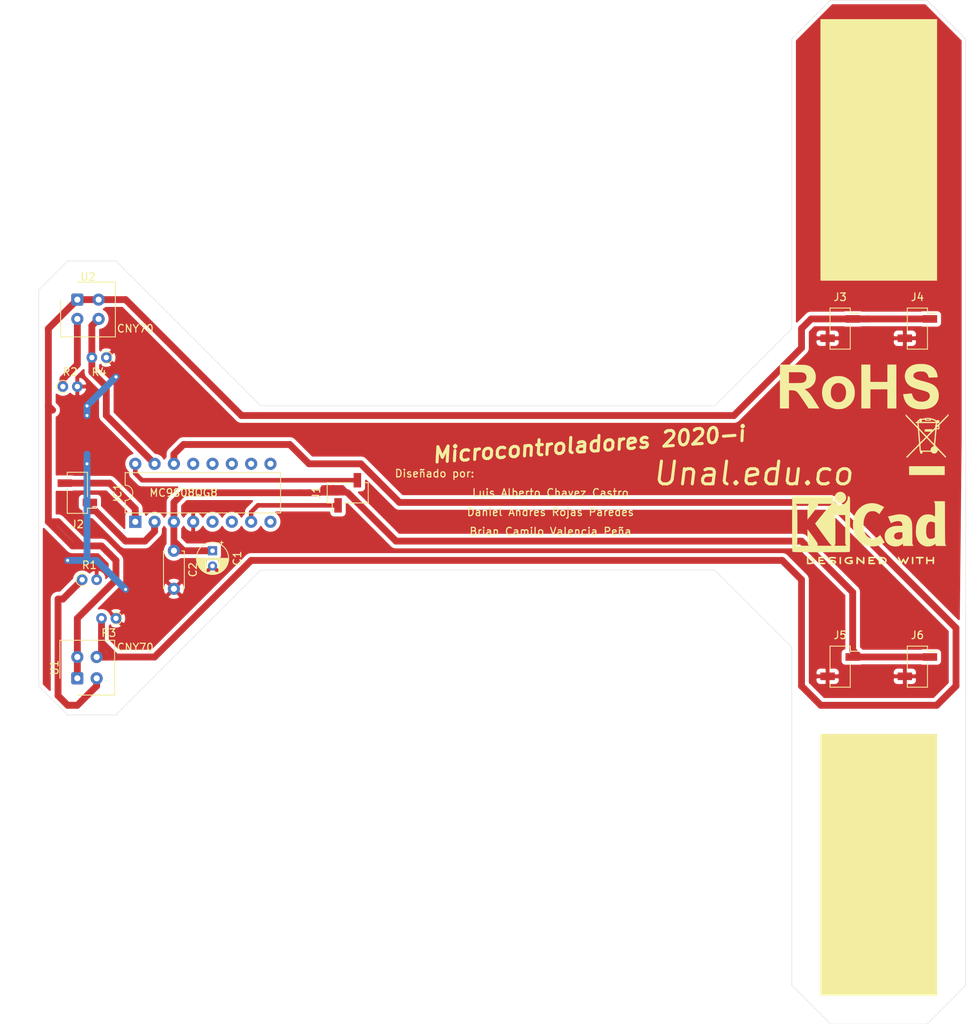
<source format=kicad_pcb>
(kicad_pcb (version 20171130) (host pcbnew "(5.1.2)-1")

  (general
    (thickness 1.6)
    (drawings 33)
    (tracks 141)
    (zones 0)
    (modules 18)
    (nets 20)
  )

  (page A4)
  (title_block
    (title "board Chasis seguidor de linea")
    (date "4 julio")
    (company "Proyecto final de Microcontroladores 2020-i")
  )

  (layers
    (0 F.Cu signal)
    (31 B.Cu signal)
    (32 B.Adhes user)
    (33 F.Adhes user)
    (34 B.Paste user)
    (35 F.Paste user)
    (36 B.SilkS user)
    (37 F.SilkS user)
    (38 B.Mask user)
    (39 F.Mask user)
    (40 Dwgs.User user)
    (41 Cmts.User user)
    (42 Eco1.User user)
    (43 Eco2.User user)
    (44 Edge.Cuts user)
    (45 Margin user)
    (46 B.CrtYd user)
    (47 F.CrtYd user)
    (48 B.Fab user)
    (49 F.Fab user)
  )

  (setup
    (last_trace_width 0.9)
    (user_trace_width 0.5)
    (user_trace_width 0.6)
    (user_trace_width 0.7)
    (user_trace_width 0.8)
    (user_trace_width 0.9)
    (user_trace_width 1)
    (trace_clearance 0.2)
    (zone_clearance 0.508)
    (zone_45_only no)
    (trace_min 0.5)
    (via_size 0.8)
    (via_drill 0.4)
    (via_min_size 0.5)
    (via_min_drill 0.3)
    (user_via 0.5 0.3)
    (user_via 0.5 0.32)
    (user_via 0.6 0.32)
    (uvia_size 0.5)
    (uvia_drill 0.1)
    (uvias_allowed no)
    (uvia_min_size 0.5)
    (uvia_min_drill 0.1)
    (edge_width 0.05)
    (segment_width 0.2)
    (pcb_text_width 0.3)
    (pcb_text_size 1.5 1.5)
    (mod_edge_width 0.12)
    (mod_text_size 1 1)
    (mod_text_width 0.15)
    (pad_size 1.524 1.524)
    (pad_drill 0.762)
    (pad_to_mask_clearance 0.051)
    (solder_mask_min_width 0.25)
    (aux_axis_origin 0 0)
    (visible_elements FFFFFF7F)
    (pcbplotparams
      (layerselection 0x010fc_ffffffff)
      (usegerberextensions false)
      (usegerberattributes false)
      (usegerberadvancedattributes false)
      (creategerberjobfile false)
      (excludeedgelayer true)
      (linewidth 0.100000)
      (plotframeref false)
      (viasonmask false)
      (mode 1)
      (useauxorigin false)
      (hpglpennumber 1)
      (hpglpenspeed 20)
      (hpglpendiameter 15.000000)
      (psnegative false)
      (psa4output false)
      (plotreference true)
      (plotvalue true)
      (plotinvisibletext false)
      (padsonsilk false)
      (subtractmaskfromsilk false)
      (outputformat 1)
      (mirror false)
      (drillshape 1)
      (scaleselection 1)
      (outputdirectory ""))
  )

  (net 0 "")
  (net 1 3.3v)
  (net 2 GND)
  (net 3 Reset)
  (net 4 "Net-(IC1-Pad9)")
  (net 5 BKGDM)
  (net 6 "Net-(IC1-Pad10)")
  (net 7 TX-TransmisionSerial)
  (net 8 "Net-(IC1-Pad12)")
  (net 9 "Net-(IC1-Pad5)")
  (net 10 "Net-(IC1-Pad13)")
  (net 11 "Net-(IC1-Pad6)")
  (net 12 pin14-ADP2)
  (net 13 TMPCH1-PWM_Derecha)
  (net 14 pin15-ADP1)
  (net 15 "Net-(IC1-Pad8)")
  (net 16 TMPCH2_PWM_Izquierda)
  (net 17 5v)
  (net 18 "Net-(R1-Pad1)")
  (net 19 "Net-(R2-Pad1)")

  (net_class Default "Esta es la clase de red por defecto."
    (clearance 0.2)
    (trace_width 0.5)
    (via_dia 0.8)
    (via_drill 0.4)
    (uvia_dia 0.5)
    (uvia_drill 0.1)
    (diff_pair_width 0.5)
    (diff_pair_gap 0.25)
    (add_net 3.3v)
    (add_net 5v)
    (add_net BKGDM)
    (add_net GND)
    (add_net "Net-(IC1-Pad10)")
    (add_net "Net-(IC1-Pad12)")
    (add_net "Net-(IC1-Pad13)")
    (add_net "Net-(IC1-Pad5)")
    (add_net "Net-(IC1-Pad6)")
    (add_net "Net-(IC1-Pad8)")
    (add_net "Net-(IC1-Pad9)")
    (add_net "Net-(R1-Pad1)")
    (add_net "Net-(R2-Pad1)")
    (add_net Reset)
    (add_net TMPCH1-PWM_Derecha)
    (add_net TMPCH2_PWM_Izquierda)
    (add_net TX-TransmisionSerial)
    (add_net pin14-ADP2)
    (add_net pin15-ADP1)
  )

  (module Symbol:KiCad-Logo2_8mm_SilkScreen (layer F.Cu) (tedit 0) (tstamp 5F00DA7C)
    (at 149.86 93.98)
    (descr "KiCad Logo")
    (tags "Logo KiCad")
    (attr virtual)
    (fp_text reference REF** (at 0 -6.35) (layer F.SilkS) hide
      (effects (font (size 1 1) (thickness 0.15)))
    )
    (fp_text value KiCad-Logo2_8mm_SilkScreen (at 0 7.62) (layer F.Fab) hide
      (effects (font (size 1 1) (thickness 0.15)))
    )
    (fp_poly (pts (xy -7.974708 4.606409) (xy -7.922143 4.606944) (xy -7.768119 4.61066) (xy -7.639125 4.621699)
      (xy -7.530763 4.641246) (xy -7.438638 4.670483) (xy -7.358353 4.710597) (xy -7.285512 4.762769)
      (xy -7.259495 4.785433) (xy -7.216337 4.838462) (xy -7.177421 4.910421) (xy -7.147427 4.990184)
      (xy -7.131035 5.066625) (xy -7.129332 5.094872) (xy -7.140005 5.173174) (xy -7.168607 5.258705)
      (xy -7.210011 5.339663) (xy -7.259095 5.404246) (xy -7.267067 5.412038) (xy -7.3346 5.466808)
      (xy -7.408552 5.509563) (xy -7.493188 5.541423) (xy -7.592771 5.563508) (xy -7.711566 5.576938)
      (xy -7.853834 5.582834) (xy -7.919 5.583334) (xy -8.001855 5.582935) (xy -8.060123 5.581266)
      (xy -8.09927 5.577622) (xy -8.124763 5.571293) (xy -8.142068 5.561574) (xy -8.151344 5.553274)
      (xy -8.160106 5.543192) (xy -8.166979 5.530185) (xy -8.172192 5.510769) (xy -8.175973 5.48146)
      (xy -8.178551 5.438773) (xy -8.180154 5.379225) (xy -8.181011 5.29933) (xy -8.181351 5.195605)
      (xy -8.181403 5.094872) (xy -8.181734 4.960519) (xy -8.181662 4.853192) (xy -8.180384 4.801795)
      (xy -7.986019 4.801795) (xy -7.986019 5.387949) (xy -7.862025 5.387835) (xy -7.787415 5.385696)
      (xy -7.709272 5.380183) (xy -7.644074 5.372472) (xy -7.64209 5.372155) (xy -7.536717 5.346678)
      (xy -7.454986 5.307) (xy -7.392816 5.250538) (xy -7.353314 5.189406) (xy -7.328974 5.121593)
      (xy -7.330861 5.057919) (xy -7.359109 4.989665) (xy -7.414362 4.919056) (xy -7.490927 4.866735)
      (xy -7.590449 4.831763) (xy -7.656961 4.819386) (xy -7.732461 4.810694) (xy -7.812479 4.804404)
      (xy -7.880538 4.801788) (xy -7.884569 4.801776) (xy -7.986019 4.801795) (xy -8.180384 4.801795)
      (xy -8.17959 4.769881) (xy -8.173915 4.707579) (xy -8.163041 4.663275) (xy -8.145368 4.63396)
      (xy -8.119297 4.616625) (xy -8.083229 4.608261) (xy -8.035566 4.605859) (xy -7.974708 4.606409)) (layer F.SilkS) (width 0.01))
    (fp_poly (pts (xy -6.099384 4.606516) (xy -6.006976 4.607012) (xy -5.937227 4.608165) (xy -5.886437 4.610244)
      (xy -5.850905 4.613515) (xy -5.826932 4.618247) (xy -5.810818 4.624707) (xy -5.798863 4.633163)
      (xy -5.794533 4.637055) (xy -5.768205 4.678404) (xy -5.763465 4.725916) (xy -5.780784 4.768095)
      (xy -5.788793 4.77662) (xy -5.801746 4.784885) (xy -5.822602 4.791261) (xy -5.85523 4.796059)
      (xy -5.903496 4.799588) (xy -5.971268 4.802158) (xy -6.062414 4.804081) (xy -6.145745 4.805251)
      (xy -6.475546 4.80931) (xy -6.48456 4.98215) (xy -6.260696 4.98215) (xy -6.163508 4.982989)
      (xy -6.092357 4.986496) (xy -6.043245 4.994159) (xy -6.012171 5.007467) (xy -5.995138 5.027905)
      (xy -5.988146 5.056963) (xy -5.987084 5.083931) (xy -5.990384 5.117021) (xy -6.002837 5.141404)
      (xy -6.028274 5.158353) (xy -6.070525 5.169143) (xy -6.13342 5.175048) (xy -6.220789 5.177341)
      (xy -6.268475 5.177535) (xy -6.48306 5.177535) (xy -6.48306 5.387949) (xy -6.152409 5.387949)
      (xy -6.044024 5.3881) (xy -5.961651 5.388778) (xy -5.901243 5.39032) (xy -5.858753 5.393063)
      (xy -5.830135 5.397345) (xy -5.811342 5.403503) (xy -5.798328 5.411873) (xy -5.791699 5.418008)
      (xy -5.768961 5.453813) (xy -5.76164 5.485641) (xy -5.772093 5.524518) (xy -5.791699 5.553274)
      (xy -5.802159 5.562327) (xy -5.815662 5.569357) (xy -5.83584 5.574618) (xy -5.866325 5.578365)
      (xy -5.910749 5.580854) (xy -5.972745 5.582339) (xy -6.055945 5.583075) (xy -6.163981 5.583318)
      (xy -6.220043 5.583334) (xy -6.340098 5.583227) (xy -6.433728 5.582739) (xy -6.504563 5.581613)
      (xy -6.556235 5.579595) (xy -6.592377 5.57643) (xy -6.616622 5.571863) (xy -6.632601 5.56564)
      (xy -6.643947 5.557504) (xy -6.648386 5.553274) (xy -6.657171 5.54316) (xy -6.664058 5.530112)
      (xy -6.669275 5.510634) (xy -6.673053 5.481228) (xy -6.675624 5.438398) (xy -6.677218 5.378648)
      (xy -6.678065 5.298481) (xy -6.678396 5.194401) (xy -6.678445 5.097492) (xy -6.6784 4.973387)
      (xy -6.678088 4.87583) (xy -6.677242 4.80131) (xy -6.675596 4.746315) (xy -6.672883 4.707334)
      (xy -6.668837 4.680857) (xy -6.663191 4.66337) (xy -6.65568 4.651364) (xy -6.646036 4.641327)
      (xy -6.64366 4.63909) (xy -6.632129 4.629183) (xy -6.618732 4.621512) (xy -6.59975 4.61579)
      (xy -6.571469 4.611732) (xy -6.530172 4.609052) (xy -6.472142 4.607466) (xy -6.393663 4.606688)
      (xy -6.29102 4.606432) (xy -6.21815 4.60641) (xy -6.099384 4.606516)) (layer F.SilkS) (width 0.01))
    (fp_poly (pts (xy -4.739942 4.608121) (xy -4.640337 4.615084) (xy -4.547698 4.625959) (xy -4.467412 4.640338)
      (xy -4.404862 4.65781) (xy -4.365435 4.677966) (xy -4.359383 4.683899) (xy -4.338338 4.729939)
      (xy -4.34472 4.777204) (xy -4.377361 4.817642) (xy -4.378918 4.818801) (xy -4.398117 4.831261)
      (xy -4.418159 4.837813) (xy -4.446114 4.838608) (xy -4.489053 4.8338) (xy -4.554045 4.823539)
      (xy -4.559273 4.822675) (xy -4.656115 4.810778) (xy -4.760598 4.804909) (xy -4.865389 4.804852)
      (xy -4.963156 4.810391) (xy -5.046566 4.821309) (xy -5.108287 4.837389) (xy -5.112342 4.839005)
      (xy -5.157118 4.864093) (xy -5.17285 4.889482) (xy -5.160534 4.914451) (xy -5.121169 4.93828)
      (xy -5.055752 4.960246) (xy -4.96528 4.97963) (xy -4.904954 4.988962) (xy -4.779554 5.006913)
      (xy -4.679819 5.023323) (xy -4.6015 5.039612) (xy -4.540347 5.057202) (xy -4.492113 5.077513)
      (xy -4.452549 5.101967) (xy -4.417406 5.131984) (xy -4.389165 5.16146) (xy -4.355662 5.202531)
      (xy -4.339173 5.237846) (xy -4.334017 5.281357) (xy -4.33383 5.297292) (xy -4.337702 5.350169)
      (xy -4.353181 5.389507) (xy -4.379969 5.424424) (xy -4.434413 5.477798) (xy -4.495124 5.518502)
      (xy -4.566612 5.547864) (xy -4.65339 5.567211) (xy -4.759968 5.57787) (xy -4.890857 5.581169)
      (xy -4.912469 5.581113) (xy -4.999752 5.579304) (xy -5.086313 5.575193) (xy -5.162716 5.56937)
      (xy -5.219524 5.562425) (xy -5.224118 5.561628) (xy -5.280599 5.548248) (xy -5.328506 5.531346)
      (xy -5.355627 5.515895) (xy -5.380865 5.47513) (xy -5.382623 5.427662) (xy -5.360866 5.385359)
      (xy -5.355998 5.380576) (xy -5.335876 5.366363) (xy -5.310712 5.36024) (xy -5.271767 5.361282)
      (xy -5.224489 5.366698) (xy -5.171659 5.371537) (xy -5.097602 5.375619) (xy -5.011145 5.378582)
      (xy -4.921117 5.380061) (xy -4.897439 5.380158) (xy -4.807076 5.379794) (xy -4.740943 5.37804)
      (xy -4.693221 5.374287) (xy -4.658092 5.367927) (xy -4.629736 5.358351) (xy -4.612695 5.350375)
      (xy -4.57525 5.328229) (xy -4.551375 5.308172) (xy -4.547886 5.302487) (xy -4.555247 5.279009)
      (xy -4.590241 5.256281) (xy -4.650442 5.235334) (xy -4.733425 5.2172) (xy -4.757874 5.213161)
      (xy -4.885576 5.193103) (xy -4.987494 5.176338) (xy -5.06756 5.161647) (xy -5.129708 5.147812)
      (xy -5.177872 5.133615) (xy -5.215986 5.117837) (xy -5.247984 5.09926) (xy -5.277798 5.076666)
      (xy -5.309364 5.048837) (xy -5.319986 5.03908) (xy -5.357227 5.002666) (xy -5.376941 4.973816)
      (xy -5.384653 4.940802) (xy -5.385901 4.899199) (xy -5.372169 4.817615) (xy -5.331132 4.748298)
      (xy -5.263024 4.691472) (xy -5.168081 4.647361) (xy -5.100338 4.627576) (xy -5.026713 4.614797)
      (xy -4.938515 4.607568) (xy -4.84113 4.605479) (xy -4.739942 4.608121)) (layer F.SilkS) (width 0.01))
    (fp_poly (pts (xy -3.717617 4.63647) (xy -3.708855 4.646552) (xy -3.701982 4.659559) (xy -3.696769 4.678975)
      (xy -3.692988 4.708284) (xy -3.69041 4.750971) (xy -3.688807 4.810519) (xy -3.687949 4.890414)
      (xy -3.68761 4.99414) (xy -3.687557 5.094872) (xy -3.68765 5.219816) (xy -3.688081 5.318185)
      (xy -3.689077 5.393465) (xy -3.690869 5.449138) (xy -3.693683 5.48869) (xy -3.69775 5.515605)
      (xy -3.703296 5.533367) (xy -3.710551 5.545461) (xy -3.717617 5.553274) (xy -3.761556 5.579476)
      (xy -3.808374 5.577125) (xy -3.850263 5.548548) (xy -3.859888 5.537391) (xy -3.867409 5.524447)
      (xy -3.873088 5.506136) (xy -3.877181 5.478882) (xy -3.879949 5.439104) (xy -3.88165 5.383226)
      (xy -3.882543 5.307668) (xy -3.882887 5.208852) (xy -3.882942 5.096978) (xy -3.882942 4.680192)
      (xy -3.846051 4.643301) (xy -3.800579 4.612264) (xy -3.75647 4.611145) (xy -3.717617 4.63647)) (layer F.SilkS) (width 0.01))
    (fp_poly (pts (xy -2.421216 4.613776) (xy -2.329995 4.629082) (xy -2.259936 4.652875) (xy -2.214358 4.684204)
      (xy -2.201938 4.702078) (xy -2.189308 4.743649) (xy -2.197807 4.781256) (xy -2.224639 4.816919)
      (xy -2.26633 4.833603) (xy -2.326824 4.832248) (xy -2.373613 4.823209) (xy -2.477582 4.805987)
      (xy -2.583834 4.804351) (xy -2.702763 4.818329) (xy -2.735614 4.824252) (xy -2.846199 4.855431)
      (xy -2.932713 4.90181) (xy -2.994207 4.962599) (xy -3.029732 5.037008) (xy -3.037079 5.075478)
      (xy -3.03227 5.153527) (xy -3.00122 5.222581) (xy -2.94676 5.281293) (xy -2.871718 5.328317)
      (xy -2.778924 5.362307) (xy -2.671206 5.381918) (xy -2.551395 5.385805) (xy -2.422319 5.37262)
      (xy -2.415031 5.371376) (xy -2.363692 5.361814) (xy -2.335226 5.352578) (xy -2.322888 5.338873)
      (xy -2.319932 5.315906) (xy -2.319865 5.303743) (xy -2.319865 5.252683) (xy -2.411031 5.252683)
      (xy -2.491536 5.247168) (xy -2.546475 5.229594) (xy -2.57844 5.198417) (xy -2.590026 5.152094)
      (xy -2.590167 5.146048) (xy -2.583389 5.106453) (xy -2.560145 5.078181) (xy -2.516884 5.059471)
      (xy -2.450055 5.048564) (xy -2.385324 5.044554) (xy -2.291241 5.042253) (xy -2.222998 5.045764)
      (xy -2.176455 5.058719) (xy -2.147472 5.08475) (xy -2.131909 5.127491) (xy -2.125625 5.190574)
      (xy -2.12448 5.273428) (xy -2.126356 5.36591) (xy -2.132 5.428818) (xy -2.141436 5.462403)
      (xy -2.143267 5.465033) (xy -2.195079 5.506998) (xy -2.271044 5.540232) (xy -2.366346 5.564023)
      (xy -2.47617 5.577663) (xy -2.5957 5.580442) (xy -2.72012 5.571649) (xy -2.793297 5.560849)
      (xy -2.908074 5.528362) (xy -3.01475 5.47525) (xy -3.104065 5.406319) (xy -3.11764 5.392542)
      (xy -3.161746 5.334622) (xy -3.201543 5.26284) (xy -3.232381 5.187583) (xy -3.249611 5.119241)
      (xy -3.251688 5.092993) (xy -3.242847 5.038241) (xy -3.219349 4.970119) (xy -3.185703 4.898414)
      (xy -3.146418 4.832913) (xy -3.111709 4.789162) (xy -3.030557 4.724083) (xy -2.925652 4.672285)
      (xy -2.800754 4.634938) (xy -2.659621 4.613217) (xy -2.530279 4.607909) (xy -2.421216 4.613776)) (layer F.SilkS) (width 0.01))
    (fp_poly (pts (xy -1.555874 4.612244) (xy -1.524499 4.630649) (xy -1.483476 4.660749) (xy -1.430678 4.70396)
      (xy -1.363979 4.761702) (xy -1.281253 4.835392) (xy -1.180374 4.926448) (xy -1.064895 5.031138)
      (xy -0.824421 5.249207) (xy -0.816906 4.956508) (xy -0.814193 4.855754) (xy -0.811576 4.780722)
      (xy -0.808474 4.727084) (xy -0.80431 4.69051) (xy -0.798505 4.666671) (xy -0.790478 4.651238)
      (xy -0.779651 4.639882) (xy -0.77391 4.63511) (xy -0.727937 4.609877) (xy -0.684191 4.613566)
      (xy -0.649489 4.635123) (xy -0.614007 4.663835) (xy -0.609594 5.08315) (xy -0.608373 5.206471)
      (xy -0.607751 5.303348) (xy -0.607944 5.377394) (xy -0.609168 5.432221) (xy -0.611638 5.471443)
      (xy -0.615568 5.498673) (xy -0.621174 5.517523) (xy -0.628672 5.531605) (xy -0.636987 5.542899)
      (xy -0.654976 5.563846) (xy -0.672875 5.577731) (xy -0.693166 5.58306) (xy -0.718332 5.57834)
      (xy -0.750854 5.562077) (xy -0.793217 5.532777) (xy -0.847902 5.488946) (xy -0.917391 5.429091)
      (xy -1.004169 5.351718) (xy -1.102469 5.262814) (xy -1.455664 4.942435) (xy -1.463179 5.234177)
      (xy -1.465897 5.334747) (xy -1.468521 5.409604) (xy -1.471633 5.463084) (xy -1.475816 5.499526)
      (xy -1.481651 5.523268) (xy -1.48972 5.538646) (xy -1.500605 5.55) (xy -1.506175 5.554626)
      (xy -1.55541 5.580042) (xy -1.601931 5.576209) (xy -1.642443 5.543733) (xy -1.65171 5.530667)
      (xy -1.658933 5.515409) (xy -1.664366 5.494296) (xy -1.668262 5.463669) (xy -1.670875 5.419866)
      (xy -1.672461 5.359227) (xy -1.673272 5.278091) (xy -1.673562 5.172797) (xy -1.673593 5.094872)
      (xy -1.673495 4.972988) (xy -1.673033 4.877503) (xy -1.671951 4.804755) (xy -1.669997 4.751083)
      (xy -1.666916 4.712827) (xy -1.662454 4.686327) (xy -1.656357 4.66792) (xy -1.648371 4.653948)
      (xy -1.642443 4.646011) (xy -1.627416 4.627212) (xy -1.613372 4.613017) (xy -1.598184 4.604846)
      (xy -1.579727 4.604116) (xy -1.555874 4.612244)) (layer F.SilkS) (width 0.01))
    (fp_poly (pts (xy 0.481716 4.606667) (xy 0.583377 4.607884) (xy 0.661282 4.61073) (xy 0.718581 4.615874)
      (xy 0.758427 4.623984) (xy 0.783968 4.635731) (xy 0.798357 4.651782) (xy 0.804745 4.672808)
      (xy 0.806281 4.699476) (xy 0.806289 4.702626) (xy 0.804955 4.73279) (xy 0.798651 4.756103)
      (xy 0.783922 4.773506) (xy 0.757315 4.78594) (xy 0.715374 4.794345) (xy 0.654646 4.799665)
      (xy 0.571676 4.802839) (xy 0.463011 4.804809) (xy 0.429705 4.805245) (xy 0.107413 4.80931)
      (xy 0.102906 4.89573) (xy 0.098398 4.98215) (xy 0.322263 4.98215) (xy 0.409721 4.982473)
      (xy 0.472169 4.983837) (xy 0.514654 4.986839) (xy 0.542223 4.992073) (xy 0.559922 5.000135)
      (xy 0.572797 5.01162) (xy 0.57288 5.011711) (xy 0.59623 5.056471) (xy 0.595386 5.104847)
      (xy 0.570879 5.146086) (xy 0.566029 5.150325) (xy 0.548815 5.161249) (xy 0.525226 5.168849)
      (xy 0.490007 5.173697) (xy 0.4379 5.176366) (xy 0.36365 5.177428) (xy 0.316162 5.177535)
      (xy 0.099898 5.177535) (xy 0.099898 5.387949) (xy 0.42822 5.387949) (xy 0.536618 5.388139)
      (xy 0.618935 5.388914) (xy 0.679149 5.390584) (xy 0.721235 5.393458) (xy 0.749171 5.397847)
      (xy 0.766934 5.404059) (xy 0.7785 5.412404) (xy 0.781415 5.415434) (xy 0.802936 5.457434)
      (xy 0.80451 5.505214) (xy 0.786855 5.546642) (xy 0.772885 5.559937) (xy 0.758354 5.567256)
      (xy 0.735838 5.572919) (xy 0.701776 5.577123) (xy 0.652607 5.580068) (xy 0.584768 5.581951)
      (xy 0.494698 5.58297) (xy 0.378837 5.583325) (xy 0.352643 5.583334) (xy 0.234839 5.583256)
      (xy 0.143396 5.582831) (xy 0.074614 5.581766) (xy 0.024796 5.579769) (xy -0.00976 5.57655)
      (xy -0.03275 5.571816) (xy -0.047874 5.565277) (xy -0.058831 5.556641) (xy -0.064842 5.55044)
      (xy -0.07389 5.539457) (xy -0.080958 5.525852) (xy -0.086291 5.506056) (xy -0.090132 5.476502)
      (xy -0.092725 5.433621) (xy -0.094313 5.373845) (xy -0.095139 5.293607) (xy -0.095448 5.189339)
      (xy -0.095486 5.10158) (xy -0.095392 4.978608) (xy -0.094943 4.882069) (xy -0.093892 4.808339)
      (xy -0.09199 4.75379) (xy -0.088991 4.714799) (xy -0.084645 4.687739) (xy -0.078706 4.668984)
      (xy -0.070925 4.65491) (xy -0.064336 4.646011) (xy -0.033186 4.60641) (xy 0.353148 4.60641)
      (xy 0.481716 4.606667)) (layer F.SilkS) (width 0.01))
    (fp_poly (pts (xy 1.530783 4.606687) (xy 1.702501 4.612493) (xy 1.848555 4.630101) (xy 1.971353 4.660563)
      (xy 2.073303 4.704935) (xy 2.156814 4.764271) (xy 2.224293 4.839624) (xy 2.278149 4.93205)
      (xy 2.279208 4.934304) (xy 2.311349 5.017024) (xy 2.322801 5.090284) (xy 2.31352 5.164012)
      (xy 2.283461 5.248135) (xy 2.277761 5.260937) (xy 2.238885 5.335862) (xy 2.195195 5.393757)
      (xy 2.138806 5.442972) (xy 2.061838 5.491857) (xy 2.057366 5.494409) (xy 1.990363 5.526595)
      (xy 1.914631 5.550632) (xy 1.825304 5.567351) (xy 1.717515 5.577579) (xy 1.586398 5.582146)
      (xy 1.540072 5.582543) (xy 1.319476 5.583334) (xy 1.288326 5.543733) (xy 1.279086 5.530711)
      (xy 1.271878 5.515504) (xy 1.26645 5.494466) (xy 1.262551 5.46395) (xy 1.259929 5.420311)
      (xy 1.259074 5.387949) (xy 1.467591 5.387949) (xy 1.592582 5.387949) (xy 1.665723 5.38581)
      (xy 1.740807 5.380181) (xy 1.80243 5.372243) (xy 1.806149 5.371575) (xy 1.915599 5.342212)
      (xy 2.000494 5.298097) (xy 2.063518 5.237183) (xy 2.10736 5.157424) (xy 2.114983 5.136284)
      (xy 2.122456 5.103362) (xy 2.119221 5.070836) (xy 2.103479 5.027564) (xy 2.09399 5.006307)
      (xy 2.062917 4.94982) (xy 2.025479 4.910191) (xy 1.984287 4.882594) (xy 1.901776 4.846682)
      (xy 1.796179 4.820668) (xy 1.673164 4.805688) (xy 1.58407 4.802392) (xy 1.467591 4.801795)
      (xy 1.467591 5.387949) (xy 1.259074 5.387949) (xy 1.258332 5.3599) (xy 1.25751 5.279072)
      (xy 1.25721 5.174181) (xy 1.257176 5.092162) (xy 1.257176 4.680192) (xy 1.294067 4.643301)
      (xy 1.31044 4.628348) (xy 1.328143 4.618108) (xy 1.352865 4.611701) (xy 1.390294 4.608247)
      (xy 1.446119 4.606867) (xy 1.526028 4.606681) (xy 1.530783 4.606687)) (layer F.SilkS) (width 0.01))
    (fp_poly (pts (xy 5.160547 4.60903) (xy 5.186628 4.61835) (xy 5.187634 4.618806) (xy 5.223052 4.645834)
      (xy 5.242566 4.673636) (xy 5.246384 4.686672) (xy 5.246195 4.703992) (xy 5.240822 4.728667)
      (xy 5.229088 4.763764) (xy 5.209813 4.812353) (xy 5.181822 4.877502) (xy 5.143936 4.962281)
      (xy 5.094978 5.069759) (xy 5.068031 5.128503) (xy 5.01937 5.233373) (xy 4.97369 5.329814)
      (xy 4.932734 5.414298) (xy 4.898246 5.4833) (xy 4.871969 5.533294) (xy 4.855646 5.560754)
      (xy 4.852416 5.564547) (xy 4.811089 5.58128) (xy 4.764409 5.579039) (xy 4.72697 5.558687)
      (xy 4.725444 5.557032) (xy 4.710551 5.534486) (xy 4.685569 5.490571) (xy 4.653579 5.43094)
      (xy 4.61766 5.361246) (xy 4.604752 5.335563) (xy 4.507314 5.140397) (xy 4.401106 5.352407)
      (xy 4.363197 5.425661) (xy 4.328027 5.48919) (xy 4.298468 5.538131) (xy 4.277394 5.567622)
      (xy 4.270252 5.573876) (xy 4.214738 5.582345) (xy 4.168929 5.564547) (xy 4.155454 5.545525)
      (xy 4.132136 5.503249) (xy 4.100877 5.44188) (xy 4.06358 5.365576) (xy 4.022146 5.278499)
      (xy 3.978478 5.184807) (xy 3.934478 5.088661) (xy 3.892048 4.994221) (xy 3.85309 4.905645)
      (xy 3.819507 4.827096) (xy 3.793201 4.762731) (xy 3.776074 4.716711) (xy 3.770029 4.693197)
      (xy 3.770091 4.692345) (xy 3.7848 4.662756) (xy 3.814202 4.63262) (xy 3.815933 4.631308)
      (xy 3.85207 4.610882) (xy 3.885494 4.61108) (xy 3.898022 4.614931) (xy 3.913287 4.623253)
      (xy 3.929498 4.639625) (xy 3.948599 4.667442) (xy 3.972535 4.7101) (xy 4.003251 4.770995)
      (xy 4.042691 4.853525) (xy 4.078258 4.929707) (xy 4.119177 5.018014) (xy 4.155844 5.097426)
      (xy 4.186354 5.163796) (xy 4.208802 5.212975) (xy 4.221283 5.240813) (xy 4.223103 5.245168)
      (xy 4.23129 5.238049) (xy 4.250105 5.208241) (xy 4.277046 5.160096) (xy 4.309608 5.097963)
      (xy 4.322566 5.072328) (xy 4.36646 4.985765) (xy 4.400311 4.922725) (xy 4.426897 4.879542)
      (xy 4.448995 4.852552) (xy 4.469384 4.838088) (xy 4.49084 4.832487) (xy 4.504823 4.831854)
      (xy 4.529488 4.83404) (xy 4.551102 4.843079) (xy 4.572578 4.862697) (xy 4.59683 4.896617)
      (xy 4.62677 4.948562) (xy 4.665313 5.022258) (xy 4.686578 5.06418) (xy 4.721072 5.130994)
      (xy 4.751156 5.186401) (xy 4.774177 5.225727) (xy 4.78748 5.244296) (xy 4.789289 5.245069)
      (xy 4.79788 5.230455) (xy 4.817114 5.192507) (xy 4.845065 5.135196) (xy 4.879807 5.062496)
      (xy 4.919413 4.978376) (xy 4.938896 4.936594) (xy 4.98958 4.828763) (xy 5.030393 4.74579)
      (xy 5.063454 4.684966) (xy 5.090881 4.643585) (xy 5.114792 4.61894) (xy 5.137308 4.608324)
      (xy 5.160547 4.60903)) (layer F.SilkS) (width 0.01))
    (fp_poly (pts (xy 5.751604 4.615477) (xy 5.783174 4.635142) (xy 5.818656 4.663873) (xy 5.818656 5.091966)
      (xy 5.818543 5.21719) (xy 5.818059 5.315847) (xy 5.816986 5.39143) (xy 5.815108 5.447433)
      (xy 5.812206 5.487347) (xy 5.808063 5.514666) (xy 5.802462 5.532881) (xy 5.795185 5.545486)
      (xy 5.790024 5.551696) (xy 5.748168 5.57898) (xy 5.700505 5.577867) (xy 5.658753 5.554602)
      (xy 5.623271 5.525871) (xy 5.623271 4.663873) (xy 5.658753 4.635142) (xy 5.692998 4.614242)
      (xy 5.720963 4.60641) (xy 5.751604 4.615477)) (layer F.SilkS) (width 0.01))
    (fp_poly (pts (xy 6.782677 4.606539) (xy 6.887465 4.607043) (xy 6.968799 4.608096) (xy 7.02998 4.609876)
      (xy 7.074311 4.612557) (xy 7.105094 4.616314) (xy 7.125631 4.621325) (xy 7.139225 4.627763)
      (xy 7.145803 4.632712) (xy 7.179944 4.676029) (xy 7.184074 4.721003) (xy 7.162976 4.76186)
      (xy 7.149179 4.778186) (xy 7.134332 4.789318) (xy 7.112815 4.79625) (xy 7.079008 4.799977)
      (xy 7.027292 4.801494) (xy 6.952047 4.801794) (xy 6.937269 4.801795) (xy 6.742975 4.801795)
      (xy 6.742975 5.162505) (xy 6.742847 5.276201) (xy 6.742266 5.363685) (xy 6.740936 5.428802)
      (xy 6.73856 5.475398) (xy 6.734844 5.507319) (xy 6.729492 5.528412) (xy 6.722207 5.542523)
      (xy 6.712916 5.553274) (xy 6.669071 5.579696) (xy 6.6233 5.577614) (xy 6.58179 5.547469)
      (xy 6.578741 5.543733) (xy 6.568812 5.52961) (xy 6.561248 5.513086) (xy 6.555729 5.490146)
      (xy 6.551933 5.456773) (xy 6.549542 5.408955) (xy 6.548234 5.342674) (xy 6.547691 5.253918)
      (xy 6.547591 5.152963) (xy 6.547591 4.801795) (xy 6.36205 4.801795) (xy 6.282427 4.801256)
      (xy 6.227304 4.799157) (xy 6.191132 4.794771) (xy 6.168362 4.787376) (xy 6.153447 4.776245)
      (xy 6.151636 4.77431) (xy 6.129858 4.730057) (xy 6.131784 4.680029) (xy 6.156821 4.63647)
      (xy 6.166504 4.62802) (xy 6.178988 4.621321) (xy 6.197603 4.616169) (xy 6.225677 4.612361)
      (xy 6.266541 4.609697) (xy 6.323522 4.607972) (xy 6.399952 4.606984) (xy 6.499157 4.606532)
      (xy 6.624469 4.606412) (xy 6.651133 4.60641) (xy 6.782677 4.606539)) (layer F.SilkS) (width 0.01))
    (fp_poly (pts (xy 8.467859 4.613688) (xy 8.509635 4.643301) (xy 8.546525 4.680192) (xy 8.546525 5.092162)
      (xy 8.546429 5.214486) (xy 8.545972 5.310398) (xy 8.544903 5.383544) (xy 8.542971 5.43757)
      (xy 8.539923 5.476123) (xy 8.535509 5.502848) (xy 8.529476 5.521394) (xy 8.521574 5.535405)
      (xy 8.515375 5.543733) (xy 8.474461 5.576449) (xy 8.427482 5.58) (xy 8.384544 5.559937)
      (xy 8.370356 5.548092) (xy 8.360872 5.532358) (xy 8.355151 5.507022) (xy 8.352253 5.46637)
      (xy 8.351238 5.404688) (xy 8.351141 5.357038) (xy 8.351141 5.177535) (xy 7.689839 5.177535)
      (xy 7.689839 5.340833) (xy 7.689155 5.415505) (xy 7.686419 5.466824) (xy 7.680604 5.501477)
      (xy 7.670684 5.526155) (xy 7.658689 5.543733) (xy 7.617546 5.576357) (xy 7.571017 5.58022)
      (xy 7.526473 5.557032) (xy 7.514312 5.544876) (xy 7.505723 5.528761) (xy 7.500058 5.50366)
      (xy 7.496669 5.464544) (xy 7.494908 5.406386) (xy 7.494128 5.324158) (xy 7.494036 5.305286)
      (xy 7.493392 5.150357) (xy 7.49306 5.022674) (xy 7.493168 4.919427) (xy 7.493845 4.837803)
      (xy 7.495218 4.774992) (xy 7.497416 4.728181) (xy 7.500566 4.694559) (xy 7.504798 4.671315)
      (xy 7.510238 4.655636) (xy 7.517015 4.644711) (xy 7.524514 4.63647) (xy 7.566933 4.610107)
      (xy 7.611172 4.613688) (xy 7.652948 4.643301) (xy 7.669853 4.662407) (xy 7.680629 4.683511)
      (xy 7.686641 4.713568) (xy 7.689256 4.759533) (xy 7.689839 4.82836) (xy 7.689839 4.98215)
      (xy 8.351141 4.98215) (xy 8.351141 4.824339) (xy 8.351816 4.751636) (xy 8.354526 4.702545)
      (xy 8.360301 4.670636) (xy 8.370169 4.649478) (xy 8.3812 4.63647) (xy 8.423619 4.610107)
      (xy 8.467859 4.613688)) (layer F.SilkS) (width 0.01))
    (fp_poly (pts (xy -3.602318 -3.916067) (xy -3.466071 -3.868828) (xy -3.339221 -3.794473) (xy -3.225933 -3.693013)
      (xy -3.130372 -3.564457) (xy -3.087446 -3.483428) (xy -3.050295 -3.370092) (xy -3.032288 -3.239249)
      (xy -3.034283 -3.104735) (xy -3.056423 -2.982842) (xy -3.116936 -2.833893) (xy -3.204686 -2.704691)
      (xy -3.315212 -2.597777) (xy -3.444054 -2.515694) (xy -3.586753 -2.460984) (xy -3.738849 -2.43619)
      (xy -3.895881 -2.443853) (xy -3.973286 -2.460228) (xy -4.124141 -2.518911) (xy -4.258125 -2.608457)
      (xy -4.372006 -2.726107) (xy -4.462552 -2.869098) (xy -4.470212 -2.884714) (xy -4.496694 -2.943314)
      (xy -4.513322 -2.992666) (xy -4.52235 -3.04473) (xy -4.526032 -3.111461) (xy -4.526643 -3.184071)
      (xy -4.525633 -3.271309) (xy -4.521072 -3.334376) (xy -4.510666 -3.385364) (xy -4.492121 -3.436367)
      (xy -4.46923 -3.486687) (xy -4.383846 -3.62953) (xy -4.278699 -3.74519) (xy -4.157955 -3.833675)
      (xy -4.025779 -3.894995) (xy -3.886337 -3.929161) (xy -3.743795 -3.936182) (xy -3.602318 -3.916067)) (layer F.SilkS) (width 0.01))
    (fp_poly (pts (xy 9.041571 -2.699911) (xy 9.195876 -2.699277) (xy 9.248321 -2.698958) (xy 9.9695 -2.694214)
      (xy 9.978571 0.072572) (xy 9.979769 0.447756) (xy 9.980832 0.788417) (xy 9.981827 1.096318)
      (xy 9.982823 1.373221) (xy 9.983888 1.620888) (xy 9.985091 1.841081) (xy 9.986499 2.035562)
      (xy 9.988182 2.206094) (xy 9.990206 2.35444) (xy 9.992641 2.482361) (xy 9.995554 2.59162)
      (xy 9.999015 2.683979) (xy 10.00309 2.7612) (xy 10.007849 2.825046) (xy 10.01336 2.877278)
      (xy 10.019691 2.91966) (xy 10.02691 2.953953) (xy 10.035085 2.98192) (xy 10.044285 3.005324)
      (xy 10.054577 3.025925) (xy 10.066031 3.045487) (xy 10.078715 3.065772) (xy 10.092695 3.088543)
      (xy 10.095561 3.093393) (xy 10.14364 3.175433) (xy 8.753928 3.165929) (xy 8.744857 3.013295)
      (xy 8.739918 2.940045) (xy 8.734771 2.897696) (xy 8.727786 2.880892) (xy 8.717337 2.884277)
      (xy 8.708571 2.89396) (xy 8.670388 2.929229) (xy 8.608155 2.974563) (xy 8.530641 3.024546)
      (xy 8.446613 3.073761) (xy 8.364839 3.116791) (xy 8.302052 3.145101) (xy 8.154954 3.191624)
      (xy 7.98618 3.224579) (xy 7.808191 3.242707) (xy 7.633447 3.24475) (xy 7.474407 3.229447)
      (xy 7.471788 3.229009) (xy 7.254168 3.174402) (xy 7.050455 3.087401) (xy 6.862613 2.969876)
      (xy 6.692607 2.823697) (xy 6.542402 2.650734) (xy 6.413964 2.452857) (xy 6.309257 2.231936)
      (xy 6.252246 2.068286) (xy 6.214651 1.931375) (xy 6.186771 1.798798) (xy 6.167753 1.662502)
      (xy 6.156745 1.514433) (xy 6.152895 1.346537) (xy 6.1546 1.20944) (xy 7.493359 1.20944)
      (xy 7.499694 1.439329) (xy 7.519679 1.637111) (xy 7.553927 1.804539) (xy 7.603055 1.943369)
      (xy 7.667676 2.055358) (xy 7.748405 2.142259) (xy 7.841591 2.203692) (xy 7.89008 2.226626)
      (xy 7.932134 2.240375) (xy 7.97902 2.246666) (xy 8.042004 2.247222) (xy 8.109857 2.244773)
      (xy 8.243295 2.233004) (xy 8.348832 2.209955) (xy 8.382 2.19841) (xy 8.457735 2.164311)
      (xy 8.537614 2.121491) (xy 8.5725 2.100057) (xy 8.663214 2.040556) (xy 8.663214 0.154584)
      (xy 8.563428 0.094771) (xy 8.424267 0.027185) (xy 8.282087 -0.012786) (xy 8.14209 -0.025378)
      (xy 8.009474 -0.010827) (xy 7.88944 0.030632) (xy 7.787188 0.098763) (xy 7.754195 0.131466)
      (xy 7.674667 0.238619) (xy 7.610299 0.368327) (xy 7.560553 0.522814) (xy 7.524891 0.704302)
      (xy 7.502775 0.915015) (xy 7.493667 1.157175) (xy 7.493359 1.20944) (xy 6.1546 1.20944)
      (xy 6.15531 1.152374) (xy 6.170605 0.853713) (xy 6.201358 0.584325) (xy 6.248381 0.340285)
      (xy 6.312482 0.11767) (xy 6.394472 -0.087444) (xy 6.42373 -0.148254) (xy 6.541581 -0.34656)
      (xy 6.683996 -0.522788) (xy 6.847629 -0.674092) (xy 7.029131 -0.797629) (xy 7.225153 -0.890553)
      (xy 7.342655 -0.928885) (xy 7.458054 -0.951641) (xy 7.596907 -0.96518) (xy 7.747574 -0.969508)
      (xy 7.898413 -0.964632) (xy 8.037785 -0.950556) (xy 8.149691 -0.928475) (xy 8.282884 -0.885172)
      (xy 8.411979 -0.829489) (xy 8.524928 -0.767064) (xy 8.585043 -0.724697) (xy 8.62651 -0.693193)
      (xy 8.655545 -0.67401) (xy 8.66215 -0.671286) (xy 8.664198 -0.688837) (xy 8.666107 -0.739125)
      (xy 8.667836 -0.8186) (xy 8.669341 -0.923714) (xy 8.670581 -1.050917) (xy 8.671513 -1.196661)
      (xy 8.672095 -1.357397) (xy 8.672286 -1.521116) (xy 8.672179 -1.730812) (xy 8.671658 -1.907604)
      (xy 8.670416 -2.054874) (xy 8.668148 -2.176003) (xy 8.66455 -2.274373) (xy 8.659317 -2.353366)
      (xy 8.652144 -2.416362) (xy 8.642726 -2.466745) (xy 8.630758 -2.507895) (xy 8.615935 -2.543194)
      (xy 8.597952 -2.576023) (xy 8.576505 -2.609765) (xy 8.573745 -2.613943) (xy 8.546083 -2.657644)
      (xy 8.529382 -2.687695) (xy 8.527143 -2.694033) (xy 8.544643 -2.696033) (xy 8.594574 -2.69766)
      (xy 8.673085 -2.698888) (xy 8.776323 -2.699689) (xy 8.900436 -2.700039) (xy 9.041571 -2.699911)) (layer F.SilkS) (width 0.01))
    (fp_poly (pts (xy 4.185632 -0.97227) (xy 4.275523 -0.965465) (xy 4.532715 -0.931247) (xy 4.760485 -0.876669)
      (xy 4.959943 -0.80098) (xy 5.132197 -0.70343) (xy 5.278359 -0.583268) (xy 5.399536 -0.439742)
      (xy 5.496839 -0.272102) (xy 5.567891 -0.090714) (xy 5.585927 -0.032854) (xy 5.601632 0.021329)
      (xy 5.615192 0.074752) (xy 5.626792 0.130333) (xy 5.636617 0.190988) (xy 5.644853 0.259635)
      (xy 5.651684 0.33919) (xy 5.657295 0.432572) (xy 5.661872 0.542696) (xy 5.6656 0.672481)
      (xy 5.668665 0.824842) (xy 5.67125 1.002698) (xy 5.673542 1.208965) (xy 5.675725 1.446561)
      (xy 5.677286 1.632857) (xy 5.687785 2.911929) (xy 5.755821 3.035018) (xy 5.788038 3.094317)
      (xy 5.812012 3.140377) (xy 5.82345 3.164893) (xy 5.823857 3.166553) (xy 5.806375 3.168454)
      (xy 5.756574 3.170205) (xy 5.678421 3.171758) (xy 5.575882 3.173062) (xy 5.452922 3.17407)
      (xy 5.31351 3.174731) (xy 5.161611 3.174997) (xy 5.1435 3.175) (xy 4.463143 3.175)
      (xy 4.463143 3.020786) (xy 4.461982 2.951094) (xy 4.458887 2.897794) (xy 4.454432 2.869217)
      (xy 4.452463 2.866572) (xy 4.434455 2.877653) (xy 4.397393 2.906736) (xy 4.349222 2.947579)
      (xy 4.348141 2.948524) (xy 4.260235 3.013971) (xy 4.149217 3.079688) (xy 4.027631 3.139219)
      (xy 3.908021 3.186109) (xy 3.855357 3.202133) (xy 3.750551 3.222485) (xy 3.62195 3.235472)
      (xy 3.481325 3.240909) (xy 3.340448 3.238611) (xy 3.211093 3.228392) (xy 3.120571 3.213689)
      (xy 2.89858 3.148499) (xy 2.698729 3.055594) (xy 2.522319 2.936126) (xy 2.37065 2.791247)
      (xy 2.245024 2.62211) (xy 2.146741 2.429867) (xy 2.104341 2.313214) (xy 2.077768 2.199833)
      (xy 2.060158 2.063722) (xy 2.05201 1.917437) (xy 2.052278 1.896151) (xy 3.279321 1.896151)
      (xy 3.289496 2.00485) (xy 3.323378 2.095185) (xy 3.386 2.178995) (xy 3.410052 2.203571)
      (xy 3.495551 2.270011) (xy 3.594373 2.312574) (xy 3.712768 2.333177) (xy 3.837445 2.334694)
      (xy 3.955698 2.324677) (xy 4.046239 2.305085) (xy 4.08556 2.29037) (xy 4.156432 2.250265)
      (xy 4.231525 2.193863) (xy 4.300038 2.130561) (xy 4.351172 2.069755) (xy 4.36475 2.047449)
      (xy 4.375305 2.016212) (xy 4.38281 1.966507) (xy 4.387613 1.893587) (xy 4.390065 1.792703)
      (xy 4.390571 1.696689) (xy 4.390228 1.58475) (xy 4.388843 1.503809) (xy 4.385881 1.448585)
      (xy 4.380808 1.413794) (xy 4.37309 1.394154) (xy 4.362192 1.38438) (xy 4.358821 1.382824)
      (xy 4.329529 1.378029) (xy 4.271756 1.374108) (xy 4.193304 1.371414) (xy 4.101974 1.370299)
      (xy 4.082143 1.370298) (xy 3.960063 1.372246) (xy 3.865749 1.378041) (xy 3.790807 1.388475)
      (xy 3.728903 1.403714) (xy 3.575349 1.461784) (xy 3.454932 1.533179) (xy 3.36661 1.619039)
      (xy 3.309339 1.720507) (xy 3.282078 1.838725) (xy 3.279321 1.896151) (xy 2.052278 1.896151)
      (xy 2.053823 1.773533) (xy 2.066096 1.644565) (xy 2.07567 1.59246) (xy 2.136801 1.398997)
      (xy 2.229757 1.220993) (xy 2.352783 1.060155) (xy 2.504124 0.91819) (xy 2.682025 0.796806)
      (xy 2.884732 0.697709) (xy 3.057071 0.637533) (xy 3.172253 0.605919) (xy 3.282423 0.581354)
      (xy 3.394719 0.563039) (xy 3.516275 0.550178) (xy 3.654229 0.541972) (xy 3.815715 0.537624)
      (xy 3.961715 0.5364) (xy 4.394645 0.535215) (xy 4.386351 0.40508) (xy 4.362801 0.263883)
      (xy 4.312703 0.142518) (xy 4.238191 0.044017) (xy 4.141399 -0.028591) (xy 4.056171 -0.064021)
      (xy 3.934056 -0.08635) (xy 3.788683 -0.089557) (xy 3.626867 -0.074823) (xy 3.455422 -0.04333)
      (xy 3.281163 0.00374) (xy 3.110904 0.065203) (xy 2.987176 0.121417) (xy 2.927647 0.150283)
      (xy 2.882242 0.170443) (xy 2.85915 0.17831) (xy 2.857897 0.178058) (xy 2.849929 0.160437)
      (xy 2.830031 0.113733) (xy 2.800077 0.042418) (xy 2.761939 -0.049031) (xy 2.717488 -0.156141)
      (xy 2.672305 -0.265451) (xy 2.491667 -0.70326) (xy 2.620155 -0.724364) (xy 2.675846 -0.734953)
      (xy 2.759564 -0.752737) (xy 2.864139 -0.776102) (xy 2.982399 -0.803435) (xy 3.107172 -0.833119)
      (xy 3.156857 -0.845182) (xy 3.371807 -0.895038) (xy 3.559995 -0.932416) (xy 3.728446 -0.958073)
      (xy 3.884186 -0.972765) (xy 4.03424 -0.977245) (xy 4.185632 -0.97227)) (layer F.SilkS) (width 0.01))
    (fp_poly (pts (xy 0.581378 -2.430769) (xy 0.777019 -2.409351) (xy 0.966562 -2.371015) (xy 1.157717 -2.313762)
      (xy 1.358196 -2.235591) (xy 1.575708 -2.134504) (xy 1.61488 -2.114924) (xy 1.704772 -2.070638)
      (xy 1.789553 -2.030761) (xy 1.860855 -1.999102) (xy 1.91031 -1.979468) (xy 1.917908 -1.976996)
      (xy 1.990714 -1.955183) (xy 1.664803 -1.481056) (xy 1.585123 -1.365177) (xy 1.512272 -1.259306)
      (xy 1.44873 -1.167038) (xy 1.396972 -1.091967) (xy 1.359477 -1.037687) (xy 1.338723 -1.007793)
      (xy 1.335351 -1.003059) (xy 1.321655 -1.012958) (xy 1.287943 -1.042715) (xy 1.240244 -1.086927)
      (xy 1.21392 -1.111916) (xy 1.064772 -1.230544) (xy 0.897268 -1.320687) (xy 0.752928 -1.370064)
      (xy 0.666283 -1.385571) (xy 0.557796 -1.395021) (xy 0.440227 -1.398239) (xy 0.326334 -1.395049)
      (xy 0.228879 -1.385276) (xy 0.18999 -1.377791) (xy 0.014712 -1.317488) (xy -0.143235 -1.22541)
      (xy -0.283732 -1.101727) (xy -0.406665 -0.946607) (xy -0.511915 -0.760219) (xy -0.599365 -0.54273)
      (xy -0.6689 -0.294308) (xy -0.710225 -0.081643) (xy -0.721006 0.012241) (xy -0.728352 0.133524)
      (xy -0.732333 0.273493) (xy -0.733021 0.423431) (xy -0.730486 0.574622) (xy -0.7248 0.718351)
      (xy -0.716033 0.845903) (xy -0.704256 0.948562) (xy -0.701707 0.964401) (xy -0.645519 1.219536)
      (xy -0.568964 1.445342) (xy -0.471574 1.642831) (xy -0.352886 1.813014) (xy -0.268637 1.905022)
      (xy -0.11723 2.029943) (xy 0.048817 2.12254) (xy 0.226701 2.182309) (xy 0.413622 2.208746)
      (xy 0.606778 2.201348) (xy 0.803369 2.159611) (xy 0.919597 2.118771) (xy 1.080438 2.03699)
      (xy 1.246213 1.919678) (xy 1.339073 1.840345) (xy 1.391214 1.794429) (xy 1.43218 1.760742)
      (xy 1.455498 1.74451) (xy 1.458393 1.744015) (xy 1.4688 1.760601) (xy 1.495767 1.804432)
      (xy 1.536996 1.871748) (xy 1.590189 1.958794) (xy 1.65305 2.06181) (xy 1.723281 2.177041)
      (xy 1.762372 2.241231) (xy 2.060964 2.731677) (xy 1.688161 2.915915) (xy 1.553369 2.982093)
      (xy 1.444175 3.034278) (xy 1.353907 3.07506) (xy 1.275888 3.107033) (xy 1.203444 3.132787)
      (xy 1.129901 3.154914) (xy 1.048584 3.176007) (xy 0.970643 3.19453) (xy 0.901366 3.208863)
      (xy 0.828917 3.219694) (xy 0.746042 3.227626) (xy 0.645488 3.233258) (xy 0.520003 3.237192)
      (xy 0.435428 3.238891) (xy 0.314754 3.24005) (xy 0.199042 3.239465) (xy 0.095951 3.237304)
      (xy 0.013138 3.233732) (xy -0.04174 3.228917) (xy -0.044992 3.228437) (xy -0.329957 3.166786)
      (xy -0.597558 3.073285) (xy -0.847703 2.947993) (xy -1.080296 2.790974) (xy -1.295243 2.602289)
      (xy -1.49245 2.382) (xy -1.635273 2.186214) (xy -1.78732 1.929949) (xy -1.910227 1.659317)
      (xy -2.00459 1.372149) (xy -2.071001 1.066276) (xy -2.110056 0.739528) (xy -2.12236 0.407739)
      (xy -2.112241 0.086779) (xy -2.080439 -0.209354) (xy -2.025946 -0.485655) (xy -1.94775 -0.747119)
      (xy -1.844841 -0.998742) (xy -1.832553 -1.02481) (xy -1.69718 -1.268493) (xy -1.530911 -1.500382)
      (xy -1.338459 -1.715677) (xy -1.124534 -1.909578) (xy -0.893845 -2.077285) (xy -0.678891 -2.200304)
      (xy -0.461742 -2.296655) (xy -0.244132 -2.366449) (xy -0.017638 -2.411587) (xy 0.226166 -2.433969)
      (xy 0.371928 -2.437269) (xy 0.581378 -2.430769)) (layer F.SilkS) (width 0.01))
    (fp_poly (pts (xy -7.870089 -3.33834) (xy -7.52054 -3.338293) (xy -7.35783 -3.338286) (xy -4.753429 -3.338285)
      (xy -4.753429 -3.184762) (xy -4.737043 -2.997937) (xy -4.687588 -2.825633) (xy -4.60462 -2.666825)
      (xy -4.487695 -2.52049) (xy -4.448136 -2.480968) (xy -4.30583 -2.368862) (xy -4.148922 -2.287101)
      (xy -3.982072 -2.235647) (xy -3.809939 -2.214463) (xy -3.637185 -2.223513) (xy -3.46847 -2.262758)
      (xy -3.308454 -2.332162) (xy -3.161798 -2.431689) (xy -3.095932 -2.491735) (xy -2.973192 -2.638957)
      (xy -2.883188 -2.800853) (xy -2.826706 -2.975573) (xy -2.804529 -3.161265) (xy -2.804234 -3.179533)
      (xy -2.803072 -3.33828) (xy -2.7333 -3.338283) (xy -2.671405 -3.329882) (xy -2.614865 -3.309444)
      (xy -2.611128 -3.307333) (xy -2.598358 -3.300707) (xy -2.586632 -3.295546) (xy -2.575906 -3.290349)
      (xy -2.566139 -3.28361) (xy -2.557288 -3.273829) (xy -2.549311 -3.2595) (xy -2.542165 -3.239122)
      (xy -2.535808 -3.211192) (xy -2.530198 -3.174205) (xy -2.525293 -3.12666) (xy -2.521049 -3.067053)
      (xy -2.517424 -2.993881) (xy -2.514377 -2.905641) (xy -2.511864 -2.80083) (xy -2.509844 -2.677945)
      (xy -2.508274 -2.535483) (xy -2.507112 -2.37194) (xy -2.506314 -2.185814) (xy -2.50584 -1.975602)
      (xy -2.505646 -1.7398) (xy -2.50569 -1.476906) (xy -2.50593 -1.185416) (xy -2.506323 -0.863828)
      (xy -2.506827 -0.510638) (xy -2.5074 -0.124343) (xy -2.507999 0.29656) (xy -2.508068 0.34784)
      (xy -2.508605 0.771426) (xy -2.509061 1.16023) (xy -2.509484 1.515753) (xy -2.509921 1.839498)
      (xy -2.510422 2.132966) (xy -2.511035 2.397661) (xy -2.511808 2.635085) (xy -2.512789 2.84674)
      (xy -2.514026 3.034129) (xy -2.515568 3.198754) (xy -2.517463 3.342117) (xy -2.519759 3.46572)
      (xy -2.522504 3.571067) (xy -2.525747 3.659659) (xy -2.529536 3.733) (xy -2.533919 3.79259)
      (xy -2.538945 3.839933) (xy -2.544661 3.876531) (xy -2.551116 3.903886) (xy -2.558359 3.923502)
      (xy -2.566437 3.936879) (xy -2.575398 3.945521) (xy -2.585292 3.95093) (xy -2.596165 3.954608)
      (xy -2.608067 3.958058) (xy -2.621046 3.962782) (xy -2.624217 3.96422) (xy -2.634181 3.967451)
      (xy -2.650859 3.97042) (xy -2.675707 3.973137) (xy -2.71018 3.975613) (xy -2.755736 3.977858)
      (xy -2.81383 3.979883) (xy -2.885919 3.981698) (xy -2.973458 3.983315) (xy -3.077905 3.984743)
      (xy -3.200715 3.985993) (xy -3.343345 3.987076) (xy -3.507251 3.988002) (xy -3.69389 3.988782)
      (xy -3.904716 3.989426) (xy -4.141188 3.989946) (xy -4.404761 3.990351) (xy -4.69689 3.990652)
      (xy -5.019034 3.99086) (xy -5.372647 3.990985) (xy -5.759186 3.991038) (xy -6.180108 3.991029)
      (xy -6.316456 3.991016) (xy -6.746716 3.990947) (xy -7.142164 3.990834) (xy -7.504273 3.990665)
      (xy -7.834517 3.99043) (xy -8.134371 3.990116) (xy -8.405308 3.989713) (xy -8.6488 3.989207)
      (xy -8.866323 3.988589) (xy -9.05935 3.987846) (xy -9.229354 3.986968) (xy -9.37781 3.985941)
      (xy -9.50619 3.984756) (xy -9.615969 3.9834) (xy -9.70862 3.981862) (xy -9.785617 3.98013)
      (xy -9.848434 3.978194) (xy -9.898544 3.97604) (xy -9.937421 3.973659) (xy -9.966538 3.971037)
      (xy -9.987371 3.968165) (xy -10.001391 3.96503) (xy -10.009034 3.962159) (xy -10.022618 3.95643)
      (xy -10.03509 3.952206) (xy -10.046498 3.947985) (xy -10.056889 3.942268) (xy -10.066309 3.933555)
      (xy -10.074808 3.920345) (xy -10.08243 3.901137) (xy -10.089225 3.874433) (xy -10.095238 3.83873)
      (xy -10.100517 3.79253) (xy -10.10511 3.734332) (xy -10.109064 3.662635) (xy -10.112425 3.57594)
      (xy -10.115241 3.472746) (xy -10.11756 3.351553) (xy -10.119428 3.21086) (xy -10.119916 3.156857)
      (xy -9.635704 3.156857) (xy -7.924256 3.156857) (xy -7.957187 3.106964) (xy -7.989947 3.055693)
      (xy -8.017689 3.006869) (xy -8.040807 2.957076) (xy -8.059697 2.902898) (xy -8.074751 2.840916)
      (xy -8.086367 2.767715) (xy -8.094936 2.679878) (xy -8.100856 2.573988) (xy -8.104519 2.446628)
      (xy -8.106321 2.294381) (xy -8.106656 2.113832) (xy -8.105919 1.901562) (xy -8.105501 1.822755)
      (xy -8.100786 0.977911) (xy -7.565572 1.706557) (xy -7.413946 1.913265) (xy -7.282581 2.09326)
      (xy -7.170057 2.248925) (xy -7.074957 2.382647) (xy -6.995862 2.496809) (xy -6.931353 2.593797)
      (xy -6.880012 2.675994) (xy -6.84042 2.745786) (xy -6.81116 2.805558) (xy -6.790812 2.857693)
      (xy -6.777958 2.904576) (xy -6.771181 2.948593) (xy -6.76906 2.992127) (xy -6.770179 3.037564)
      (xy -6.770464 3.043275) (xy -6.776357 3.156933) (xy -4.900771 3.156857) (xy -5.040278 3.016189)
      (xy -5.078135 2.977715) (xy -5.114047 2.940279) (xy -5.149593 2.901814) (xy -5.186347 2.860258)
      (xy -5.225886 2.813545) (xy -5.269786 2.75961) (xy -5.319623 2.69639) (xy -5.376972 2.621818)
      (xy -5.443411 2.533832) (xy -5.520515 2.430365) (xy -5.609861 2.309354) (xy -5.713024 2.168734)
      (xy -5.83158 2.00644) (xy -5.967105 1.820407) (xy -6.121177 1.608571) (xy -6.247462 1.434804)
      (xy -6.405954 1.216501) (xy -6.544216 1.025629) (xy -6.663499 0.860374) (xy -6.765057 0.718926)
      (xy -6.850141 0.599471) (xy -6.920005 0.500198) (xy -6.9759 0.419295) (xy -7.01908 0.354949)
      (xy -7.050797 0.305347) (xy -7.072302 0.268679) (xy -7.08485 0.243132) (xy -7.089692 0.226893)
      (xy -7.088237 0.218355) (xy -7.070599 0.195635) (xy -7.032466 0.147543) (xy -6.976138 0.076938)
      (xy -6.903916 -0.013322) (xy -6.818101 -0.120379) (xy -6.720994 -0.241373) (xy -6.614896 -0.373446)
      (xy -6.502109 -0.51374) (xy -6.384932 -0.659397) (xy -6.265667 -0.807556) (xy -6.200067 -0.889)
      (xy -4.571314 -0.889) (xy -4.503621 -0.766535) (xy -4.435929 -0.644071) (xy -4.435929 2.911929)
      (xy -4.503621 3.034393) (xy -4.571314 3.156857) (xy -3.770559 3.156857) (xy -3.579398 3.156802)
      (xy -3.421501 3.156551) (xy -3.293848 3.155979) (xy -3.193419 3.154959) (xy -3.117193 3.153365)
      (xy -3.062148 3.15107) (xy -3.025264 3.14795) (xy -3.003521 3.143877) (xy -2.993898 3.138725)
      (xy -2.993373 3.132367) (xy -2.998926 3.124679) (xy -2.998984 3.124615) (xy -3.02186 3.091524)
      (xy -3.052151 3.037719) (xy -3.078903 2.984008) (xy -3.129643 2.875643) (xy -3.134818 0.993322)
      (xy -3.139993 -0.889) (xy -4.571314 -0.889) (xy -6.200067 -0.889) (xy -6.146615 -0.955361)
      (xy -6.030077 -1.099953) (xy -5.918354 -1.238472) (xy -5.813746 -1.368061) (xy -5.718556 -1.48586)
      (xy -5.635083 -1.589012) (xy -5.565629 -1.674657) (xy -5.512494 -1.739938) (xy -5.481285 -1.778)
      (xy -5.360097 -1.92033) (xy -5.243507 -2.04877) (xy -5.135603 -2.159114) (xy -5.04047 -2.247159)
      (xy -4.972957 -2.301138) (xy -4.893127 -2.358571) (xy -6.729108 -2.358571) (xy -6.728592 -2.250835)
      (xy -6.733724 -2.171628) (xy -6.753015 -2.098195) (xy -6.782877 -2.028585) (xy -6.802288 -1.989259)
      (xy -6.823159 -1.950293) (xy -6.847396 -1.909099) (xy -6.876906 -1.863092) (xy -6.913594 -1.809683)
      (xy -6.959368 -1.746286) (xy -7.016135 -1.670315) (xy -7.0858 -1.579183) (xy -7.17027 -1.470302)
      (xy -7.271453 -1.341086) (xy -7.391253 -1.188948) (xy -7.531579 -1.011302) (xy -7.547429 -0.991258)
      (xy -8.100786 -0.291492) (xy -8.106143 -1.066496) (xy -8.107221 -1.298632) (xy -8.106992 -1.495154)
      (xy -8.105443 -1.656708) (xy -8.102563 -1.783944) (xy -8.098341 -1.877508) (xy -8.092766 -1.938048)
      (xy -8.090893 -1.949532) (xy -8.061495 -2.070501) (xy -8.022978 -2.179554) (xy -7.979026 -2.267237)
      (xy -7.952621 -2.304426) (xy -7.90706 -2.358571) (xy -8.77153 -2.358571) (xy -8.977745 -2.358395)
      (xy -9.150188 -2.357821) (xy -9.291373 -2.356783) (xy -9.403812 -2.355213) (xy -9.490017 -2.353046)
      (xy -9.552502 -2.350212) (xy -9.593779 -2.346647) (xy -9.61636 -2.342282) (xy -9.622759 -2.337051)
      (xy -9.622317 -2.335893) (xy -9.603991 -2.308231) (xy -9.573396 -2.264385) (xy -9.557567 -2.242209)
      (xy -9.541202 -2.22008) (xy -9.526492 -2.200291) (xy -9.513344 -2.180894) (xy -9.501667 -2.159942)
      (xy -9.491368 -2.135488) (xy -9.482354 -2.105584) (xy -9.474532 -2.068283) (xy -9.467809 -2.021637)
      (xy -9.462094 -1.963699) (xy -9.457293 -1.892521) (xy -9.453315 -1.806156) (xy -9.450065 -1.702656)
      (xy -9.447452 -1.580075) (xy -9.445383 -1.436463) (xy -9.443766 -1.269875) (xy -9.442507 -1.078363)
      (xy -9.441515 -0.859978) (xy -9.440696 -0.612774) (xy -9.439958 -0.334804) (xy -9.439209 -0.024119)
      (xy -9.438508 0.2613) (xy -9.437847 0.579492) (xy -9.437503 0.883077) (xy -9.437468 1.170115)
      (xy -9.437732 1.438669) (xy -9.438285 1.686798) (xy -9.43912 1.912563) (xy -9.440227 2.114026)
      (xy -9.441596 2.289246) (xy -9.443219 2.436286) (xy -9.445087 2.553206) (xy -9.447189 2.638067)
      (xy -9.449518 2.688929) (xy -9.449959 2.694304) (xy -9.466008 2.817613) (xy -9.491064 2.916644)
      (xy -9.529221 3.00307) (xy -9.584572 3.088565) (xy -9.591496 3.097893) (xy -9.635704 3.156857)
      (xy -10.119916 3.156857) (xy -10.120892 3.049168) (xy -10.122001 2.864976) (xy -10.122801 2.656784)
      (xy -10.123339 2.423091) (xy -10.123662 2.162398) (xy -10.123817 1.873204) (xy -10.123854 1.554009)
      (xy -10.123817 1.203313) (xy -10.123755 0.819614) (xy -10.123715 0.401414) (xy -10.123714 0.318393)
      (xy -10.123691 -0.104211) (xy -10.123612 -0.492019) (xy -10.123467 -0.84652) (xy -10.123244 -1.169203)
      (xy -10.122931 -1.461558) (xy -10.122517 -1.725073) (xy -10.121991 -1.961238) (xy -10.12134 -2.171542)
      (xy -10.120553 -2.357474) (xy -10.119619 -2.520525) (xy -10.118526 -2.662182) (xy -10.117263 -2.783936)
      (xy -10.115817 -2.887275) (xy -10.114179 -2.973689) (xy -10.112334 -3.044667) (xy -10.110274 -3.101699)
      (xy -10.107985 -3.146273) (xy -10.105456 -3.179879) (xy -10.102676 -3.204007) (xy -10.099633 -3.220144)
      (xy -10.096316 -3.229782) (xy -10.096193 -3.230022) (xy -10.08936 -3.244745) (xy -10.08367 -3.258074)
      (xy -10.077374 -3.270078) (xy -10.068728 -3.280827) (xy -10.055986 -3.290389) (xy -10.0374 -3.298833)
      (xy -10.011226 -3.306229) (xy -9.975716 -3.312646) (xy -9.929125 -3.318152) (xy -9.869707 -3.322817)
      (xy -9.795715 -3.326709) (xy -9.705403 -3.329898) (xy -9.597025 -3.332453) (xy -9.468835 -3.334442)
      (xy -9.319087 -3.335935) (xy -9.146034 -3.337002) (xy -8.947931 -3.337709) (xy -8.723031 -3.338128)
      (xy -8.469588 -3.338327) (xy -8.185856 -3.338374) (xy -7.870089 -3.33834)) (layer F.SilkS) (width 0.01))
  )

  (module Symbol:WEEE-Logo_5.6x8mm_SilkScreen (layer F.Cu) (tedit 0) (tstamp 5F00DA30)
    (at 157.48 83.82)
    (descr "Waste Electrical and Electronic Equipment Directive")
    (tags "Logo WEEE")
    (attr virtual)
    (fp_text reference REF** (at 0 0) (layer F.SilkS) hide
      (effects (font (size 1 1) (thickness 0.15)))
    )
    (fp_text value WEEE-Logo_5.6x8mm_SilkScreen (at 0.75 0) (layer F.Fab) hide
      (effects (font (size 1 1) (thickness 0.15)))
    )
    (fp_poly (pts (xy 2.823256 -3.900663) (xy 2.822433 -3.784934) (xy 2.222115 -3.175) (xy 1.621796 -2.565066)
      (xy 1.621359 -2.285165) (xy 1.620921 -2.005263) (xy 1.255337 -2.005263) (xy 1.245917 -1.934244)
      (xy 1.24235 -1.901873) (xy 1.236338 -1.840913) (xy 1.228201 -1.755002) (xy 1.218262 -1.647774)
      (xy 1.206843 -1.522867) (xy 1.194264 -1.383917) (xy 1.180847 -1.234559) (xy 1.166915 -1.078432)
      (xy 1.152788 -0.91917) (xy 1.138788 -0.76041) (xy 1.125237 -0.605789) (xy 1.112456 -0.458943)
      (xy 1.100767 -0.323507) (xy 1.090492 -0.20312) (xy 1.081952 -0.101416) (xy 1.075469 -0.022033)
      (xy 1.071364 0.031394) (xy 1.069959 0.055229) (xy 1.06996 0.055342) (xy 1.080204 0.074466)
      (xy 1.110974 0.113955) (xy 1.162689 0.174266) (xy 1.235767 0.255861) (xy 1.330627 0.359198)
      (xy 1.447687 0.484738) (xy 1.587367 0.63294) (xy 1.750084 0.804263) (xy 1.795821 0.852237)
      (xy 2.521195 1.612566) (xy 2.462551 1.671052) (xy 2.403908 1.729539) (xy 2.309026 1.62631)
      (xy 2.274315 1.589003) (xy 2.220094 1.531311) (xy 2.149941 1.457013) (xy 2.067432 1.369889)
      (xy 1.976145 1.273718) (xy 1.879658 1.17228) (xy 1.821935 1.111695) (xy 1.713566 0.998197)
      (xy 1.625972 0.907285) (xy 1.55692 0.837307) (xy 1.504176 0.78661) (xy 1.465506 0.75354)
      (xy 1.438677 0.736444) (xy 1.421456 0.733669) (xy 1.411608 0.743563) (xy 1.406901 0.764471)
      (xy 1.405101 0.794741) (xy 1.404859 0.803002) (xy 1.392342 0.859909) (xy 1.361503 0.928693)
      (xy 1.318497 0.998475) (xy 1.26948 1.058378) (xy 1.249866 1.076882) (xy 1.14923 1.141628)
      (xy 1.031673 1.177854) (xy 0.927738 1.186447) (xy 0.809951 1.170239) (xy 0.701169 1.122712)
      (xy 0.60489 1.045511) (xy 0.587125 1.026295) (xy 0.522168 0.9525) (xy -0.601579 0.9525)
      (xy -0.601579 1.186447) (xy -0.902368 1.186447) (xy -0.902368 1.077152) (xy -0.906143 1.002539)
      (xy -0.918825 0.95075) (xy -0.934237 0.92258) (xy -0.94525 0.902424) (xy -0.954679 0.8732)
      (xy -0.963151 0.830575) (xy -0.97129 0.770217) (xy -0.979721 0.687793) (xy -0.989068 0.578972)
      (xy -0.995469 0.498017) (xy -1.024831 0.118732) (xy -1.745659 0.848938) (xy -1.875992 0.981066)
      (xy -2.001108 1.108096) (xy -2.118721 1.227695) (xy -2.226545 1.337528) (xy -2.322295 1.435263)
      (xy -2.403683 1.518566) (xy -2.468423 1.585104) (xy -2.51423 1.632542) (xy -2.538792 1.65852)
      (xy -2.579145 1.699649) (xy -2.612805 1.728335) (xy -2.63091 1.737895) (xy -2.654035 1.726697)
      (xy -2.687743 1.698719) (xy -2.699169 1.687326) (xy -2.747617 1.636757) (xy -2.480881 1.365702)
      (xy -2.412831 1.296652) (xy -2.325085 1.207774) (xy -2.221492 1.102959) (xy -2.1059 0.986097)
      (xy -1.982159 0.861079) (xy -1.854119 0.731795) (xy -1.725628 0.602136) (xy -1.633454 0.509179)
      (xy -1.493342 0.36752) (xy -1.375632 0.247591) (xy -1.27882 0.147768) (xy -1.201399 0.066428)
      (xy -1.141864 0.001948) (xy -1.112358 -0.031723) (xy -0.875409 -0.031723) (xy -0.845743 0.347592)
      (xy -0.836797 0.458777) (xy -0.828142 0.560453) (xy -0.820271 0.647304) (xy -0.813672 0.714018)
      (xy -0.808836 0.755279) (xy -0.80728 0.764506) (xy -0.798482 0.802105) (xy 0.463319 0.802105)
      (xy 0.471742 0.697173) (xy 0.497172 0.573195) (xy 0.550389 0.463524) (xy 0.628037 0.372156)
      (xy 0.726763 0.303083) (xy 0.837572 0.26162) (xy 0.87352 0.242171) (xy 0.891517 0.20043)
      (xy 0.891894 0.198589) (xy 0.894053 0.180967) (xy 0.891384 0.162922) (xy 0.88128 0.141108)
      (xy 0.861137 0.112177) (xy 0.828349 0.072783) (xy 0.78031 0.019577) (xy 0.714416 -0.050786)
      (xy 0.62806 -0.141654) (xy 0.62248 -0.147507) (xy 0.529595 -0.245044) (xy 0.430845 -0.348933)
      (xy 0.333016 -0.452023) (xy 0.242893 -0.547161) (xy 0.167262 -0.627196) (xy 0.150395 -0.645089)
      (xy 0.085735 -0.712556) (xy 0.028295 -0.770291) (xy -0.017801 -0.814325) (xy -0.048431 -0.840686)
      (xy -0.058715 -0.846479) (xy -0.074052 -0.834354) (xy -0.109917 -0.80109) (xy -0.163488 -0.749458)
      (xy -0.23194 -0.682225) (xy -0.312447 -0.602163) (xy -0.402187 -0.512039) (xy -0.475532 -0.437802)
      (xy -0.875409 -0.031723) (xy -1.112358 -0.031723) (xy -1.098709 -0.047297) (xy -1.070429 -0.082929)
      (xy -1.055517 -0.106571) (xy -1.052199 -0.11752) (xy -1.053456 -0.141414) (xy -1.057274 -0.195499)
      (xy -1.063407 -0.276662) (xy -1.071607 -0.38179) (xy -1.081627 -0.507772) (xy -1.09322 -0.651495)
      (xy -1.10614 -0.809846) (xy -1.120138 -0.979713) (xy -1.131419 -1.115472) (xy -1.19525 -1.880894)
      (xy -1.031004 -1.880894) (xy -1.030297 -1.864376) (xy -1.026969 -1.817855) (xy -1.02129 -1.744622)
      (xy -1.013526 -1.647972) (xy -1.003943 -1.531195) (xy -0.992811 -1.397586) (xy -0.980395 -1.250437)
      (xy -0.96848 -1.110729) (xy -0.954984 -0.952213) (xy -0.942413 -0.802579) (xy -0.931055 -0.665398)
      (xy -0.921198 -0.544241) (xy -0.91313 -0.44268) (xy -0.90714 -0.364288) (xy -0.903515 -0.312637)
      (xy -0.902509 -0.292577) (xy -0.90094 -0.280092) (xy -0.894722 -0.275138) (xy -0.881459 -0.279782)
      (xy -0.858753 -0.296091) (xy -0.824208 -0.326132) (xy -0.775427 -0.371973) (xy -0.710013 -0.43568)
      (xy -0.625569 -0.519321) (xy -0.535971 -0.608701) (xy -0.169574 -0.974814) (xy -0.172141 -0.977566)
      (xy 0.070049 -0.977566) (xy 0.081087 -0.96245) (xy 0.111987 -0.926858) (xy 0.159653 -0.874059)
      (xy 0.220987 -0.807327) (xy 0.292893 -0.72993) (xy 0.372273 -0.645142) (xy 0.456031 -0.556233)
      (xy 0.54107 -0.466474) (xy 0.624292 -0.379136) (xy 0.702601 -0.297491) (xy 0.7729 -0.224809)
      (xy 0.832091 -0.164363) (xy 0.877078 -0.119422) (xy 0.904764 -0.093258) (xy 0.912314 -0.087928)
      (xy 0.914803 -0.105133) (xy 0.91997 -0.152652) (xy 0.92753 -0.227511) (xy 0.9372 -0.326736)
      (xy 0.948695 -0.447351) (xy 0.961731 -0.586382) (xy 0.976024 -0.740855) (xy 0.99129 -0.907794)
      (xy 1.003479 -1.042403) (xy 1.019071 -1.216946) (xy 1.033477 -1.381373) (xy 1.046453 -1.532701)
      (xy 1.057759 -1.667947) (xy 1.067152 -1.78413) (xy 1.074389 -1.878265) (xy 1.079228 -1.94737)
      (xy 1.081427 -1.988462) (xy 1.081176 -1.999132) (xy 1.06803 -1.989628) (xy 1.034554 -1.95908)
      (xy 0.983674 -1.910444) (xy 0.918317 -1.846677) (xy 0.841409 -1.770735) (xy 0.755876 -1.685576)
      (xy 0.664646 -1.594155) (xy 0.570644 -1.499431) (xy 0.476798 -1.404359) (xy 0.386033 -1.311897)
      (xy 0.301277 -1.225001) (xy 0.225456 -1.146628) (xy 0.161497 -1.079735) (xy 0.112326 -1.027278)
      (xy 0.080869 -0.992215) (xy 0.070049 -0.977566) (xy -0.172141 -0.977566) (xy -0.306202 -1.12124)
      (xy -0.375784 -1.195552) (xy -0.453881 -1.278517) (xy -0.537406 -1.366898) (xy -0.62327 -1.457459)
      (xy -0.708385 -1.546964) (xy -0.789664 -1.632177) (xy -0.864019 -1.709861) (xy -0.928363 -1.77678)
      (xy -0.979606 -1.829697) (xy -1.014663 -1.865377) (xy -1.030444 -1.880584) (xy -1.031004 -1.880894)
      (xy -1.19525 -1.880894) (xy -1.211204 -2.072193) (xy -2.009286 -2.911515) (xy -2.807368 -3.750836)
      (xy -2.806781 -3.868148) (xy -2.806194 -3.985461) (xy -2.677275 -3.847747) (xy -2.605124 -3.770937)
      (xy -2.51994 -3.680696) (xy -2.424021 -3.579425) (xy -2.319666 -3.469524) (xy -2.209174 -3.353396)
      (xy -2.094844 -3.233442) (xy -1.978975 -3.112064) (xy -1.863865 -2.991662) (xy -1.751814 -2.874638)
      (xy -1.645119 -2.763394) (xy -1.54608 -2.660331) (xy -1.456997 -2.56785) (xy -1.380166 -2.488353)
      (xy -1.317888 -2.424242) (xy -1.272462 -2.377917) (xy -1.246185 -2.351781) (xy -1.240426 -2.346767)
      (xy -1.24003 -2.364209) (xy -1.242208 -2.408865) (xy -1.246583 -2.47466) (xy -1.252775 -2.555517)
      (xy -1.255433 -2.587817) (xy -1.275228 -2.824079) (xy -1.120242 -2.824079) (xy -1.11224 -2.78648)
      (xy -1.10816 -2.756745) (xy -1.102425 -2.700797) (xy -1.095701 -2.625764) (xy -1.088648 -2.538775)
      (xy -1.086207 -2.506579) (xy -1.079008 -2.414139) (xy -1.071742 -2.328293) (xy -1.065136 -2.257153)
      (xy -1.059916 -2.208831) (xy -1.058739 -2.200061) (xy -1.054298 -2.182058) (xy -1.044687 -2.160983)
      (xy -1.02786 -2.134475) (xy -1.001775 -2.100172) (xy -0.964387 -2.055711) (xy -0.913654 -1.998729)
      (xy -0.84753 -1.926864) (xy -0.763974 -1.837754) (xy -0.66094 -1.729036) (xy -0.555833 -1.618725)
      (xy -0.451262 -1.509559) (xy -0.353649 -1.40846) (xy -0.265422 -1.317885) (xy -0.189012 -1.240292)
      (xy -0.126849 -1.178138) (xy -0.081363 -1.133882) (xy -0.054983 -1.109982) (xy -0.049357 -1.106426)
      (xy -0.034557 -1.119319) (xy 0.000039 -1.15294) (xy 0.051071 -1.203918) (xy 0.115183 -1.26888)
      (xy 0.189016 -1.344452) (xy 0.242411 -1.399507) (xy 0.521173 -1.687763) (xy -0.30079 -1.687763)
      (xy -0.30079 -2.005263) (xy 0.701842 -2.005263) (xy 0.701842 -1.863794) (xy 0.885658 -2.04704)
      (xy 1.016052 -2.177029) (xy 1.27 -2.177029) (xy 1.272429 -2.156523) (xy 1.284724 -2.145098)
      (xy 1.314396 -2.14012) (xy 1.368955 -2.138956) (xy 1.378618 -2.138948) (xy 1.487237 -2.138948)
      (xy 1.487237 -2.430416) (xy 1.378618 -2.322763) (xy 1.317346 -2.257313) (xy 1.280699 -2.207171)
      (xy 1.27 -2.177029) (xy 1.016052 -2.177029) (xy 1.069474 -2.230285) (xy 1.069474 -2.393498)
      (xy 1.069985 -2.468586) (xy 1.072328 -2.516355) (xy 1.077711 -2.542902) (xy 1.087344 -2.554321)
      (xy 1.101871 -2.556711) (xy 1.118027 -2.56022) (xy 1.129969 -2.574289) (xy 1.139139 -2.604231)
      (xy 1.146982 -2.655358) (xy 1.154942 -2.732983) (xy 1.157496 -2.761415) (xy 1.163026 -2.824079)
      (xy -1.120242 -2.824079) (xy -1.275228 -2.824079) (xy -1.487237 -2.824079) (xy -1.487237 -2.974474)
      (xy -1.397141 -2.974474) (xy -1.344445 -2.975917) (xy -1.315812 -2.982884) (xy -1.312309 -2.98703)
      (xy -1.127766 -2.98703) (xy -1.118054 -2.977558) (xy -1.084412 -2.974634) (xy -1.061706 -2.974474)
      (xy -0.985921 -2.974474) (xy -0.703306 -2.974474) (xy 1.176519 -2.974474) (xy 1.112938 -3.039587)
      (xy 1.014186 -3.119938) (xy 0.891968 -3.181911) (xy 0.744213 -3.226354) (xy 0.597401 -3.250935)
      (xy 0.501316 -3.262404) (xy 0.501316 -3.141579) (xy -0.267368 -3.141579) (xy -0.267368 -3.278655)
      (xy -0.380165 -3.267224) (xy -0.458975 -3.257575) (xy -0.542943 -3.244786) (xy -0.593224 -3.235652)
      (xy -0.693487 -3.215512) (xy -0.698397 -3.094993) (xy -0.703306 -2.974474) (xy -0.985921 -2.974474)
      (xy -0.985921 -3.041316) (xy -0.988131 -3.08319) (xy -0.99365 -3.106464) (xy -0.995874 -3.108158)
      (xy -1.020613 -3.09744) (xy -1.056757 -3.071437) (xy -1.09299 -3.039377) (xy -1.117999 -3.010489)
      (xy -1.120227 -3.006733) (xy -1.127766 -2.98703) (xy -1.312309 -2.98703) (xy -1.301919 -2.999326)
      (xy -1.296311 -3.017238) (xy -1.273422 -3.063721) (xy -1.22946 -3.1196) (xy -1.171989 -3.17704)
      (xy -1.108573 -3.228207) (xy -1.066918 -3.254857) (xy -1.019466 -3.284028) (xy -0.995141 -3.308533)
      (xy -0.986595 -3.337428) (xy -0.985938 -3.354638) (xy -0.985937 -3.358816) (xy -0.133684 -3.358816)
      (xy -0.133684 -3.275263) (xy 0.367632 -3.275263) (xy 0.367632 -3.358816) (xy -0.133684 -3.358816)
      (xy -0.985937 -3.358816) (xy -0.985921 -3.408948) (xy -0.845274 -3.408948) (xy -0.780564 -3.407383)
      (xy -0.73013 -3.403215) (xy -0.702094 -3.397227) (xy -0.699057 -3.394803) (xy -0.681273 -3.391082)
      (xy -0.637992 -3.392606) (xy -0.576651 -3.398925) (xy -0.534737 -3.40476) (xy -0.458737 -3.416222)
      (xy -0.38923 -3.42657) (xy -0.336997 -3.434204) (xy -0.321678 -3.436373) (xy -0.281653 -3.448768)
      (xy -0.267368 -3.468192) (xy -0.263025 -3.476102) (xy -0.24749 -3.482137) (xy -0.217001 -3.486534)
      (xy -0.1678 -3.489531) (xy -0.096126 -3.491365) (xy 0.001781 -3.492275) (xy 0.116974 -3.4925)
      (xy 0.239914 -3.492372) (xy 0.333441 -3.49177) (xy 0.40156 -3.490361) (xy 0.448281 -3.487819)
      (xy 0.477609 -3.483811) (xy 0.493551 -3.478009) (xy 0.500115 -3.470083) (xy 0.501316 -3.460867)
      (xy 0.51154 -3.431615) (xy 0.54503 -3.414969) (xy 0.606012 -3.409032) (xy 0.616983 -3.408948)
      (xy 0.720254 -3.398294) (xy 0.837547 -3.368967) (xy 0.958285 -3.324916) (xy 1.071889 -3.270089)
      (xy 1.167781 -3.208436) (xy 1.180201 -3.198668) (xy 1.220682 -3.166885) (xy 1.244655 -3.154156)
      (xy 1.261396 -3.158271) (xy 1.278581 -3.17525) (xy 1.329336 -3.208508) (xy 1.395393 -3.221275)
      (xy 1.466526 -3.214635) (xy 1.532514 -3.189673) (xy 1.583132 -3.147471) (xy 1.586797 -3.142566)
      (xy 1.624672 -3.063789) (xy 1.631719 -2.982246) (xy 1.608715 -2.904513) (xy 1.556437 -2.837165)
      (xy 1.550044 -2.831604) (xy 1.512927 -2.805187) (xy 1.475267 -2.793553) (xy 1.422324 -2.792713)
      (xy 1.409098 -2.793458) (xy 1.357297 -2.795359) (xy 1.330614 -2.791004) (xy 1.320955 -2.777862)
      (xy 1.319963 -2.765592) (xy 1.317939 -2.729998) (xy 1.312914 -2.676467) (xy 1.309303 -2.644441)
      (xy 1.304066 -2.593573) (xy 1.306244 -2.567532) (xy 1.318875 -2.558014) (xy 1.341375 -2.556711)
      (xy 1.354718 -2.561014) (xy 1.376244 -2.574943) (xy 1.407548 -2.600023) (xy 1.450224 -2.637781)
      (xy 1.505868 -2.689744) (xy 1.576075 -2.757438) (xy 1.66244 -2.842389) (xy 1.766558 -2.946125)
      (xy 1.890025 -3.070172) (xy 2.034436 -3.216056) (xy 2.104031 -3.286551) (xy 2.824079 -4.01639)
      (xy 2.823256 -3.900663)) (layer F.SilkS) (width 0.01))
    (fp_poly (pts (xy 2.322763 4.010526) (xy -2.356184 4.010526) (xy -2.356184 2.8575) (xy 2.322763 2.8575)
      (xy 2.322763 4.010526)) (layer F.SilkS) (width 0.01))
  )

  (module Symbol:RoHS-Logo_6mm_SilkScreen (layer F.Cu) (tedit 0) (tstamp 5F00D7C2)
    (at 148.59 76.2)
    (descr "Restriction of Hazardous Substances Directive Logo")
    (tags "Logo RoHS")
    (attr virtual)
    (fp_text reference REF** (at 0 0) (layer F.SilkS) hide
      (effects (font (size 1 1) (thickness 0.15)))
    )
    (fp_text value RoHS-Logo_6mm_SilkScreen (at 0.75 0) (layer F.Fab) hide
      (effects (font (size 1 1) (thickness 0.15)))
    )
    (fp_poly (pts (xy 1.42875 -0.612321) (xy 3.673928 -0.612321) (xy 3.673928 -2.880179) (xy 4.853214 -2.880179)
      (xy 4.853214 2.880179) (xy 3.673928 2.880179) (xy 3.673928 0.36243) (xy 2.557008 0.368313)
      (xy 1.440089 0.374196) (xy 1.434227 1.627187) (xy 1.428365 2.880179) (xy 0.249464 2.880179)
      (xy 0.249464 -2.880179) (xy 1.42875 -2.880179) (xy 1.42875 -0.612321)) (layer F.SilkS) (width 0.01))
    (fp_poly (pts (xy -8.861652 -2.872954) (xy -8.505405 -2.870235) (xy -8.187134 -2.86702) (xy -7.907855 -2.86333)
      (xy -7.668584 -2.859186) (xy -7.470337 -2.854609) (xy -7.314129 -2.84962) (xy -7.200976 -2.84424)
      (xy -7.131893 -2.838489) (xy -7.121072 -2.836901) (xy -6.91057 -2.795776) (xy -6.736407 -2.750064)
      (xy -6.589567 -2.695637) (xy -6.461035 -2.628368) (xy -6.341796 -2.544132) (xy -6.222832 -2.4388)
      (xy -6.197601 -2.414167) (xy -6.102109 -2.315495) (xy -6.031593 -2.230617) (xy -5.97545 -2.145193)
      (xy -5.923081 -2.044883) (xy -5.920266 -2.038998) (xy -5.85113 -1.883256) (xy -5.802871 -1.744381)
      (xy -5.772223 -1.607352) (xy -5.755921 -1.457144) (xy -5.7507 -1.278735) (xy -5.750662 -1.258661)
      (xy -5.76256 -1.004707) (xy -5.800139 -0.782572) (xy -5.866225 -0.584896) (xy -5.963644 -0.404321)
      (xy -6.095221 -0.233487) (xy -6.177789 -0.146348) (xy -6.288577 -0.043442) (xy -6.399505 0.042462)
      (xy -6.518579 0.115341) (xy -6.653806 0.17917) (xy -6.81319 0.237928) (xy -7.004739 0.29559)
      (xy -7.140572 0.331866) (xy -7.216769 0.351518) (xy -7.049858 0.464581) (xy -6.880055 0.595003)
      (xy -6.705 0.757436) (xy -6.535086 0.941314) (xy -6.380705 1.136076) (xy -6.357854 1.167946)
      (xy -6.318862 1.225149) (xy -6.262238 1.310945) (xy -6.190977 1.420589) (xy -6.108073 1.549336)
      (xy -6.016522 1.692441) (xy -5.919316 1.845156) (xy -5.819452 2.002738) (xy -5.719923 2.16044)
      (xy -5.623725 2.313517) (xy -5.533851 2.457224) (xy -5.453297 2.586814) (xy -5.385057 2.697542)
      (xy -5.332125 2.784663) (xy -5.297497 2.843431) (xy -5.284166 2.869101) (xy -5.284108 2.869531)
      (xy -5.305875 2.872164) (xy -5.36753 2.87456) (xy -5.463605 2.876635) (xy -5.588631 2.878308)
      (xy -5.73714 2.879494) (xy -5.903662 2.88011) (xy -5.983188 2.880179) (xy -6.682268 2.880179)
      (xy -7.261583 2.012723) (xy -7.386485 1.826423) (xy -7.509316 1.644574) (xy -7.626628 1.472186)
      (xy -7.734972 1.314272) (xy -7.830901 1.17584) (xy -7.910965 1.061902) (xy -7.971718 0.977469)
      (xy -7.999559 0.940342) (xy -8.119728 0.797055) (xy -8.236606 0.686516) (xy -8.35857 0.604885)
      (xy -8.493996 0.548317) (xy -8.651261 0.512969) (xy -8.838742 0.495) (xy -8.979396 0.490833)
      (xy -9.264197 0.487589) (xy -9.275937 2.880179) (xy -10.454822 2.880179) (xy -10.454822 -1.882321)
      (xy -9.275536 -1.882321) (xy -9.275536 -0.453571) (xy -8.566831 -0.453758) (xy -8.380818 -0.454547)
      (xy -8.199682 -0.456691) (xy -8.031074 -0.459994) (xy -7.882647 -0.464264) (xy -7.762052 -0.469309)
      (xy -7.676939 -0.474934) (xy -7.659973 -0.476648) (xy -7.48138 -0.504984) (xy -7.339586 -0.546299)
      (xy -7.22714 -0.603623) (xy -7.136588 -0.679983) (xy -7.123031 -0.694853) (xy -7.030162 -0.832364)
      (xy -6.974813 -0.992368) (xy -6.95608 -1.177548) (xy -6.956109 -1.190625) (xy -6.97545 -1.375932)
      (xy -7.030341 -1.53308) (xy -7.120889 -1.662215) (xy -7.247199 -1.763482) (xy -7.409381 -1.837026)
      (xy -7.439209 -1.846392) (xy -7.47781 -1.855941) (xy -7.526016 -1.863695) (xy -7.588547 -1.869828)
      (xy -7.670123 -1.874513) (xy -7.775465 -1.877923) (xy -7.909292 -1.880232) (xy -8.076324 -1.881612)
      (xy -8.281282 -1.882237) (xy -8.417867 -1.882321) (xy -9.275536 -1.882321) (xy -10.454822 -1.882321)
      (xy -10.454822 -2.883424) (xy -8.861652 -2.872954)) (layer F.SilkS) (width 0.01))
    (fp_poly (pts (xy 8.486632 -2.955013) (xy 8.715956 -2.927503) (xy 8.925995 -2.883063) (xy 9.124833 -2.820289)
      (xy 9.320557 -2.737774) (xy 9.363706 -2.716977) (xy 9.597308 -2.578687) (xy 9.797374 -2.410047)
      (xy 9.964331 -2.210564) (xy 10.098605 -1.979746) (xy 10.185327 -1.764637) (xy 10.221998 -1.636645)
      (xy 10.250695 -1.501404) (xy 10.265667 -1.38933) (xy 10.279241 -1.213304) (xy 10.21395 -1.212074)
      (xy 10.172922 -1.210933) (xy 10.093991 -1.208414) (xy 9.984579 -1.204768) (xy 9.852112 -1.200242)
      (xy 9.704014 -1.195086) (xy 9.627053 -1.192372) (xy 9.105446 -1.173899) (xy 9.064182 -1.334266)
      (xy 8.994587 -1.527005) (xy 8.893741 -1.688021) (xy 8.76287 -1.815954) (xy 8.603204 -1.909441)
      (xy 8.515803 -1.941959) (xy 8.410822 -1.965005) (xy 8.274864 -1.980945) (xy 8.121807 -1.989404)
      (xy 7.965529 -1.990006) (xy 7.819909 -1.982374) (xy 7.698824 -1.966134) (xy 7.690025 -1.964327)
      (xy 7.513834 -1.913657) (xy 7.360331 -1.843139) (xy 7.236255 -1.75682) (xy 7.148346 -1.658748)
      (xy 7.130386 -1.628314) (xy 7.107454 -1.551975) (xy 7.099531 -1.452542) (xy 7.10669 -1.349744)
      (xy 7.129004 -1.263315) (xy 7.129032 -1.263248) (xy 7.164967 -1.203893) (xy 7.220362 -1.138673)
      (xy 7.247407 -1.112884) (xy 7.306873 -1.065768) (xy 7.376214 -1.021711) (xy 7.459893 -0.979099)
      (xy 7.562377 -0.936318) (xy 7.68813 -0.891752) (xy 7.841618 -0.843787) (xy 8.027305 -0.790808)
      (xy 8.249657 -0.731201) (xy 8.436428 -0.682897) (xy 8.750274 -0.598703) (xy 9.023178 -0.516417)
      (xy 9.259378 -0.433902) (xy 9.463107 -0.349023) (xy 9.638601 -0.259643) (xy 9.790096 -0.163625)
      (xy 9.921828 -0.058833) (xy 10.038031 0.056868) (xy 10.133647 0.173166) (xy 10.242507 0.345468)
      (xy 10.33252 0.542798) (xy 10.395397 0.746074) (xy 10.407405 0.803585) (xy 10.425052 0.945109)
      (xy 10.432548 1.110686) (xy 10.430263 1.284673) (xy 10.418569 1.451429) (xy 10.397839 1.595314)
      (xy 10.3875 1.641401) (xy 10.323079 1.832721) (xy 10.22911 2.030214) (xy 10.114633 2.216207)
      (xy 10.048303 2.304613) (xy 9.873069 2.485408) (xy 9.662131 2.640166) (xy 9.417594 2.767908)
      (xy 9.141561 2.867654) (xy 8.836136 2.938424) (xy 8.622637 2.968445) (xy 8.446432 2.982327)
      (xy 8.250022 2.989306) (xy 8.047612 2.989504) (xy 7.853409 2.983046) (xy 7.681616 2.970055)
      (xy 7.597321 2.959498) (xy 7.287341 2.89874) (xy 7.012881 2.814451) (xy 6.769461 2.704486)
      (xy 6.552604 2.566698) (xy 6.357829 2.398942) (xy 6.29804 2.337078) (xy 6.151579 2.151526)
      (xy 6.021569 1.932745) (xy 5.912629 1.691292) (xy 5.829375 1.437725) (xy 5.776423 1.182601)
      (xy 5.769406 1.128259) (xy 5.762091 1.055101) (xy 5.763756 1.016161) (xy 5.777626 1.000666)
      (xy 5.806928 0.997842) (xy 5.808454 0.99784) (xy 5.846837 0.995702) (xy 5.922629 0.989746)
      (xy 6.028103 0.980644) (xy 6.155533 0.969066) (xy 6.297193 0.955683) (xy 6.327321 0.952775)
      (xy 6.501296 0.935879) (xy 6.635424 0.923213) (xy 6.73503 0.914932) (xy 6.805442 0.91119)
      (xy 6.851985 0.912139) (xy 6.879986 0.917934) (xy 6.894771 0.928728) (xy 6.901666 0.944676)
      (xy 6.905997 0.965932) (xy 6.906738 0.969509) (xy 6.937902 1.084752) (xy 6.983833 1.217631)
      (xy 7.037496 1.350014) (xy 7.091854 1.463769) (xy 7.113243 1.501702) (xy 7.236881 1.663918)
      (xy 7.392416 1.794475) (xy 7.578787 1.892873) (xy 7.794931 1.958616) (xy 8.039789 1.991205)
      (xy 8.164285 1.994927) (xy 8.417181 1.980309) (xy 8.637328 1.935989) (xy 8.826849 1.861266)
      (xy 8.987868 1.75544) (xy 9.044309 1.704697) (xy 9.156896 1.569232) (xy 9.230659 1.424532)
      (xy 9.265015 1.276086) (xy 9.259382 1.12938) (xy 9.213178 0.989904) (xy 9.132789 0.870925)
      (xy 9.082217 0.819365) (xy 9.023219 0.772122) (xy 8.951629 0.727619) (xy 8.863284 0.68428)
      (xy 8.754019 0.640527) (xy 8.619669 0.594785) (xy 8.456069 0.545477) (xy 8.259056 0.491026)
      (xy 8.024465 0.429856) (xy 7.853667 0.386699) (xy 7.501473 0.289589) (xy 7.192105 0.185409)
      (xy 6.926115 0.074386) (xy 6.704059 -0.043255) (xy 6.558187 -0.142157) (xy 6.369578 -0.314291)
      (xy 6.215784 -0.511615) (xy 6.097833 -0.729054) (xy 6.016757 -0.961535) (xy 5.973584 -1.203983)
      (xy 5.969346 -1.451323) (xy 6.005073 -1.698482) (xy 6.081794 -1.940384) (xy 6.16007 -2.103201)
      (xy 6.284884 -2.286923) (xy 6.445529 -2.458497) (xy 6.632659 -2.609836) (xy 6.83693 -2.732855)
      (xy 6.944721 -2.782095) (xy 7.111354 -2.844381) (xy 7.271902 -2.891318) (xy 7.437851 -2.92502)
      (xy 7.620689 -2.9476) (xy 7.831903 -2.961174) (xy 7.937791 -2.964866) (xy 8.229939 -2.966999)
      (xy 8.486632 -2.955013)) (layer F.SilkS) (width 0.01))
    (fp_poly (pts (xy -2.766786 -1.369861) (xy -2.615368 -1.368819) (xy -2.498683 -1.365855) (xy -2.406119 -1.35994)
      (xy -2.327062 -1.350049) (xy -2.250896 -1.335153) (xy -2.167008 -1.314228) (xy -2.153023 -1.310484)
      (xy -1.862869 -1.20975) (xy -1.595309 -1.071021) (xy -1.353326 -0.896787) (xy -1.139905 -0.689533)
      (xy -0.958029 -0.451747) (xy -0.815064 -0.195322) (xy -0.731969 0.008601) (xy -0.673332 0.217963)
      (xy -0.636252 0.445596) (xy -0.619143 0.671394) (xy -0.622054 1.005223) (xy -0.661734 1.313691)
      (xy -0.739026 1.599125) (xy -0.854774 1.863849) (xy -1.009819 2.110189) (xy -1.205004 2.340472)
      (xy -1.234956 2.370937) (xy -1.456295 2.5665) (xy -1.690889 2.721647) (xy -1.946531 2.840986)
      (xy -2.135724 2.903854) (xy -2.253995 2.929662) (xy -2.403738 2.950474) (xy -2.571249 2.965339)
      (xy -2.742822 2.97331) (xy -2.904753 2.973438) (xy -3.032462 2.965912) (xy -3.269147 2.926899)
      (xy -3.513177 2.858784) (xy -3.752483 2.766426) (xy -3.974996 2.654685) (xy -4.168647 2.528419)
      (xy -4.220137 2.487747) (xy -4.413802 2.297838) (xy -4.578561 2.075038) (xy -4.712694 1.822762)
      (xy -4.814481 1.544424) (xy -4.882203 1.24344) (xy -4.89611 1.145268) (xy -4.918669 0.801926)
      (xy -4.918221 0.79375) (xy -3.769799 0.79375) (xy -3.756071 1.063973) (xy -3.712314 1.30124)
      (xy -3.637779 1.507234) (xy -3.531718 1.683638) (xy -3.393384 1.832135) (xy -3.265689 1.927695)
      (xy -3.159493 1.989022) (xy -3.059603 2.028883) (xy -2.951801 2.050725) (xy -2.821871 2.057998)
      (xy -2.732768 2.056954) (xy -2.616089 2.05172) (xy -2.529679 2.041662) (xy -2.458495 2.023986)
      (xy -2.387495 1.995903) (xy -2.376305 1.990793) (xy -2.242011 1.910974) (xy -2.110281 1.801219)
      (xy -1.996385 1.675136) (xy -1.953045 1.613617) (xy -1.876705 1.461827) (xy -1.817553 1.278326)
      (xy -1.777588 1.074143) (xy -1.758812 0.860304) (xy -1.763223 0.647838) (xy -1.768312 0.595092)
      (xy -1.80533 0.365291) (xy -1.861592 0.171242) (xy -1.939812 0.006456) (xy -2.042709 -0.135554)
      (xy -2.099103 -0.195045) (xy -2.259903 -0.322754) (xy -2.436653 -0.41135) (xy -2.623394 -0.460836)
      (xy -2.814166 -0.471212) (xy -3.003009 -0.44248) (xy -3.183965 -0.374642) (xy -3.351073 -0.2677)
      (xy -3.432435 -0.194718) (xy -3.556616 -0.047009) (xy -3.650672 0.118858) (xy -3.716363 0.308039)
      (xy -3.75545 0.525694) (xy -3.769694 0.77698) (xy -3.769799 0.79375) (xy -4.918221 0.79375)
      (xy -4.900706 0.474671) (xy -4.842751 0.165131) (xy -4.745329 -0.125067) (xy -4.608969 -0.394296)
      (xy -4.434197 -0.640927) (xy -4.255358 -0.832033) (xy -4.038311 -1.00736) (xy -3.790274 -1.15411)
      (xy -3.518293 -1.268405) (xy -3.388479 -1.30863) (xy -3.301869 -1.331632) (xy -3.227258 -1.348137)
      (xy -3.154117 -1.359185) (xy -3.071918 -1.365811) (xy -2.970132 -1.369053) (xy -2.838229 -1.369947)
      (xy -2.766786 -1.369861)) (layer F.SilkS) (width 0.01))
  )

  (module OptoDevice:Vishay_CNY70 (layer F.Cu) (tedit 5B8AF8E9) (tstamp 5F006152)
    (at 45.72 64.77)
    (descr "package for Vishay CNY70 refective photo coupler/interrupter")
    (tags "Vishay CNY70 refective photo coupler")
    (path /5F012B64)
    (fp_text reference U2 (at 1.4 -3) (layer F.SilkS)
      (effects (font (size 1 1) (thickness 0.15)))
    )
    (fp_text value CNY70 (at 1.4 5.8) (layer F.Fab)
      (effects (font (size 1 1) (thickness 0.15)))
    )
    (fp_line (start 5.15 5.05) (end -2.35 5.05) (layer F.CrtYd) (width 0.05))
    (fp_line (start 5.15 5.05) (end 5.15 -2.45) (layer F.CrtYd) (width 0.05))
    (fp_line (start -2.35 -2.45) (end -2.35 5.05) (layer F.CrtYd) (width 0.05))
    (fp_line (start -2.35 -2.45) (end 5.15 -2.45) (layer F.CrtYd) (width 0.05))
    (fp_line (start -1.1 -2.2) (end 4.9 -2.2) (layer F.Fab) (width 0.1))
    (fp_line (start 4.9 -2.2) (end 4.9 4.8) (layer F.Fab) (width 0.1))
    (fp_line (start 4.9 4.8) (end -2.1 4.8) (layer F.Fab) (width 0.1))
    (fp_line (start -2.1 4.8) (end -2.1 -1.2) (layer F.Fab) (width 0.1))
    (fp_line (start -2.1 -1.2) (end -1.1 -2.2) (layer F.Fab) (width 0.1))
    (fp_line (start 1.2 -2.2) (end 1.2 -1.9) (layer F.Fab) (width 0.1))
    (fp_line (start 1.2 -1.9) (end 1.6 -1.9) (layer F.Fab) (width 0.1))
    (fp_line (start 1.6 -1.9) (end 1.6 -2.2) (layer F.Fab) (width 0.1))
    (fp_line (start 1.6 4.8) (end 1.6 4.5) (layer F.Fab) (width 0.1))
    (fp_line (start 1.6 4.5) (end 1.2 4.5) (layer F.Fab) (width 0.1))
    (fp_line (start 1.2 4.5) (end 1.2 4.8) (layer F.Fab) (width 0.1))
    (fp_line (start 3.9 3.9) (end 3.9 -1.2) (layer F.Fab) (width 0.1))
    (fp_line (start 3.9 -1.2) (end -1.1 -1.2) (layer F.Fab) (width 0.1))
    (fp_line (start -1.1 -1.2) (end -1.1 3.9) (layer F.Fab) (width 0.1))
    (fp_line (start -1.1 3.9) (end 3.9 3.9) (layer F.Fab) (width 0.1))
    (fp_line (start 5 -2.3) (end 0 -2.3) (layer F.SilkS) (width 0.12))
    (fp_line (start -2.2 0) (end -2.2 4.9) (layer F.SilkS) (width 0.12))
    (fp_line (start -2.2 4.9) (end 5 4.9) (layer F.SilkS) (width 0.12))
    (fp_line (start 5 4.9) (end 5 -2.3) (layer F.SilkS) (width 0.12))
    (fp_text user %R (at 1.5 1.4) (layer F.Fab)
      (effects (font (size 1 1) (thickness 0.15)))
    )
    (pad 1 thru_hole roundrect (at 0 0) (size 1.6 1.6) (drill 0.8) (layers *.Cu *.Mask) (roundrect_rratio 0.156)
      (net 17 5v))
    (pad 2 thru_hole circle (at 0 2.54) (size 1.6 1.6) (drill 0.8) (layers *.Cu *.Mask)
      (net 19 "Net-(R2-Pad1)"))
    (pad 3 thru_hole circle (at 2.8 2.54) (size 1.6 1.6) (drill 0.8) (layers *.Cu *.Mask)
      (net 14 pin15-ADP1))
    (pad 4 thru_hole circle (at 2.8 0) (size 1.6 1.6) (drill 0.8) (layers *.Cu *.Mask)
      (net 17 5v))
    (model ${KISYS3DMOD}/OptoDevice.3dshapes/Vishay_CNY70.wrl
      (at (xyz 0 0 0))
      (scale (xyz 1 1 1))
      (rotate (xyz 0 0 0))
    )
  )

  (module Resistor_THT:R_Axial_DIN0204_L3.6mm_D1.6mm_P1.90mm_Vertical (layer F.Cu) (tedit 5AE5139B) (tstamp 5F006142)
    (at 49.53 72.39 180)
    (descr "Resistor, Axial_DIN0204 series, Axial, Vertical, pin pitch=1.9mm, 0.167W, length*diameter=3.6*1.6mm^2, http://cdn-reichelt.de/documents/datenblatt/B400/1_4W%23YAG.pdf")
    (tags "Resistor Axial_DIN0204 series Axial Vertical pin pitch 1.9mm 0.167W length 3.6mm diameter 1.6mm")
    (path /5F012B70)
    (fp_text reference R4 (at 0.95 -1.92) (layer F.SilkS)
      (effects (font (size 1 1) (thickness 0.15)))
    )
    (fp_text value 10k (at 0.95 1.92) (layer F.Fab)
      (effects (font (size 1 1) (thickness 0.15)))
    )
    (fp_text user %R (at 0.95 -1.92) (layer F.Fab)
      (effects (font (size 1 1) (thickness 0.15)))
    )
    (fp_line (start 2.86 -1.05) (end -1.05 -1.05) (layer F.CrtYd) (width 0.05))
    (fp_line (start 2.86 1.05) (end 2.86 -1.05) (layer F.CrtYd) (width 0.05))
    (fp_line (start -1.05 1.05) (end 2.86 1.05) (layer F.CrtYd) (width 0.05))
    (fp_line (start -1.05 -1.05) (end -1.05 1.05) (layer F.CrtYd) (width 0.05))
    (fp_line (start 0 0) (end 1.9 0) (layer F.Fab) (width 0.1))
    (fp_circle (center 0 0) (end 0.8 0) (layer F.Fab) (width 0.1))
    (fp_arc (start 0 0) (end 0.417133 -0.7) (angle -233.92106) (layer F.SilkS) (width 0.12))
    (pad 2 thru_hole oval (at 1.9 0 180) (size 1.4 1.4) (drill 0.7) (layers *.Cu *.Mask)
      (net 14 pin15-ADP1))
    (pad 1 thru_hole circle (at 0 0 180) (size 1.4 1.4) (drill 0.7) (layers *.Cu *.Mask)
      (net 2 GND))
    (model ${KISYS3DMOD}/Resistor_THT.3dshapes/R_Axial_DIN0204_L3.6mm_D1.6mm_P1.90mm_Vertical.wrl
      (at (xyz 0 0 0))
      (scale (xyz 1 1 1))
      (rotate (xyz 0 0 0))
    )
  )

  (module Resistor_THT:R_Axial_DIN0204_L3.6mm_D1.6mm_P1.90mm_Vertical (layer F.Cu) (tedit 5AE5139B) (tstamp 5F006136)
    (at 43.82 76.2)
    (descr "Resistor, Axial_DIN0204 series, Axial, Vertical, pin pitch=1.9mm, 0.167W, length*diameter=3.6*1.6mm^2, http://cdn-reichelt.de/documents/datenblatt/B400/1_4W%23YAG.pdf")
    (tags "Resistor Axial_DIN0204 series Axial Vertical pin pitch 1.9mm 0.167W length 3.6mm diameter 1.6mm")
    (path /5F012B6A)
    (fp_text reference R2 (at 0.95 -1.92) (layer F.SilkS)
      (effects (font (size 1 1) (thickness 0.15)))
    )
    (fp_text value 180 (at 0.95 1.92) (layer F.Fab)
      (effects (font (size 1 1) (thickness 0.15)))
    )
    (fp_arc (start 0 0) (end 0.417133 -0.7) (angle -233.92106) (layer F.SilkS) (width 0.12))
    (fp_circle (center 0 0) (end 0.8 0) (layer F.Fab) (width 0.1))
    (fp_line (start 0 0) (end 1.9 0) (layer F.Fab) (width 0.1))
    (fp_line (start -1.05 -1.05) (end -1.05 1.05) (layer F.CrtYd) (width 0.05))
    (fp_line (start -1.05 1.05) (end 2.86 1.05) (layer F.CrtYd) (width 0.05))
    (fp_line (start 2.86 1.05) (end 2.86 -1.05) (layer F.CrtYd) (width 0.05))
    (fp_line (start 2.86 -1.05) (end -1.05 -1.05) (layer F.CrtYd) (width 0.05))
    (fp_text user %R (at 0.95 -1.92) (layer F.Fab)
      (effects (font (size 1 1) (thickness 0.15)))
    )
    (pad 1 thru_hole circle (at 0 0) (size 1.4 1.4) (drill 0.7) (layers *.Cu *.Mask)
      (net 19 "Net-(R2-Pad1)"))
    (pad 2 thru_hole oval (at 1.9 0) (size 1.4 1.4) (drill 0.7) (layers *.Cu *.Mask)
      (net 2 GND))
    (model ${KISYS3DMOD}/Resistor_THT.3dshapes/R_Axial_DIN0204_L3.6mm_D1.6mm_P1.90mm_Vertical.wrl
      (at (xyz 0 0 0))
      (scale (xyz 1 1 1))
      (rotate (xyz 0 0 0))
    )
  )

  (module Capacitor_THT:CP_Radial_D4.0mm_P2.00mm (layer F.Cu) (tedit 5AE50EF0) (tstamp 5F00658B)
    (at 63.5 97.79 270)
    (descr "CP, Radial series, Radial, pin pitch=2.00mm, , diameter=4mm, Electrolytic Capacitor")
    (tags "CP Radial series Radial pin pitch 2.00mm  diameter 4mm Electrolytic Capacitor")
    (path /5F027DCA)
    (fp_text reference C1 (at 1 -3.25 90) (layer F.SilkS)
      (effects (font (size 1 1) (thickness 0.15)))
    )
    (fp_text value 10uF (at 1 3.25 90) (layer F.Fab)
      (effects (font (size 1 1) (thickness 0.15)))
    )
    (fp_circle (center 1 0) (end 3 0) (layer F.Fab) (width 0.1))
    (fp_circle (center 1 0) (end 3.12 0) (layer F.SilkS) (width 0.12))
    (fp_circle (center 1 0) (end 3.25 0) (layer F.CrtYd) (width 0.05))
    (fp_line (start -0.702554 -0.8675) (end -0.302554 -0.8675) (layer F.Fab) (width 0.1))
    (fp_line (start -0.502554 -1.0675) (end -0.502554 -0.6675) (layer F.Fab) (width 0.1))
    (fp_line (start 1 -2.08) (end 1 2.08) (layer F.SilkS) (width 0.12))
    (fp_line (start 1.04 -2.08) (end 1.04 2.08) (layer F.SilkS) (width 0.12))
    (fp_line (start 1.08 -2.079) (end 1.08 2.079) (layer F.SilkS) (width 0.12))
    (fp_line (start 1.12 -2.077) (end 1.12 2.077) (layer F.SilkS) (width 0.12))
    (fp_line (start 1.16 -2.074) (end 1.16 2.074) (layer F.SilkS) (width 0.12))
    (fp_line (start 1.2 -2.071) (end 1.2 -0.84) (layer F.SilkS) (width 0.12))
    (fp_line (start 1.2 0.84) (end 1.2 2.071) (layer F.SilkS) (width 0.12))
    (fp_line (start 1.24 -2.067) (end 1.24 -0.84) (layer F.SilkS) (width 0.12))
    (fp_line (start 1.24 0.84) (end 1.24 2.067) (layer F.SilkS) (width 0.12))
    (fp_line (start 1.28 -2.062) (end 1.28 -0.84) (layer F.SilkS) (width 0.12))
    (fp_line (start 1.28 0.84) (end 1.28 2.062) (layer F.SilkS) (width 0.12))
    (fp_line (start 1.32 -2.056) (end 1.32 -0.84) (layer F.SilkS) (width 0.12))
    (fp_line (start 1.32 0.84) (end 1.32 2.056) (layer F.SilkS) (width 0.12))
    (fp_line (start 1.36 -2.05) (end 1.36 -0.84) (layer F.SilkS) (width 0.12))
    (fp_line (start 1.36 0.84) (end 1.36 2.05) (layer F.SilkS) (width 0.12))
    (fp_line (start 1.4 -2.042) (end 1.4 -0.84) (layer F.SilkS) (width 0.12))
    (fp_line (start 1.4 0.84) (end 1.4 2.042) (layer F.SilkS) (width 0.12))
    (fp_line (start 1.44 -2.034) (end 1.44 -0.84) (layer F.SilkS) (width 0.12))
    (fp_line (start 1.44 0.84) (end 1.44 2.034) (layer F.SilkS) (width 0.12))
    (fp_line (start 1.48 -2.025) (end 1.48 -0.84) (layer F.SilkS) (width 0.12))
    (fp_line (start 1.48 0.84) (end 1.48 2.025) (layer F.SilkS) (width 0.12))
    (fp_line (start 1.52 -2.016) (end 1.52 -0.84) (layer F.SilkS) (width 0.12))
    (fp_line (start 1.52 0.84) (end 1.52 2.016) (layer F.SilkS) (width 0.12))
    (fp_line (start 1.56 -2.005) (end 1.56 -0.84) (layer F.SilkS) (width 0.12))
    (fp_line (start 1.56 0.84) (end 1.56 2.005) (layer F.SilkS) (width 0.12))
    (fp_line (start 1.6 -1.994) (end 1.6 -0.84) (layer F.SilkS) (width 0.12))
    (fp_line (start 1.6 0.84) (end 1.6 1.994) (layer F.SilkS) (width 0.12))
    (fp_line (start 1.64 -1.982) (end 1.64 -0.84) (layer F.SilkS) (width 0.12))
    (fp_line (start 1.64 0.84) (end 1.64 1.982) (layer F.SilkS) (width 0.12))
    (fp_line (start 1.68 -1.968) (end 1.68 -0.84) (layer F.SilkS) (width 0.12))
    (fp_line (start 1.68 0.84) (end 1.68 1.968) (layer F.SilkS) (width 0.12))
    (fp_line (start 1.721 -1.954) (end 1.721 -0.84) (layer F.SilkS) (width 0.12))
    (fp_line (start 1.721 0.84) (end 1.721 1.954) (layer F.SilkS) (width 0.12))
    (fp_line (start 1.761 -1.94) (end 1.761 -0.84) (layer F.SilkS) (width 0.12))
    (fp_line (start 1.761 0.84) (end 1.761 1.94) (layer F.SilkS) (width 0.12))
    (fp_line (start 1.801 -1.924) (end 1.801 -0.84) (layer F.SilkS) (width 0.12))
    (fp_line (start 1.801 0.84) (end 1.801 1.924) (layer F.SilkS) (width 0.12))
    (fp_line (start 1.841 -1.907) (end 1.841 -0.84) (layer F.SilkS) (width 0.12))
    (fp_line (start 1.841 0.84) (end 1.841 1.907) (layer F.SilkS) (width 0.12))
    (fp_line (start 1.881 -1.889) (end 1.881 -0.84) (layer F.SilkS) (width 0.12))
    (fp_line (start 1.881 0.84) (end 1.881 1.889) (layer F.SilkS) (width 0.12))
    (fp_line (start 1.921 -1.87) (end 1.921 -0.84) (layer F.SilkS) (width 0.12))
    (fp_line (start 1.921 0.84) (end 1.921 1.87) (layer F.SilkS) (width 0.12))
    (fp_line (start 1.961 -1.851) (end 1.961 -0.84) (layer F.SilkS) (width 0.12))
    (fp_line (start 1.961 0.84) (end 1.961 1.851) (layer F.SilkS) (width 0.12))
    (fp_line (start 2.001 -1.83) (end 2.001 -0.84) (layer F.SilkS) (width 0.12))
    (fp_line (start 2.001 0.84) (end 2.001 1.83) (layer F.SilkS) (width 0.12))
    (fp_line (start 2.041 -1.808) (end 2.041 -0.84) (layer F.SilkS) (width 0.12))
    (fp_line (start 2.041 0.84) (end 2.041 1.808) (layer F.SilkS) (width 0.12))
    (fp_line (start 2.081 -1.785) (end 2.081 -0.84) (layer F.SilkS) (width 0.12))
    (fp_line (start 2.081 0.84) (end 2.081 1.785) (layer F.SilkS) (width 0.12))
    (fp_line (start 2.121 -1.76) (end 2.121 -0.84) (layer F.SilkS) (width 0.12))
    (fp_line (start 2.121 0.84) (end 2.121 1.76) (layer F.SilkS) (width 0.12))
    (fp_line (start 2.161 -1.735) (end 2.161 -0.84) (layer F.SilkS) (width 0.12))
    (fp_line (start 2.161 0.84) (end 2.161 1.735) (layer F.SilkS) (width 0.12))
    (fp_line (start 2.201 -1.708) (end 2.201 -0.84) (layer F.SilkS) (width 0.12))
    (fp_line (start 2.201 0.84) (end 2.201 1.708) (layer F.SilkS) (width 0.12))
    (fp_line (start 2.241 -1.68) (end 2.241 -0.84) (layer F.SilkS) (width 0.12))
    (fp_line (start 2.241 0.84) (end 2.241 1.68) (layer F.SilkS) (width 0.12))
    (fp_line (start 2.281 -1.65) (end 2.281 -0.84) (layer F.SilkS) (width 0.12))
    (fp_line (start 2.281 0.84) (end 2.281 1.65) (layer F.SilkS) (width 0.12))
    (fp_line (start 2.321 -1.619) (end 2.321 -0.84) (layer F.SilkS) (width 0.12))
    (fp_line (start 2.321 0.84) (end 2.321 1.619) (layer F.SilkS) (width 0.12))
    (fp_line (start 2.361 -1.587) (end 2.361 -0.84) (layer F.SilkS) (width 0.12))
    (fp_line (start 2.361 0.84) (end 2.361 1.587) (layer F.SilkS) (width 0.12))
    (fp_line (start 2.401 -1.552) (end 2.401 -0.84) (layer F.SilkS) (width 0.12))
    (fp_line (start 2.401 0.84) (end 2.401 1.552) (layer F.SilkS) (width 0.12))
    (fp_line (start 2.441 -1.516) (end 2.441 -0.84) (layer F.SilkS) (width 0.12))
    (fp_line (start 2.441 0.84) (end 2.441 1.516) (layer F.SilkS) (width 0.12))
    (fp_line (start 2.481 -1.478) (end 2.481 -0.84) (layer F.SilkS) (width 0.12))
    (fp_line (start 2.481 0.84) (end 2.481 1.478) (layer F.SilkS) (width 0.12))
    (fp_line (start 2.521 -1.438) (end 2.521 -0.84) (layer F.SilkS) (width 0.12))
    (fp_line (start 2.521 0.84) (end 2.521 1.438) (layer F.SilkS) (width 0.12))
    (fp_line (start 2.561 -1.396) (end 2.561 -0.84) (layer F.SilkS) (width 0.12))
    (fp_line (start 2.561 0.84) (end 2.561 1.396) (layer F.SilkS) (width 0.12))
    (fp_line (start 2.601 -1.351) (end 2.601 -0.84) (layer F.SilkS) (width 0.12))
    (fp_line (start 2.601 0.84) (end 2.601 1.351) (layer F.SilkS) (width 0.12))
    (fp_line (start 2.641 -1.304) (end 2.641 -0.84) (layer F.SilkS) (width 0.12))
    (fp_line (start 2.641 0.84) (end 2.641 1.304) (layer F.SilkS) (width 0.12))
    (fp_line (start 2.681 -1.254) (end 2.681 -0.84) (layer F.SilkS) (width 0.12))
    (fp_line (start 2.681 0.84) (end 2.681 1.254) (layer F.SilkS) (width 0.12))
    (fp_line (start 2.721 -1.2) (end 2.721 -0.84) (layer F.SilkS) (width 0.12))
    (fp_line (start 2.721 0.84) (end 2.721 1.2) (layer F.SilkS) (width 0.12))
    (fp_line (start 2.761 -1.142) (end 2.761 -0.84) (layer F.SilkS) (width 0.12))
    (fp_line (start 2.761 0.84) (end 2.761 1.142) (layer F.SilkS) (width 0.12))
    (fp_line (start 2.801 -1.08) (end 2.801 -0.84) (layer F.SilkS) (width 0.12))
    (fp_line (start 2.801 0.84) (end 2.801 1.08) (layer F.SilkS) (width 0.12))
    (fp_line (start 2.841 -1.013) (end 2.841 1.013) (layer F.SilkS) (width 0.12))
    (fp_line (start 2.881 -0.94) (end 2.881 0.94) (layer F.SilkS) (width 0.12))
    (fp_line (start 2.921 -0.859) (end 2.921 0.859) (layer F.SilkS) (width 0.12))
    (fp_line (start 2.961 -0.768) (end 2.961 0.768) (layer F.SilkS) (width 0.12))
    (fp_line (start 3.001 -0.664) (end 3.001 0.664) (layer F.SilkS) (width 0.12))
    (fp_line (start 3.041 -0.537) (end 3.041 0.537) (layer F.SilkS) (width 0.12))
    (fp_line (start 3.081 -0.37) (end 3.081 0.37) (layer F.SilkS) (width 0.12))
    (fp_line (start -1.269801 -1.195) (end -0.869801 -1.195) (layer F.SilkS) (width 0.12))
    (fp_line (start -1.069801 -1.395) (end -1.069801 -0.995) (layer F.SilkS) (width 0.12))
    (fp_text user %R (at 1 0 180) (layer F.Fab)
      (effects (font (size 0.8 0.8) (thickness 0.12)))
    )
    (pad 1 thru_hole rect (at 0 0 270) (size 1.2 1.2) (drill 0.6) (layers *.Cu *.Mask)
      (net 1 3.3v))
    (pad 2 thru_hole circle (at 2 0 270) (size 1.2 1.2) (drill 0.6) (layers *.Cu *.Mask)
      (net 2 GND))
    (model ${KISYS3DMOD}/Capacitor_THT.3dshapes/CP_Radial_D4.0mm_P2.00mm.wrl
      (at (xyz 0 0 0))
      (scale (xyz 1 1 1))
      (rotate (xyz 0 0 0))
    )
  )

  (module Capacitor_THT:C_Disc_D4.7mm_W2.5mm_P5.00mm (layer F.Cu) (tedit 5AE50EF0) (tstamp 5F0060F2)
    (at 58.42 97.79 270)
    (descr "C, Disc series, Radial, pin pitch=5.00mm, , diameter*width=4.7*2.5mm^2, Capacitor, http://www.vishay.com/docs/45233/krseries.pdf")
    (tags "C Disc series Radial pin pitch 5.00mm  diameter 4.7mm width 2.5mm Capacitor")
    (path /5F027540)
    (fp_text reference C2 (at 2.5 -2.5 90) (layer F.SilkS)
      (effects (font (size 1 1) (thickness 0.15)))
    )
    (fp_text value 0.1uF (at 2.5 2.5 90) (layer F.Fab)
      (effects (font (size 1 1) (thickness 0.15)))
    )
    (fp_line (start 0.15 -1.25) (end 0.15 1.25) (layer F.Fab) (width 0.1))
    (fp_line (start 0.15 1.25) (end 4.85 1.25) (layer F.Fab) (width 0.1))
    (fp_line (start 4.85 1.25) (end 4.85 -1.25) (layer F.Fab) (width 0.1))
    (fp_line (start 4.85 -1.25) (end 0.15 -1.25) (layer F.Fab) (width 0.1))
    (fp_line (start 0.03 -1.37) (end 4.97 -1.37) (layer F.SilkS) (width 0.12))
    (fp_line (start 0.03 1.37) (end 4.97 1.37) (layer F.SilkS) (width 0.12))
    (fp_line (start 0.03 -1.37) (end 0.03 -1.055) (layer F.SilkS) (width 0.12))
    (fp_line (start 0.03 1.055) (end 0.03 1.37) (layer F.SilkS) (width 0.12))
    (fp_line (start 4.97 -1.37) (end 4.97 -1.055) (layer F.SilkS) (width 0.12))
    (fp_line (start 4.97 1.055) (end 4.97 1.37) (layer F.SilkS) (width 0.12))
    (fp_line (start -1.05 -1.5) (end -1.05 1.5) (layer F.CrtYd) (width 0.05))
    (fp_line (start -1.05 1.5) (end 6.05 1.5) (layer F.CrtYd) (width 0.05))
    (fp_line (start 6.05 1.5) (end 6.05 -1.5) (layer F.CrtYd) (width 0.05))
    (fp_line (start 6.05 -1.5) (end -1.05 -1.5) (layer F.CrtYd) (width 0.05))
    (fp_text user %R (at 2.454999 0 90) (layer F.Fab)
      (effects (font (size 0.94 0.94) (thickness 0.141)))
    )
    (pad 1 thru_hole circle (at 0 0 270) (size 1.6 1.6) (drill 0.8) (layers *.Cu *.Mask)
      (net 1 3.3v))
    (pad 2 thru_hole circle (at 5 0 270) (size 1.6 1.6) (drill 0.8) (layers *.Cu *.Mask)
      (net 2 GND))
    (model ${KISYS3DMOD}/Capacitor_THT.3dshapes/C_Disc_D4.7mm_W2.5mm_P5.00mm.wrl
      (at (xyz 0 0 0))
      (scale (xyz 1 1 1))
      (rotate (xyz 0 0 0))
    )
  )

  (module Package_DIP:DIP-16_W7.62mm (layer F.Cu) (tedit 5A02E8C5) (tstamp 5F006106)
    (at 53.34 93.98 90)
    (descr "16-lead though-hole mounted DIP package, row spacing 7.62 mm (300 mils)")
    (tags "THT DIP DIL PDIP 2.54mm 7.62mm 300mil")
    (path /5EFFBD82)
    (fp_text reference IC1 (at 3.81 -2.33 90) (layer F.SilkS)
      (effects (font (size 1 1) (thickness 0.15)))
    )
    (fp_text value MC9S08QG8xPBE (at 3.81 20.11 90) (layer F.Fab)
      (effects (font (size 1 1) (thickness 0.15)))
    )
    (fp_arc (start 3.81 -1.33) (end 2.81 -1.33) (angle -180) (layer F.SilkS) (width 0.12))
    (fp_line (start 1.635 -1.27) (end 6.985 -1.27) (layer F.Fab) (width 0.1))
    (fp_line (start 6.985 -1.27) (end 6.985 19.05) (layer F.Fab) (width 0.1))
    (fp_line (start 6.985 19.05) (end 0.635 19.05) (layer F.Fab) (width 0.1))
    (fp_line (start 0.635 19.05) (end 0.635 -0.27) (layer F.Fab) (width 0.1))
    (fp_line (start 0.635 -0.27) (end 1.635 -1.27) (layer F.Fab) (width 0.1))
    (fp_line (start 2.81 -1.33) (end 1.16 -1.33) (layer F.SilkS) (width 0.12))
    (fp_line (start 1.16 -1.33) (end 1.16 19.11) (layer F.SilkS) (width 0.12))
    (fp_line (start 1.16 19.11) (end 6.46 19.11) (layer F.SilkS) (width 0.12))
    (fp_line (start 6.46 19.11) (end 6.46 -1.33) (layer F.SilkS) (width 0.12))
    (fp_line (start 6.46 -1.33) (end 4.81 -1.33) (layer F.SilkS) (width 0.12))
    (fp_line (start -1.1 -1.55) (end -1.1 19.3) (layer F.CrtYd) (width 0.05))
    (fp_line (start -1.1 19.3) (end 8.7 19.3) (layer F.CrtYd) (width 0.05))
    (fp_line (start 8.7 19.3) (end 8.7 -1.55) (layer F.CrtYd) (width 0.05))
    (fp_line (start 8.7 -1.55) (end -1.1 -1.55) (layer F.CrtYd) (width 0.05))
    (fp_text user %R (at 3.81 8.89 90) (layer F.Fab)
      (effects (font (size 1 1) (thickness 0.15)))
    )
    (pad 1 thru_hole rect (at 0 0 90) (size 1.6 1.6) (drill 0.8) (layers *.Cu *.Mask)
      (net 3 Reset))
    (pad 9 thru_hole oval (at 7.62 17.78 90) (size 1.6 1.6) (drill 0.8) (layers *.Cu *.Mask)
      (net 4 "Net-(IC1-Pad9)"))
    (pad 2 thru_hole oval (at 0 2.54 90) (size 1.6 1.6) (drill 0.8) (layers *.Cu *.Mask)
      (net 5 BKGDM))
    (pad 10 thru_hole oval (at 7.62 15.24 90) (size 1.6 1.6) (drill 0.8) (layers *.Cu *.Mask)
      (net 6 "Net-(IC1-Pad10)"))
    (pad 3 thru_hole oval (at 0 5.08 90) (size 1.6 1.6) (drill 0.8) (layers *.Cu *.Mask)
      (net 1 3.3v))
    (pad 11 thru_hole oval (at 7.62 12.7 90) (size 1.6 1.6) (drill 0.8) (layers *.Cu *.Mask)
      (net 7 TX-TransmisionSerial))
    (pad 4 thru_hole oval (at 0 7.62 90) (size 1.6 1.6) (drill 0.8) (layers *.Cu *.Mask)
      (net 2 GND))
    (pad 12 thru_hole oval (at 7.62 10.16 90) (size 1.6 1.6) (drill 0.8) (layers *.Cu *.Mask)
      (net 8 "Net-(IC1-Pad12)"))
    (pad 5 thru_hole oval (at 0 10.16 90) (size 1.6 1.6) (drill 0.8) (layers *.Cu *.Mask)
      (net 9 "Net-(IC1-Pad5)"))
    (pad 13 thru_hole oval (at 7.62 7.62 90) (size 1.6 1.6) (drill 0.8) (layers *.Cu *.Mask)
      (net 10 "Net-(IC1-Pad13)"))
    (pad 6 thru_hole oval (at 0 12.7 90) (size 1.6 1.6) (drill 0.8) (layers *.Cu *.Mask)
      (net 11 "Net-(IC1-Pad6)"))
    (pad 14 thru_hole oval (at 7.62 5.08 90) (size 1.6 1.6) (drill 0.8) (layers *.Cu *.Mask)
      (net 12 pin14-ADP2))
    (pad 7 thru_hole oval (at 0 15.24 90) (size 1.6 1.6) (drill 0.8) (layers *.Cu *.Mask)
      (net 13 TMPCH1-PWM_Derecha))
    (pad 15 thru_hole oval (at 7.62 2.54 90) (size 1.6 1.6) (drill 0.8) (layers *.Cu *.Mask)
      (net 14 pin15-ADP1))
    (pad 8 thru_hole oval (at 0 17.78 90) (size 1.6 1.6) (drill 0.8) (layers *.Cu *.Mask)
      (net 15 "Net-(IC1-Pad8)"))
    (pad 16 thru_hole oval (at 7.62 0 90) (size 1.6 1.6) (drill 0.8) (layers *.Cu *.Mask)
      (net 16 TMPCH2_PWM_Izquierda))
    (model ${KISYS3DMOD}/Package_DIP.3dshapes/DIP-16_W7.62mm.wrl
      (at (xyz 0 0 0))
      (scale (xyz 1 1 1))
      (rotate (xyz 0 0 0))
    )
  )

  (module Connector_PinSocket_2.54mm:PinSocket_1x02_P2.54mm_Vertical_SMD_Pin1Left (layer F.Cu) (tedit 5A19A41D) (tstamp 5F00610C)
    (at 81.28 90.17 90)
    (descr "surface-mounted straight socket strip, 1x02, 2.54mm pitch, single row, style 1 (pin 1 left) (https://cdn.harwin.com/pdfs/M20-786.pdf), script generated")
    (tags "Surface mounted socket strip SMD 1x02 2.54mm single row style1 pin1 left")
    (path /5F0254CF)
    (attr smd)
    (fp_text reference J1 (at 0 -4.14 90) (layer F.SilkS)
      (effects (font (size 1 1) (thickness 0.15)))
    )
    (fp_text value "PWM MOTORES DC" (at 0 4.14 90) (layer F.Fab)
      (effects (font (size 1 1) (thickness 0.15)))
    )
    (fp_text user %R (at 0 0) (layer F.Fab)
      (effects (font (size 1 1) (thickness 0.15)))
    )
    (fp_line (start -3.1 3.15) (end -3.1 -3.2) (layer F.CrtYd) (width 0.05))
    (fp_line (start 3.1 3.15) (end -3.1 3.15) (layer F.CrtYd) (width 0.05))
    (fp_line (start 3.1 -3.2) (end 3.1 3.15) (layer F.CrtYd) (width 0.05))
    (fp_line (start -3.1 -3.2) (end 3.1 -3.2) (layer F.CrtYd) (width 0.05))
    (fp_line (start 2.27 1.57) (end 1.27 1.57) (layer F.Fab) (width 0.1))
    (fp_line (start 2.27 0.97) (end 2.27 1.57) (layer F.Fab) (width 0.1))
    (fp_line (start 1.27 0.97) (end 2.27 0.97) (layer F.Fab) (width 0.1))
    (fp_line (start -2.27 -0.97) (end -2.27 -1.57) (layer F.Fab) (width 0.1))
    (fp_line (start -1.27 -0.97) (end -2.27 -0.97) (layer F.Fab) (width 0.1))
    (fp_line (start -2.27 -1.57) (end -1.27 -1.57) (layer F.Fab) (width 0.1))
    (fp_line (start -1.27 -2.005) (end -0.635 -2.64) (layer F.Fab) (width 0.1))
    (fp_line (start -1.27 2.64) (end -1.27 -2.005) (layer F.Fab) (width 0.1))
    (fp_line (start 1.27 2.64) (end -1.27 2.64) (layer F.Fab) (width 0.1))
    (fp_line (start 1.27 -2.64) (end 1.27 2.64) (layer F.Fab) (width 0.1))
    (fp_line (start -0.635 -2.64) (end 1.27 -2.64) (layer F.Fab) (width 0.1))
    (fp_line (start -2.54 -2.03) (end -1.33 -2.03) (layer F.SilkS) (width 0.12))
    (fp_line (start -1.33 -0.51) (end -1.33 2.7) (layer F.SilkS) (width 0.12))
    (fp_line (start -1.33 -2.7) (end -1.33 -2.03) (layer F.SilkS) (width 0.12))
    (fp_line (start -1.33 2.7) (end 1.33 2.7) (layer F.SilkS) (width 0.12))
    (fp_line (start 1.33 2.03) (end 1.33 2.7) (layer F.SilkS) (width 0.12))
    (fp_line (start 1.33 -2.7) (end 1.33 0.51) (layer F.SilkS) (width 0.12))
    (fp_line (start -1.33 -2.7) (end 1.33 -2.7) (layer F.SilkS) (width 0.12))
    (pad 2 smd rect (at 1.65 1.27 90) (size 1.9 1) (layers F.Cu F.Paste F.Mask)
      (net 16 TMPCH2_PWM_Izquierda))
    (pad 1 smd rect (at -1.65 -1.27 90) (size 1.9 1) (layers F.Cu F.Paste F.Mask)
      (net 13 TMPCH1-PWM_Derecha))
    (model ${KISYS3DMOD}/Connector_PinSocket_2.54mm.3dshapes/PinSocket_1x02_P2.54mm_Vertical_SMD_Pin1Left.wrl
      (at (xyz 0 0 0))
      (scale (xyz 1 1 1))
      (rotate (xyz 0 0 0))
    )
  )

  (module Connector_PinSocket_2.54mm:PinSocket_1x02_P2.54mm_Vertical_SMD_Pin1Left (layer F.Cu) (tedit 5A19A41D) (tstamp 5F006112)
    (at 45.72 90.17 180)
    (descr "surface-mounted straight socket strip, 1x02, 2.54mm pitch, single row, style 1 (pin 1 left) (https://cdn.harwin.com/pdfs/M20-786.pdf), script generated")
    (tags "Surface mounted socket strip SMD 1x02 2.54mm single row style1 pin1 left")
    (path /5F01A398)
    (attr smd)
    (fp_text reference J2 (at 0 -4.14) (layer F.SilkS)
      (effects (font (size 1 1) (thickness 0.15)))
    )
    (fp_text value "Reprogramacion del micro" (at 0 4.14) (layer F.Fab)
      (effects (font (size 1 1) (thickness 0.15)))
    )
    (fp_line (start -1.33 -2.7) (end 1.33 -2.7) (layer F.SilkS) (width 0.12))
    (fp_line (start 1.33 -2.7) (end 1.33 0.51) (layer F.SilkS) (width 0.12))
    (fp_line (start 1.33 2.03) (end 1.33 2.7) (layer F.SilkS) (width 0.12))
    (fp_line (start -1.33 2.7) (end 1.33 2.7) (layer F.SilkS) (width 0.12))
    (fp_line (start -1.33 -2.7) (end -1.33 -2.03) (layer F.SilkS) (width 0.12))
    (fp_line (start -1.33 -0.51) (end -1.33 2.7) (layer F.SilkS) (width 0.12))
    (fp_line (start -2.54 -2.03) (end -1.33 -2.03) (layer F.SilkS) (width 0.12))
    (fp_line (start -0.635 -2.64) (end 1.27 -2.64) (layer F.Fab) (width 0.1))
    (fp_line (start 1.27 -2.64) (end 1.27 2.64) (layer F.Fab) (width 0.1))
    (fp_line (start 1.27 2.64) (end -1.27 2.64) (layer F.Fab) (width 0.1))
    (fp_line (start -1.27 2.64) (end -1.27 -2.005) (layer F.Fab) (width 0.1))
    (fp_line (start -1.27 -2.005) (end -0.635 -2.64) (layer F.Fab) (width 0.1))
    (fp_line (start -2.27 -1.57) (end -1.27 -1.57) (layer F.Fab) (width 0.1))
    (fp_line (start -1.27 -0.97) (end -2.27 -0.97) (layer F.Fab) (width 0.1))
    (fp_line (start -2.27 -0.97) (end -2.27 -1.57) (layer F.Fab) (width 0.1))
    (fp_line (start 1.27 0.97) (end 2.27 0.97) (layer F.Fab) (width 0.1))
    (fp_line (start 2.27 0.97) (end 2.27 1.57) (layer F.Fab) (width 0.1))
    (fp_line (start 2.27 1.57) (end 1.27 1.57) (layer F.Fab) (width 0.1))
    (fp_line (start -3.1 -3.2) (end 3.1 -3.2) (layer F.CrtYd) (width 0.05))
    (fp_line (start 3.1 -3.2) (end 3.1 3.15) (layer F.CrtYd) (width 0.05))
    (fp_line (start 3.1 3.15) (end -3.1 3.15) (layer F.CrtYd) (width 0.05))
    (fp_line (start -3.1 3.15) (end -3.1 -3.2) (layer F.CrtYd) (width 0.05))
    (fp_text user %R (at 0 0 90) (layer F.Fab)
      (effects (font (size 1 1) (thickness 0.15)))
    )
    (pad 1 smd rect (at -1.65 -1.27 180) (size 1.9 1) (layers F.Cu F.Paste F.Mask)
      (net 5 BKGDM))
    (pad 2 smd rect (at 1.65 1.27 180) (size 1.9 1) (layers F.Cu F.Paste F.Mask)
      (net 3 Reset))
    (model ${KISYS3DMOD}/Connector_PinSocket_2.54mm.3dshapes/PinSocket_1x02_P2.54mm_Vertical_SMD_Pin1Left.wrl
      (at (xyz 0 0 0))
      (scale (xyz 1 1 1))
      (rotate (xyz 0 0 0))
    )
  )

  (module Connector_PinSocket_2.54mm:PinSocket_1x02_P2.54mm_Vertical_SMD_Pin1Right (layer F.Cu) (tedit 5A19A426) (tstamp 5F006118)
    (at 146.05 68.58)
    (descr "surface-mounted straight socket strip, 1x02, 2.54mm pitch, single row, style 2 (pin 1 right) (https://cdn.harwin.com/pdfs/M20-786.pdf), script generated")
    (tags "Surface mounted socket strip SMD 1x02 2.54mm single row style2 pin1 right")
    (path /5F0035AD)
    (attr smd)
    (fp_text reference J3 (at 0 -4.14) (layer F.SilkS)
      (effects (font (size 1 1) (thickness 0.15)))
    )
    (fp_text value Conn_01x02_Female (at 0 4.14) (layer F.Fab)
      (effects (font (size 1 1) (thickness 0.15)))
    )
    (fp_text user %R (at 0 0 90) (layer F.Fab)
      (effects (font (size 1 1) (thickness 0.15)))
    )
    (fp_line (start -3.1 3.15) (end -3.1 -3.2) (layer F.CrtYd) (width 0.05))
    (fp_line (start 3.1 3.15) (end -3.1 3.15) (layer F.CrtYd) (width 0.05))
    (fp_line (start 3.1 -3.2) (end 3.1 3.15) (layer F.CrtYd) (width 0.05))
    (fp_line (start -3.1 -3.2) (end 3.1 -3.2) (layer F.CrtYd) (width 0.05))
    (fp_line (start -2.27 1.57) (end -2.27 0.97) (layer F.Fab) (width 0.1))
    (fp_line (start -1.27 1.57) (end -2.27 1.57) (layer F.Fab) (width 0.1))
    (fp_line (start -2.27 0.97) (end -1.27 0.97) (layer F.Fab) (width 0.1))
    (fp_line (start 2.27 -0.97) (end 1.27 -0.97) (layer F.Fab) (width 0.1))
    (fp_line (start 2.27 -1.57) (end 2.27 -0.97) (layer F.Fab) (width 0.1))
    (fp_line (start 1.27 -1.57) (end 2.27 -1.57) (layer F.Fab) (width 0.1))
    (fp_line (start -1.27 2.64) (end -1.27 -2.64) (layer F.Fab) (width 0.1))
    (fp_line (start 1.27 2.64) (end -1.27 2.64) (layer F.Fab) (width 0.1))
    (fp_line (start 1.27 -2.005) (end 1.27 2.64) (layer F.Fab) (width 0.1))
    (fp_line (start 0.635 -2.64) (end 1.27 -2.005) (layer F.Fab) (width 0.1))
    (fp_line (start -1.27 -2.64) (end 0.635 -2.64) (layer F.Fab) (width 0.1))
    (fp_line (start 1.33 -2.03) (end 2.54 -2.03) (layer F.SilkS) (width 0.12))
    (fp_line (start -1.33 2.03) (end -1.33 2.7) (layer F.SilkS) (width 0.12))
    (fp_line (start -1.33 -2.7) (end -1.33 0.51) (layer F.SilkS) (width 0.12))
    (fp_line (start -1.33 2.7) (end 1.33 2.7) (layer F.SilkS) (width 0.12))
    (fp_line (start 1.33 -0.51) (end 1.33 2.7) (layer F.SilkS) (width 0.12))
    (fp_line (start 1.33 -2.7) (end 1.33 -2.03) (layer F.SilkS) (width 0.12))
    (fp_line (start -1.33 -2.7) (end 1.33 -2.7) (layer F.SilkS) (width 0.12))
    (pad 1 smd rect (at 1.65 -1.27) (size 1.9 1) (layers F.Cu F.Paste F.Mask)
      (net 17 5v))
    (pad 2 smd rect (at -1.65 1.27) (size 1.9 1) (layers F.Cu F.Paste F.Mask)
      (net 2 GND))
    (model ${KISYS3DMOD}/Connector_PinSocket_2.54mm.3dshapes/PinSocket_1x02_P2.54mm_Vertical_SMD_Pin1Right.wrl
      (at (xyz 0 0 0))
      (scale (xyz 1 1 1))
      (rotate (xyz 0 0 0))
    )
  )

  (module Connector_PinSocket_2.54mm:PinSocket_1x02_P2.54mm_Vertical_SMD_Pin1Right (layer F.Cu) (tedit 5A19A426) (tstamp 5F00611E)
    (at 156.21 68.58)
    (descr "surface-mounted straight socket strip, 1x02, 2.54mm pitch, single row, style 2 (pin 1 right) (https://cdn.harwin.com/pdfs/M20-786.pdf), script generated")
    (tags "Surface mounted socket strip SMD 1x02 2.54mm single row style2 pin1 right")
    (path /5F003080)
    (attr smd)
    (fp_text reference J4 (at 0 -4.14) (layer F.SilkS)
      (effects (font (size 1 1) (thickness 0.15)))
    )
    (fp_text value Conn_01x02_Female (at 0 4.14) (layer F.Fab)
      (effects (font (size 1 1) (thickness 0.15)))
    )
    (fp_line (start -1.33 -2.7) (end 1.33 -2.7) (layer F.SilkS) (width 0.12))
    (fp_line (start 1.33 -2.7) (end 1.33 -2.03) (layer F.SilkS) (width 0.12))
    (fp_line (start 1.33 -0.51) (end 1.33 2.7) (layer F.SilkS) (width 0.12))
    (fp_line (start -1.33 2.7) (end 1.33 2.7) (layer F.SilkS) (width 0.12))
    (fp_line (start -1.33 -2.7) (end -1.33 0.51) (layer F.SilkS) (width 0.12))
    (fp_line (start -1.33 2.03) (end -1.33 2.7) (layer F.SilkS) (width 0.12))
    (fp_line (start 1.33 -2.03) (end 2.54 -2.03) (layer F.SilkS) (width 0.12))
    (fp_line (start -1.27 -2.64) (end 0.635 -2.64) (layer F.Fab) (width 0.1))
    (fp_line (start 0.635 -2.64) (end 1.27 -2.005) (layer F.Fab) (width 0.1))
    (fp_line (start 1.27 -2.005) (end 1.27 2.64) (layer F.Fab) (width 0.1))
    (fp_line (start 1.27 2.64) (end -1.27 2.64) (layer F.Fab) (width 0.1))
    (fp_line (start -1.27 2.64) (end -1.27 -2.64) (layer F.Fab) (width 0.1))
    (fp_line (start 1.27 -1.57) (end 2.27 -1.57) (layer F.Fab) (width 0.1))
    (fp_line (start 2.27 -1.57) (end 2.27 -0.97) (layer F.Fab) (width 0.1))
    (fp_line (start 2.27 -0.97) (end 1.27 -0.97) (layer F.Fab) (width 0.1))
    (fp_line (start -2.27 0.97) (end -1.27 0.97) (layer F.Fab) (width 0.1))
    (fp_line (start -1.27 1.57) (end -2.27 1.57) (layer F.Fab) (width 0.1))
    (fp_line (start -2.27 1.57) (end -2.27 0.97) (layer F.Fab) (width 0.1))
    (fp_line (start -3.1 -3.2) (end 3.1 -3.2) (layer F.CrtYd) (width 0.05))
    (fp_line (start 3.1 -3.2) (end 3.1 3.15) (layer F.CrtYd) (width 0.05))
    (fp_line (start 3.1 3.15) (end -3.1 3.15) (layer F.CrtYd) (width 0.05))
    (fp_line (start -3.1 3.15) (end -3.1 -3.2) (layer F.CrtYd) (width 0.05))
    (fp_text user %R (at 0 -0.345001 90) (layer F.Fab)
      (effects (font (size 1 1) (thickness 0.15)))
    )
    (pad 2 smd rect (at -1.65 1.27) (size 1.9 1) (layers F.Cu F.Paste F.Mask)
      (net 2 GND))
    (pad 1 smd rect (at 1.65 -1.27) (size 1.9 1) (layers F.Cu F.Paste F.Mask)
      (net 17 5v))
    (model ${KISYS3DMOD}/Connector_PinSocket_2.54mm.3dshapes/PinSocket_1x02_P2.54mm_Vertical_SMD_Pin1Right.wrl
      (at (xyz 0 0 0))
      (scale (xyz 1 1 1))
      (rotate (xyz 0 0 0))
    )
  )

  (module Connector_PinSocket_2.54mm:PinSocket_1x02_P2.54mm_Vertical_SMD_Pin1Right (layer F.Cu) (tedit 5A19A426) (tstamp 5F006124)
    (at 146.05 113.03)
    (descr "surface-mounted straight socket strip, 1x02, 2.54mm pitch, single row, style 2 (pin 1 right) (https://cdn.harwin.com/pdfs/M20-786.pdf), script generated")
    (tags "Surface mounted socket strip SMD 1x02 2.54mm single row style2 pin1 right")
    (path /5F000711)
    (attr smd)
    (fp_text reference J5 (at 0 -4.14) (layer F.SilkS)
      (effects (font (size 1 1) (thickness 0.15)))
    )
    (fp_text value Conn_01x02_Female (at 0 4.14) (layer F.Fab)
      (effects (font (size 1 1) (thickness 0.15)))
    )
    (fp_line (start -1.33 -2.7) (end 1.33 -2.7) (layer F.SilkS) (width 0.12))
    (fp_line (start 1.33 -2.7) (end 1.33 -2.03) (layer F.SilkS) (width 0.12))
    (fp_line (start 1.33 -0.51) (end 1.33 2.7) (layer F.SilkS) (width 0.12))
    (fp_line (start -1.33 2.7) (end 1.33 2.7) (layer F.SilkS) (width 0.12))
    (fp_line (start -1.33 -2.7) (end -1.33 0.51) (layer F.SilkS) (width 0.12))
    (fp_line (start -1.33 2.03) (end -1.33 2.7) (layer F.SilkS) (width 0.12))
    (fp_line (start 1.33 -2.03) (end 2.54 -2.03) (layer F.SilkS) (width 0.12))
    (fp_line (start -1.27 -2.64) (end 0.635 -2.64) (layer F.Fab) (width 0.1))
    (fp_line (start 0.635 -2.64) (end 1.27 -2.005) (layer F.Fab) (width 0.1))
    (fp_line (start 1.27 -2.005) (end 1.27 2.64) (layer F.Fab) (width 0.1))
    (fp_line (start 1.27 2.64) (end -1.27 2.64) (layer F.Fab) (width 0.1))
    (fp_line (start -1.27 2.64) (end -1.27 -2.64) (layer F.Fab) (width 0.1))
    (fp_line (start 1.27 -1.57) (end 2.27 -1.57) (layer F.Fab) (width 0.1))
    (fp_line (start 2.27 -1.57) (end 2.27 -0.97) (layer F.Fab) (width 0.1))
    (fp_line (start 2.27 -0.97) (end 1.27 -0.97) (layer F.Fab) (width 0.1))
    (fp_line (start -2.27 0.97) (end -1.27 0.97) (layer F.Fab) (width 0.1))
    (fp_line (start -1.27 1.57) (end -2.27 1.57) (layer F.Fab) (width 0.1))
    (fp_line (start -2.27 1.57) (end -2.27 0.97) (layer F.Fab) (width 0.1))
    (fp_line (start -3.1 -3.2) (end 3.1 -3.2) (layer F.CrtYd) (width 0.05))
    (fp_line (start 3.1 -3.2) (end 3.1 3.15) (layer F.CrtYd) (width 0.05))
    (fp_line (start 3.1 3.15) (end -3.1 3.15) (layer F.CrtYd) (width 0.05))
    (fp_line (start -3.1 3.15) (end -3.1 -3.2) (layer F.CrtYd) (width 0.05))
    (fp_text user %R (at 0 0 90) (layer F.Fab)
      (effects (font (size 1 1) (thickness 0.15)))
    )
    (pad 2 smd rect (at -1.65 1.27) (size 1.9 1) (layers F.Cu F.Paste F.Mask)
      (net 2 GND))
    (pad 1 smd rect (at 1.65 -1.27) (size 1.9 1) (layers F.Cu F.Paste F.Mask)
      (net 1 3.3v))
    (model ${KISYS3DMOD}/Connector_PinSocket_2.54mm.3dshapes/PinSocket_1x02_P2.54mm_Vertical_SMD_Pin1Right.wrl
      (at (xyz 0 0 0))
      (scale (xyz 1 1 1))
      (rotate (xyz 0 0 0))
    )
  )

  (module Connector_PinSocket_2.54mm:PinSocket_1x02_P2.54mm_Vertical_SMD_Pin1Right (layer F.Cu) (tedit 5A19A426) (tstamp 5F00612A)
    (at 156.21 113.03)
    (descr "surface-mounted straight socket strip, 1x02, 2.54mm pitch, single row, style 2 (pin 1 right) (https://cdn.harwin.com/pdfs/M20-786.pdf), script generated")
    (tags "Surface mounted socket strip SMD 1x02 2.54mm single row style2 pin1 right")
    (path /5F002CA0)
    (attr smd)
    (fp_text reference J6 (at 0 -4.14) (layer F.SilkS)
      (effects (font (size 1 1) (thickness 0.15)))
    )
    (fp_text value Conn_01x02_Female (at 0 4.14) (layer F.Fab)
      (effects (font (size 1 1) (thickness 0.15)))
    )
    (fp_text user %R (at 0 0 90) (layer F.Fab)
      (effects (font (size 1 1) (thickness 0.15)))
    )
    (fp_line (start -3.1 3.15) (end -3.1 -3.2) (layer F.CrtYd) (width 0.05))
    (fp_line (start 3.1 3.15) (end -3.1 3.15) (layer F.CrtYd) (width 0.05))
    (fp_line (start 3.1 -3.2) (end 3.1 3.15) (layer F.CrtYd) (width 0.05))
    (fp_line (start -3.1 -3.2) (end 3.1 -3.2) (layer F.CrtYd) (width 0.05))
    (fp_line (start -2.27 1.57) (end -2.27 0.97) (layer F.Fab) (width 0.1))
    (fp_line (start -1.27 1.57) (end -2.27 1.57) (layer F.Fab) (width 0.1))
    (fp_line (start -2.27 0.97) (end -1.27 0.97) (layer F.Fab) (width 0.1))
    (fp_line (start 2.27 -0.97) (end 1.27 -0.97) (layer F.Fab) (width 0.1))
    (fp_line (start 2.27 -1.57) (end 2.27 -0.97) (layer F.Fab) (width 0.1))
    (fp_line (start 1.27 -1.57) (end 2.27 -1.57) (layer F.Fab) (width 0.1))
    (fp_line (start -1.27 2.64) (end -1.27 -2.64) (layer F.Fab) (width 0.1))
    (fp_line (start 1.27 2.64) (end -1.27 2.64) (layer F.Fab) (width 0.1))
    (fp_line (start 1.27 -2.005) (end 1.27 2.64) (layer F.Fab) (width 0.1))
    (fp_line (start 0.635 -2.64) (end 1.27 -2.005) (layer F.Fab) (width 0.1))
    (fp_line (start -1.27 -2.64) (end 0.635 -2.64) (layer F.Fab) (width 0.1))
    (fp_line (start 1.33 -2.03) (end 2.54 -2.03) (layer F.SilkS) (width 0.12))
    (fp_line (start -1.33 2.03) (end -1.33 2.7) (layer F.SilkS) (width 0.12))
    (fp_line (start -1.33 -2.7) (end -1.33 0.51) (layer F.SilkS) (width 0.12))
    (fp_line (start -1.33 2.7) (end 1.33 2.7) (layer F.SilkS) (width 0.12))
    (fp_line (start 1.33 -0.51) (end 1.33 2.7) (layer F.SilkS) (width 0.12))
    (fp_line (start 1.33 -2.7) (end 1.33 -2.03) (layer F.SilkS) (width 0.12))
    (fp_line (start -1.33 -2.7) (end 1.33 -2.7) (layer F.SilkS) (width 0.12))
    (pad 1 smd rect (at 1.65 -1.27) (size 1.9 1) (layers F.Cu F.Paste F.Mask)
      (net 1 3.3v))
    (pad 2 smd rect (at -1.65 1.27) (size 1.9 1) (layers F.Cu F.Paste F.Mask)
      (net 2 GND))
    (model ${KISYS3DMOD}/Connector_PinSocket_2.54mm.3dshapes/PinSocket_1x02_P2.54mm_Vertical_SMD_Pin1Right.wrl
      (at (xyz 0 0 0))
      (scale (xyz 1 1 1))
      (rotate (xyz 0 0 0))
    )
  )

  (module Resistor_THT:R_Axial_DIN0204_L3.6mm_D1.6mm_P1.90mm_Vertical (layer F.Cu) (tedit 5AE5139B) (tstamp 5F006130)
    (at 46.36 101.6)
    (descr "Resistor, Axial_DIN0204 series, Axial, Vertical, pin pitch=1.9mm, 0.167W, length*diameter=3.6*1.6mm^2, http://cdn-reichelt.de/documents/datenblatt/B400/1_4W%23YAG.pdf")
    (tags "Resistor Axial_DIN0204 series Axial Vertical pin pitch 1.9mm 0.167W length 3.6mm diameter 1.6mm")
    (path /5F003D5A)
    (fp_text reference R1 (at 0.95 -1.92) (layer F.SilkS)
      (effects (font (size 1 1) (thickness 0.15)))
    )
    (fp_text value 180 (at 0.95 1.92 180) (layer F.Fab)
      (effects (font (size 1 1) (thickness 0.15)))
    )
    (fp_arc (start 0 0) (end 0.417133 -0.7) (angle -233.92106) (layer F.SilkS) (width 0.12))
    (fp_circle (center 0 0) (end 0.8 0) (layer F.Fab) (width 0.1))
    (fp_line (start 0 0) (end 1.9 0) (layer F.Fab) (width 0.1))
    (fp_line (start -1.05 -1.05) (end -1.05 1.05) (layer F.CrtYd) (width 0.05))
    (fp_line (start -1.05 1.05) (end 2.86 1.05) (layer F.CrtYd) (width 0.05))
    (fp_line (start 2.86 1.05) (end 2.86 -1.05) (layer F.CrtYd) (width 0.05))
    (fp_line (start 2.86 -1.05) (end -1.05 -1.05) (layer F.CrtYd) (width 0.05))
    (fp_text user %R (at 0.95 -1.92) (layer F.Fab)
      (effects (font (size 1 1) (thickness 0.15)))
    )
    (pad 1 thru_hole circle (at 0 0) (size 1.4 1.4) (drill 0.7) (layers *.Cu *.Mask)
      (net 18 "Net-(R1-Pad1)"))
    (pad 2 thru_hole oval (at 1.9 0) (size 1.4 1.4) (drill 0.7) (layers *.Cu *.Mask)
      (net 2 GND))
    (model ${KISYS3DMOD}/Resistor_THT.3dshapes/R_Axial_DIN0204_L3.6mm_D1.6mm_P1.90mm_Vertical.wrl
      (at (xyz 0 0 0))
      (scale (xyz 1 1 1))
      (rotate (xyz 0 0 0))
    )
  )

  (module Resistor_THT:R_Axial_DIN0204_L3.6mm_D1.6mm_P1.90mm_Vertical (layer F.Cu) (tedit 5AE5139B) (tstamp 5F00613C)
    (at 50.8 106.68 180)
    (descr "Resistor, Axial_DIN0204 series, Axial, Vertical, pin pitch=1.9mm, 0.167W, length*diameter=3.6*1.6mm^2, http://cdn-reichelt.de/documents/datenblatt/B400/1_4W%23YAG.pdf")
    (tags "Resistor Axial_DIN0204 series Axial Vertical pin pitch 1.9mm 0.167W length 3.6mm diameter 1.6mm")
    (path /5F006136)
    (fp_text reference R3 (at 0.95 -1.92) (layer F.SilkS)
      (effects (font (size 1 1) (thickness 0.15)))
    )
    (fp_text value 10k (at 0.95 1.92) (layer F.Fab)
      (effects (font (size 1 1) (thickness 0.15)))
    )
    (fp_text user %R (at 0.95 -1.92) (layer F.Fab)
      (effects (font (size 1 1) (thickness 0.15)))
    )
    (fp_line (start 2.86 -1.05) (end -1.05 -1.05) (layer F.CrtYd) (width 0.05))
    (fp_line (start 2.86 1.05) (end 2.86 -1.05) (layer F.CrtYd) (width 0.05))
    (fp_line (start -1.05 1.05) (end 2.86 1.05) (layer F.CrtYd) (width 0.05))
    (fp_line (start -1.05 -1.05) (end -1.05 1.05) (layer F.CrtYd) (width 0.05))
    (fp_line (start 0 0) (end 1.9 0) (layer F.Fab) (width 0.1))
    (fp_circle (center 0 0) (end 0.8 0) (layer F.Fab) (width 0.1))
    (fp_arc (start 0 0) (end 0.417133 -0.7) (angle -233.92106) (layer F.SilkS) (width 0.12))
    (pad 2 thru_hole oval (at 1.9 0 180) (size 1.4 1.4) (drill 0.7) (layers *.Cu *.Mask)
      (net 12 pin14-ADP2))
    (pad 1 thru_hole circle (at 0 0 180) (size 1.4 1.4) (drill 0.7) (layers *.Cu *.Mask)
      (net 2 GND))
    (model ${KISYS3DMOD}/Resistor_THT.3dshapes/R_Axial_DIN0204_L3.6mm_D1.6mm_P1.90mm_Vertical.wrl
      (at (xyz 0 0 0))
      (scale (xyz 1 1 1))
      (rotate (xyz 0 0 0))
    )
  )

  (module OptoDevice:Vishay_CNY70 (layer F.Cu) (tedit 5B8AF8E9) (tstamp 5F00614A)
    (at 45.72 114.56 90)
    (descr "package for Vishay CNY70 refective photo coupler/interrupter")
    (tags "Vishay CNY70 refective photo coupler")
    (path /5EFFD1F5)
    (fp_text reference U1 (at 1.4 -3 90) (layer F.SilkS)
      (effects (font (size 1 1) (thickness 0.15)))
    )
    (fp_text value CNY70 (at 1.4 5.8 90) (layer F.Fab)
      (effects (font (size 1 1) (thickness 0.15)))
    )
    (fp_text user %R (at 6.61 5.08 90) (layer F.Fab)
      (effects (font (size 1 1) (thickness 0.15)))
    )
    (fp_line (start 5 4.9) (end 5 -2.3) (layer F.SilkS) (width 0.12))
    (fp_line (start -2.2 4.9) (end 5 4.9) (layer F.SilkS) (width 0.12))
    (fp_line (start -2.2 0) (end -2.2 4.9) (layer F.SilkS) (width 0.12))
    (fp_line (start 5 -2.3) (end 0 -2.3) (layer F.SilkS) (width 0.12))
    (fp_line (start -1.1 3.9) (end 3.9 3.9) (layer F.Fab) (width 0.1))
    (fp_line (start -1.1 -1.2) (end -1.1 3.9) (layer F.Fab) (width 0.1))
    (fp_line (start 3.9 -1.2) (end -1.1 -1.2) (layer F.Fab) (width 0.1))
    (fp_line (start 3.9 3.9) (end 3.9 -1.2) (layer F.Fab) (width 0.1))
    (fp_line (start 1.2 4.5) (end 1.2 4.8) (layer F.Fab) (width 0.1))
    (fp_line (start 1.6 4.5) (end 1.2 4.5) (layer F.Fab) (width 0.1))
    (fp_line (start 1.6 4.8) (end 1.6 4.5) (layer F.Fab) (width 0.1))
    (fp_line (start 1.6 -1.9) (end 1.6 -2.2) (layer F.Fab) (width 0.1))
    (fp_line (start 1.2 -1.9) (end 1.6 -1.9) (layer F.Fab) (width 0.1))
    (fp_line (start 1.2 -2.2) (end 1.2 -1.9) (layer F.Fab) (width 0.1))
    (fp_line (start -2.1 -1.2) (end -1.1 -2.2) (layer F.Fab) (width 0.1))
    (fp_line (start -2.1 4.8) (end -2.1 -1.2) (layer F.Fab) (width 0.1))
    (fp_line (start 4.9 4.8) (end -2.1 4.8) (layer F.Fab) (width 0.1))
    (fp_line (start 4.9 -2.2) (end 4.9 4.8) (layer F.Fab) (width 0.1))
    (fp_line (start -1.1 -2.2) (end 4.9 -2.2) (layer F.Fab) (width 0.1))
    (fp_line (start -2.35 -2.45) (end 5.15 -2.45) (layer F.CrtYd) (width 0.05))
    (fp_line (start -2.35 -2.45) (end -2.35 5.05) (layer F.CrtYd) (width 0.05))
    (fp_line (start 5.15 5.05) (end 5.15 -2.45) (layer F.CrtYd) (width 0.05))
    (fp_line (start 5.15 5.05) (end -2.35 5.05) (layer F.CrtYd) (width 0.05))
    (pad 4 thru_hole circle (at 2.8 0 90) (size 1.6 1.6) (drill 0.8) (layers *.Cu *.Mask)
      (net 17 5v))
    (pad 3 thru_hole circle (at 2.8 2.54 90) (size 1.6 1.6) (drill 0.8) (layers *.Cu *.Mask)
      (net 12 pin14-ADP2))
    (pad 2 thru_hole circle (at 0 2.54 90) (size 1.6 1.6) (drill 0.8) (layers *.Cu *.Mask)
      (net 18 "Net-(R1-Pad1)"))
    (pad 1 thru_hole roundrect (at 0 0 90) (size 1.6 1.6) (drill 0.8) (layers *.Cu *.Mask) (roundrect_rratio 0.156)
      (net 17 5v))
    (model ${KISYS3DMOD}/OptoDevice.3dshapes/Vishay_CNY70.wrl
      (at (xyz 0 0 0))
      (scale (xyz 1 1 1))
      (rotate (xyz 0 0 0))
    )
  )

  (gr_text MC9S08QG8 (at 59.69 90.17) (layer F.SilkS)
    (effects (font (size 1 1) (thickness 0.15)))
  )
  (gr_text "CNY70\n" (at 53.34 110.49) (layer F.SilkS)
    (effects (font (size 1 1) (thickness 0.15)))
  )
  (gr_text CNY70 (at 53.34 68.58) (layer F.SilkS)
    (effects (font (size 1 1) (thickness 0.15)))
  )
  (gr_text Unal.edu.co (at 134.62 87.63) (layer F.SilkS)
    (effects (font (size 3 3) (thickness 0.4) italic))
  )
  (gr_text "Brian Camilo Valencia Peña" (at 107.95 95.25) (layer F.SilkS)
    (effects (font (size 1 1) (thickness 0.15)))
  )
  (gr_text "Daniel Andres Rojas Paredes" (at 107.95 92.71) (layer F.SilkS)
    (effects (font (size 1 1) (thickness 0.15)))
  )
  (gr_text "Luis Alberto Chavez Castro" (at 107.95 90.17) (layer F.SilkS)
    (effects (font (size 1 1) (thickness 0.15)))
  )
  (gr_text "Diseñado por:" (at 92.71 87.63) (layer F.SilkS)
    (effects (font (size 1 1) (thickness 0.15)))
  )
  (gr_text "Microcontroladores 2020-i" (at 113.03 83.82 4) (layer F.SilkS)
    (effects (font (size 2 2) (thickness 0.4) italic))
  )
  (gr_line (start 144.78 25.4) (end 157.48 25.4) (layer Edge.Cuts) (width 0.05) (tstamp 5F00D507))
  (gr_line (start 139.7 30.48) (end 144.78 25.4) (layer Edge.Cuts) (width 0.05))
  (gr_line (start 139.7 68.58) (end 139.7 30.48) (layer Edge.Cuts) (width 0.05))
  (gr_line (start 129.54 78.74) (end 139.7 68.58) (layer Edge.Cuts) (width 0.05))
  (gr_line (start 69.85 78.74) (end 129.54 78.74) (layer Edge.Cuts) (width 0.05))
  (gr_line (start 54.61 63.5) (end 69.85 78.74) (layer Edge.Cuts) (width 0.05))
  (gr_line (start 50.8 59.69) (end 54.61 63.5) (layer Edge.Cuts) (width 0.05))
  (gr_line (start 44.45 59.69) (end 50.8 59.69) (layer Edge.Cuts) (width 0.05))
  (gr_line (start 40.64 63.5) (end 44.45 59.69) (layer Edge.Cuts) (width 0.05))
  (gr_line (start 40.64 115.57) (end 40.64 63.5) (layer Edge.Cuts) (width 0.05))
  (gr_line (start 44.45 119.38) (end 40.64 115.57) (layer Edge.Cuts) (width 0.05))
  (gr_line (start 50.8 119.38) (end 44.45 119.38) (layer Edge.Cuts) (width 0.05))
  (gr_line (start 69.85 100.33) (end 50.8 119.38) (layer Edge.Cuts) (width 0.05))
  (gr_line (start 129.54 100.33) (end 69.85 100.33) (layer Edge.Cuts) (width 0.05))
  (gr_line (start 139.7 110.49) (end 129.54 100.33) (layer Edge.Cuts) (width 0.05))
  (gr_line (start 139.7 154.94) (end 139.7 110.49) (layer Edge.Cuts) (width 0.05))
  (gr_line (start 144.78 160.02) (end 139.7 154.94) (layer Edge.Cuts) (width 0.05))
  (gr_line (start 157.48 160.02) (end 144.78 160.02) (layer Edge.Cuts) (width 0.05))
  (gr_line (start 162.56 154.94) (end 157.48 160.02) (layer Edge.Cuts) (width 0.05))
  (gr_line (start 162.56 30.48) (end 162.56 154.94) (layer Edge.Cuts) (width 0.05))
  (gr_line (start 161.29 29.21) (end 162.56 30.48) (layer Edge.Cuts) (width 0.05))
  (gr_line (start 157.48 25.4) (end 161.29 29.21) (layer Edge.Cuts) (width 0.05))
  (gr_poly (pts (xy 143.51 121.92) (xy 143.51 156.21) (xy 158.75 156.21) (xy 158.75 121.92)) (layer F.SilkS) (width 0.1) (tstamp 5F00D503))
  (gr_poly (pts (xy 143.51 27.94) (xy 143.51 62.23) (xy 158.75 62.23) (xy 158.75 27.94)) (layer F.SilkS) (width 0.1))

  (via (at 52.07 102.87) (size 0.8) (drill 0.4) (layers F.Cu B.Cu) (net 0))
  (segment (start 53.34 104.14) (end 52.07 102.87) (width 0.9) (layer F.Cu) (net 0))
  (segment (start 52.07 102.87) (end 49.449999 100.249999) (width 0.9) (layer B.Cu) (net 0))
  (segment (start 49.449999 100.249999) (end 48.26 99.06) (width 0.9) (layer B.Cu) (net 0))
  (via (at 44.45 99.06) (size 0.8) (drill 0.4) (layers F.Cu B.Cu) (net 0))
  (segment (start 43.18 100.33) (end 44.45 99.06) (width 0.9) (layer F.Cu) (net 0))
  (segment (start 44.45 99.06) (end 46.99 99.06) (width 0.9) (layer B.Cu) (net 0))
  (segment (start 48.26 99.06) (end 46.99 99.06) (width 0.9) (layer B.Cu) (net 0))
  (segment (start 46.99 99.06) (end 45.72 99.06) (width 0.9) (layer B.Cu) (net 0))
  (segment (start 46.99 86.36) (end 46.99 99.06) (width 0.9) (layer B.Cu) (net 0))
  (via (at 46.99 86.36) (size 0.8) (drill 0.4) (layers F.Cu B.Cu) (net 0))
  (segment (start 46.99 85.09) (end 46.99 86.36) (width 0.9) (layer B.Cu) (net 0))
  (via (at 46.99 78.74) (size 0.8) (drill 0.4) (layers F.Cu B.Cu) (net 0))
  (via (at 50.8 74.93) (size 0.8) (drill 0.4) (layers F.Cu B.Cu) (net 0))
  (via (at 50.8 74.93) (size 0.8) (drill 0.4) (layers F.Cu B.Cu) (net 0))
  (via (at 46.99 78.74) (size 0.8) (drill 0.4) (layers F.Cu B.Cu) (net 0))
  (via (at 46.99 80.01) (size 0.8) (drill 0.4) (layers F.Cu B.Cu) (net 0))
  (segment (start 46.99 78.74) (end 50.8 74.93) (width 0.9) (layer B.Cu) (net 0))
  (segment (start 46.99 80.01) (end 46.99 78.74) (width 0.9) (layer B.Cu) (net 0))
  (segment (start 58.42 93.98) (end 58.42 97.79) (width 0.9) (layer F.Cu) (net 1))
  (segment (start 59.69 97.79) (end 58.42 96.52) (width 0.9) (layer F.Cu) (net 1))
  (segment (start 59.69 97.79) (end 58.42 97.79) (width 0.9) (layer F.Cu) (net 1))
  (segment (start 59.69 97.79) (end 63.5 97.79) (width 0.9) (layer F.Cu) (net 1))
  (segment (start 148.59 111.76) (end 157.86 111.76) (width 0.9) (layer F.Cu) (net 1))
  (segment (start 147.7 110.87) (end 148.59 111.76) (width 0.9) (layer F.Cu) (net 1))
  (segment (start 147.7 103.25) (end 147.7 110.87) (width 0.9) (layer F.Cu) (net 1))
  (segment (start 140.97 96.52) (end 147.7 103.25) (width 0.9) (layer F.Cu) (net 1))
  (segment (start 87.63 96.52) (end 140.97 96.52) (width 0.9) (layer F.Cu) (net 1))
  (segment (start 58.42 91.44) (end 59.69 90.17) (width 0.9) (layer F.Cu) (net 1))
  (segment (start 58.42 93.98) (end 58.42 91.44) (width 0.9) (layer F.Cu) (net 1))
  (segment (start 81.28 90.17) (end 87.63 96.52) (width 0.9) (layer F.Cu) (net 1))
  (segment (start 74.93 90.17) (end 78.61002 90.17) (width 0.7) (layer F.Cu) (net 1))
  (segment (start 59.69 90.17) (end 74.93 90.17) (width 0.9) (layer F.Cu) (net 1))
  (segment (start 78.61002 90.17) (end 80.01 90.17) (width 0.7) (layer F.Cu) (net 1))
  (segment (start 77.47 90.17) (end 80.01 90.17) (width 0.7) (layer F.Cu) (net 1))
  (segment (start 80.01 90.17) (end 81.28 90.17) (width 0.7) (layer F.Cu) (net 1))
  (segment (start 77.47 90.17) (end 78.61002 90.17) (width 0.6) (layer F.Cu) (net 1))
  (segment (start 79.31001 89.47001) (end 80.58001 89.47001) (width 0.6) (layer F.Cu) (net 1))
  (segment (start 79.43999 89.47001) (end 79.31001 89.47001) (width 0.6) (layer F.Cu) (net 1))
  (segment (start 79.43999 89.47001) (end 80.58001 89.47001) (width 0.6) (layer F.Cu) (net 1))
  (segment (start 78.16999 89.47001) (end 79.43999 89.47001) (width 0.6) (layer F.Cu) (net 1))
  (segment (start 74.93 90.17) (end 76.2 90.17) (width 0.9) (layer F.Cu) (net 1))
  (segment (start 76.2 90.17) (end 77.47 90.17) (width 0.9) (layer F.Cu) (net 1))
  (segment (start 80.58001 89.47001) (end 81.28 90.17) (width 0.6) (layer F.Cu) (net 1))
  (segment (start 79.88002 90.17) (end 80.58001 89.47001) (width 0.6) (layer F.Cu) (net 1))
  (segment (start 78.61002 90.17) (end 79.88002 90.17) (width 0.6) (layer F.Cu) (net 1))
  (segment (start 79.31001 89.47001) (end 80.01 90.17) (width 0.6) (layer F.Cu) (net 1))
  (segment (start 77.34002 90.17) (end 78.04001 89.47001) (width 0.5) (layer F.Cu) (net 1))
  (segment (start 76.2 90.17) (end 77.34002 90.17) (width 0.5) (layer F.Cu) (net 1))
  (segment (start 78.04001 89.47001) (end 79.31001 89.47001) (width 0.6) (layer F.Cu) (net 1))
  (segment (start 80.58001 89.47001) (end 78.04001 89.47001) (width 0.5) (layer F.Cu) (net 1))
  (segment (start 77.47 90.17) (end 81.28 90.17) (width 0.5) (layer F.Cu) (net 1))
  (segment (start 79.31001 89.47001) (end 78.16999 89.47001) (width 0.5) (layer F.Cu) (net 1))
  (segment (start 78.61002 90.17) (end 79.31001 89.47001) (width 0.5) (layer F.Cu) (net 1))
  (segment (start 78.74 90.17) (end 78.105 89.535) (width 0.5) (layer F.Cu) (net 1))
  (segment (start 79.88002 90.17) (end 78.74 90.17) (width 0.5) (layer F.Cu) (net 1))
  (segment (start 78.16999 89.47001) (end 78.105 89.535) (width 0.5) (layer F.Cu) (net 1))
  (segment (start 78.105 89.535) (end 77.47 90.17) (width 0.5) (layer F.Cu) (net 1))
  (segment (start 53.34 92.28) (end 53.34 93.98) (width 0.9) (layer F.Cu) (net 3))
  (segment (start 49.96 88.9) (end 53.34 92.28) (width 0.9) (layer F.Cu) (net 3))
  (segment (start 44.07 88.9) (end 49.96 88.9) (width 0.9) (layer F.Cu) (net 3))
  (segment (start 47.37 91.44) (end 47.37 92.54) (width 0.6) (layer F.Cu) (net 5))
  (segment (start 47.37 92.54) (end 48.09 92.54) (width 0.9) (layer F.Cu) (net 5))
  (segment (start 48.09 92.54) (end 52.07 96.52) (width 0.9) (layer F.Cu) (net 5))
  (segment (start 54.61 96.52) (end 55.88 95.25) (width 0.9) (layer F.Cu) (net 5))
  (segment (start 52.07 96.52) (end 54.61 96.52) (width 0.9) (layer F.Cu) (net 5))
  (segment (start 55.88 95.25) (end 55.88 93.98) (width 0.9) (layer F.Cu) (net 5))
  (segment (start 83.010002 86.36) (end 88.090002 91.44) (width 0.9) (layer F.Cu) (net 12))
  (segment (start 161.29 107.95) (end 161.29 115.57) (width 0.9) (layer F.Cu) (net 12))
  (segment (start 76.2 86.36) (end 83.010002 86.36) (width 0.9) (layer F.Cu) (net 12))
  (segment (start 73.66 83.82) (end 76.2 86.36) (width 0.9) (layer F.Cu) (net 12))
  (segment (start 59.69 83.82) (end 73.66 83.82) (width 0.9) (layer F.Cu) (net 12))
  (segment (start 140.97 115.57) (end 140.97 101.6) (width 0.9) (layer F.Cu) (net 12))
  (segment (start 58.42 85.09) (end 59.69 83.82) (width 0.9) (layer F.Cu) (net 12))
  (segment (start 161.29 115.57) (end 158.75 118.11) (width 0.9) (layer F.Cu) (net 12))
  (segment (start 88.090002 91.44) (end 144.78 91.44) (width 0.9) (layer F.Cu) (net 12))
  (segment (start 144.78 91.44) (end 161.29 107.95) (width 0.9) (layer F.Cu) (net 12))
  (segment (start 158.75 118.11) (end 143.51 118.11) (width 0.9) (layer F.Cu) (net 12))
  (segment (start 58.42 86.36) (end 58.42 85.09) (width 0.9) (layer F.Cu) (net 12))
  (segment (start 143.51 118.11) (end 140.97 115.57) (width 0.9) (layer F.Cu) (net 12))
  (segment (start 140.97 101.6) (end 138.43 99.06) (width 0.9) (layer F.Cu) (net 12))
  (segment (start 138.43 99.06) (end 68.58 99.06) (width 0.9) (layer F.Cu) (net 12))
  (segment (start 55.88 111.76) (end 63.5 104.14) (width 0.9) (layer F.Cu) (net 12))
  (segment (start 68.58 99.06) (end 63.5 104.14) (width 0.9) (layer F.Cu) (net 12))
  (segment (start 48.9 111.12) (end 48.26 111.76) (width 0.9) (layer F.Cu) (net 12))
  (segment (start 48.9 109.86) (end 50.8 111.76) (width 0.9) (layer F.Cu) (net 12))
  (segment (start 48.9 109.85) (end 48.9 109.86) (width 0.9) (layer F.Cu) (net 12))
  (segment (start 48.26 111.76) (end 55.88 111.76) (width 0.9) (layer F.Cu) (net 12))
  (segment (start 48.9 109.85) (end 48.9 111.12) (width 0.9) (layer F.Cu) (net 12))
  (segment (start 48.9 106.68) (end 48.9 109.85) (width 0.9) (layer F.Cu) (net 12))
  (segment (start 48.9 111.13) (end 49.53 111.76) (width 0.9) (layer F.Cu) (net 12))
  (segment (start 48.9 111.12) (end 48.9 111.13) (width 0.9) (layer F.Cu) (net 12))
  (segment (start 48.26 111.76) (end 49.53 111.76) (width 0.9) (layer F.Cu) (net 12))
  (segment (start 49.53 111.76) (end 50.8 111.76) (width 0.9) (layer F.Cu) (net 12))
  (segment (start 69.47 91.82) (end 80.01 91.82) (width 0.6) (layer F.Cu) (net 13))
  (segment (start 68.58 93.98) (end 68.58 92.71) (width 0.6) (layer F.Cu) (net 13))
  (segment (start 68.58 92.71) (end 69.47 91.82) (width 0.6) (layer F.Cu) (net 13))
  (segment (start 55.88 86.36) (end 49.53 80.01) (width 0.9) (layer F.Cu) (net 14))
  (segment (start 47.63 68.2) (end 47.63 72.39) (width 0.9) (layer F.Cu) (net 14))
  (segment (start 47.63 74.3) (end 47.63 72.39) (width 0.9) (layer F.Cu) (net 14))
  (segment (start 49.53 76.2) (end 47.63 74.3) (width 0.9) (layer F.Cu) (net 14))
  (segment (start 48.52 67.31) (end 47.63 68.2) (width 0.9) (layer F.Cu) (net 14))
  (segment (start 49.53 76.2) (end 49.53 80.01) (width 0.9) (layer F.Cu) (net 14))
  (segment (start 82.55 88.52) (end 54.23 88.52) (width 0.6) (layer F.Cu) (net 16))
  (segment (start 54.23 88.52) (end 53.34 87.63) (width 0.6) (layer F.Cu) (net 16))
  (segment (start 53.34 87.63) (end 53.34 86.36) (width 0.6) (layer F.Cu) (net 16))
  (segment (start 45.72 114.56) (end 45.72 111.76) (width 0.9) (layer F.Cu) (net 17))
  (segment (start 48.52 64.77) (end 45.72 64.77) (width 0.9) (layer F.Cu) (net 17))
  (segment (start 42.469999 79.299999) (end 41.91 78.74) (width 0.9) (layer F.Cu) (net 17))
  (segment (start 41.91 68.58) (end 45.72 64.77) (width 0.9) (layer F.Cu) (net 17))
  (segment (start 41.91 78.74) (end 41.91 68.58) (width 0.9) (layer F.Cu) (net 17))
  (segment (start 41.91 93.98) (end 41.91 78.74) (width 0.9) (layer F.Cu) (net 17))
  (segment (start 45.085 97.155) (end 41.91 93.98) (width 0.9) (layer F.Cu) (net 17))
  (segment (start 45.72 111.76) (end 45.72 106.68) (width 0.9) (layer F.Cu) (net 17))
  (segment (start 45.72 106.68) (end 50.8 101.6) (width 0.9) (layer F.Cu) (net 17))
  (segment (start 50.8 101.6) (end 50.8 99.06) (width 0.9) (layer F.Cu) (net 17))
  (segment (start 50.8 99.06) (end 48.895 97.155) (width 0.9) (layer F.Cu) (net 17))
  (segment (start 43.18 93.98) (end 46.355 97.155) (width 0.9) (layer F.Cu) (net 17))
  (segment (start 41.91 93.98) (end 43.18 93.98) (width 0.9) (layer F.Cu) (net 17))
  (segment (start 48.895 97.155) (end 46.355 97.155) (width 0.9) (layer F.Cu) (net 17))
  (segment (start 46.355 97.155) (end 45.085 97.155) (width 0.9) (layer F.Cu) (net 17))
  (segment (start 48.52 64.77) (end 52.07 64.77) (width 0.9) (layer F.Cu) (net 17))
  (segment (start 52.07 64.77) (end 67.31 80.01) (width 0.9) (layer F.Cu) (net 17))
  (segment (start 67.31 80.01) (end 132.08 80.01) (width 0.9) (layer F.Cu) (net 17))
  (segment (start 132.08 80.01) (end 140.97 71.12) (width 0.9) (layer F.Cu) (net 17))
  (segment (start 140.97 71.12) (end 140.97 68.58) (width 0.9) (layer F.Cu) (net 17))
  (segment (start 140.97 68.58) (end 142.24 67.31) (width 0.9) (layer F.Cu) (net 17))
  (segment (start 142.24 67.31) (end 146.05 67.31) (width 0.9) (layer F.Cu) (net 17))
  (segment (start 146.05 67.31) (end 149.86 67.31) (width 0.9) (layer F.Cu) (net 17))
  (segment (start 157.86 67.31) (end 149.86 67.31) (width 0.9) (layer F.Cu) (net 17))
  (segment (start 149.86 67.31) (end 147.7 67.31) (width 0.9) (layer F.Cu) (net 17))
  (segment (start 43.82 104.14) (end 46.36 101.6) (width 0.9) (layer F.Cu) (net 18))
  (segment (start 48.26 115.57) (end 45.72 118.11) (width 0.9) (layer F.Cu) (net 18))
  (segment (start 48.26 114.56) (end 48.26 115.57) (width 0.9) (layer F.Cu) (net 18))
  (segment (start 45.72 118.11) (end 44.45 118.11) (width 0.9) (layer F.Cu) (net 18))
  (segment (start 43.18 116.84) (end 43.18 104.14) (width 0.9) (layer F.Cu) (net 18))
  (segment (start 44.45 118.11) (end 43.18 116.84) (width 0.9) (layer F.Cu) (net 18))
  (segment (start 43.18 104.14) (end 43.82 104.14) (width 0.9) (layer F.Cu) (net 18))
  (segment (start 43.82 75.210051) (end 45.72 73.310051) (width 0.9) (layer F.Cu) (net 19))
  (segment (start 45.72 73.310051) (end 45.72 67.31) (width 0.9) (layer F.Cu) (net 19))
  (segment (start 43.82 76.2) (end 43.82 75.210051) (width 0.9) (layer F.Cu) (net 19))

  (zone (net 2) (net_name GND) (layer F.Cu) (tstamp 0) (hatch edge 0.508)
    (connect_pads (clearance 0.508))
    (min_thickness 0.254)
    (fill yes (arc_segments 32) (thermal_gap 0.508) (thermal_bridge_width 0.508))
    (polygon
      (pts
        (xy 139.7 30.48) (xy 144.78 25.4) (xy 157.48 25.4) (xy 162.56 30.48) (xy 161.29 156.21)
        (xy 157.48 160.02) (xy 144.78 160.02) (xy 139.7 154.94) (xy 139.7 110.49) (xy 129.54 100.33)
        (xy 69.85 100.33) (xy 50.8 119.38) (xy 44.45 119.38) (xy 40.64 115.57) (xy 40.64 63.5)
        (xy 44.45 59.69) (xy 50.8 59.69) (xy 69.85 78.74) (xy 129.54 78.74) (xy 139.7 68.58)
        (xy 139.7 39.37)
      )
    )
    (filled_polygon
      (pts
        (xy 87.285111 92.169531) (xy 87.31908 92.210922) (xy 87.360471 92.244891) (xy 87.360475 92.244895) (xy 87.403251 92.28)
        (xy 87.484292 92.346509) (xy 87.672782 92.447259) (xy 87.877305 92.5093) (xy 88.036708 92.525) (xy 88.036716 92.525)
        (xy 88.090002 92.530248) (xy 88.143288 92.525) (xy 144.330579 92.525) (xy 160.205 108.399422) (xy 160.205001 115.120577)
        (xy 158.300579 117.025) (xy 143.959422 117.025) (xy 142.055 115.120579) (xy 142.055 114.8) (xy 142.811928 114.8)
        (xy 142.824188 114.924482) (xy 142.860498 115.04418) (xy 142.919463 115.154494) (xy 142.998815 115.251185) (xy 143.095506 115.330537)
        (xy 143.20582 115.389502) (xy 143.325518 115.425812) (xy 143.45 115.438072) (xy 144.11425 115.435) (xy 144.273 115.27625)
        (xy 144.273 114.427) (xy 144.527 114.427) (xy 144.527 115.27625) (xy 144.68575 115.435) (xy 145.35 115.438072)
        (xy 145.474482 115.425812) (xy 145.59418 115.389502) (xy 145.704494 115.330537) (xy 145.801185 115.251185) (xy 145.880537 115.154494)
        (xy 145.939502 115.04418) (xy 145.975812 114.924482) (xy 145.988072 114.8) (xy 152.971928 114.8) (xy 152.984188 114.924482)
        (xy 153.020498 115.04418) (xy 153.079463 115.154494) (xy 153.158815 115.251185) (xy 153.255506 115.330537) (xy 153.36582 115.389502)
        (xy 153.485518 115.425812) (xy 153.61 115.438072) (xy 154.27425 115.435) (xy 154.433 115.27625) (xy 154.433 114.427)
        (xy 154.687 114.427) (xy 154.687 115.27625) (xy 154.84575 115.435) (xy 155.51 115.438072) (xy 155.634482 115.425812)
        (xy 155.75418 115.389502) (xy 155.864494 115.330537) (xy 155.961185 115.251185) (xy 156.040537 115.154494) (xy 156.099502 115.04418)
        (xy 156.135812 114.924482) (xy 156.148072 114.8) (xy 156.145 114.58575) (xy 155.98625 114.427) (xy 154.687 114.427)
        (xy 154.433 114.427) (xy 153.13375 114.427) (xy 152.975 114.58575) (xy 152.971928 114.8) (xy 145.988072 114.8)
        (xy 145.985 114.58575) (xy 145.82625 114.427) (xy 144.527 114.427) (xy 144.273 114.427) (xy 142.97375 114.427)
        (xy 142.815 114.58575) (xy 142.811928 114.8) (xy 142.055 114.8) (xy 142.055 113.8) (xy 142.811928 113.8)
        (xy 142.815 114.01425) (xy 142.97375 114.173) (xy 144.273 114.173) (xy 144.273 113.32375) (xy 144.527 113.32375)
        (xy 144.527 114.173) (xy 145.82625 114.173) (xy 145.985 114.01425) (xy 145.988072 113.8) (xy 152.971928 113.8)
        (xy 152.975 114.01425) (xy 153.13375 114.173) (xy 154.433 114.173) (xy 154.433 113.32375) (xy 154.687 113.32375)
        (xy 154.687 114.173) (xy 155.98625 114.173) (xy 156.145 114.01425) (xy 156.148072 113.8) (xy 156.135812 113.675518)
        (xy 156.099502 113.55582) (xy 156.040537 113.445506) (xy 155.961185 113.348815) (xy 155.864494 113.269463) (xy 155.75418 113.210498)
        (xy 155.634482 113.174188) (xy 155.51 113.161928) (xy 154.84575 113.165) (xy 154.687 113.32375) (xy 154.433 113.32375)
        (xy 154.27425 113.165) (xy 153.61 113.161928) (xy 153.485518 113.174188) (xy 153.36582 113.210498) (xy 153.255506 113.269463)
        (xy 153.158815 113.348815) (xy 153.079463 113.445506) (xy 153.020498 113.55582) (xy 152.984188 113.675518) (xy 152.971928 113.8)
        (xy 145.988072 113.8) (xy 145.975812 113.675518) (xy 145.939502 113.55582) (xy 145.880537 113.445506) (xy 145.801185 113.348815)
        (xy 145.704494 113.269463) (xy 145.59418 113.210498) (xy 145.474482 113.174188) (xy 145.35 113.161928) (xy 144.68575 113.165)
        (xy 144.527 113.32375) (xy 144.273 113.32375) (xy 144.11425 113.165) (xy 143.45 113.161928) (xy 143.325518 113.174188)
        (xy 143.20582 113.210498) (xy 143.095506 113.269463) (xy 142.998815 113.348815) (xy 142.919463 113.445506) (xy 142.860498 113.55582)
        (xy 142.824188 113.675518) (xy 142.811928 113.8) (xy 142.055 113.8) (xy 142.055 101.653282) (xy 142.060248 101.599999)
        (xy 142.055 101.546716) (xy 142.055 101.546706) (xy 142.0393 101.387303) (xy 141.977259 101.18278) (xy 141.876509 100.99429)
        (xy 141.81686 100.921608) (xy 141.774895 100.870473) (xy 141.774891 100.870469) (xy 141.740922 100.829078) (xy 141.699531 100.795109)
        (xy 139.234894 98.330473) (xy 139.200922 98.289078) (xy 139.03571 98.153491) (xy 138.84722 98.052741) (xy 138.642697 97.9907)
        (xy 138.483294 97.975) (xy 138.483286 97.975) (xy 138.43 97.969752) (xy 138.376714 97.975) (xy 68.633286 97.975)
        (xy 68.58 97.969752) (xy 68.526714 97.975) (xy 68.526706 97.975) (xy 68.367303 97.9907) (xy 68.16278 98.052741)
        (xy 67.97429 98.153491) (xy 67.908822 98.20722) (xy 67.850473 98.255105) (xy 67.850469 98.255109) (xy 67.809078 98.289078)
        (xy 67.775109 98.330469) (xy 62.770473 103.335105) (xy 55.430579 110.675) (xy 51.249422 110.675) (xy 49.985 109.410579)
        (xy 49.985 107.674608) (xy 50.058337 107.601271) (xy 50.117797 107.835037) (xy 50.356242 107.945934) (xy 50.61174 108.008183)
        (xy 50.874473 108.01939) (xy 51.134344 107.979125) (xy 51.381366 107.888935) (xy 51.482203 107.835037) (xy 51.541664 107.601269)
        (xy 50.8 106.859605) (xy 50.785858 106.873748) (xy 50.606253 106.694143) (xy 50.620395 106.68) (xy 50.979605 106.68)
        (xy 51.721269 107.421664) (xy 51.955037 107.362203) (xy 52.065934 107.123758) (xy 52.128183 106.86826) (xy 52.13939 106.605527)
        (xy 52.099125 106.345656) (xy 52.008935 106.098634) (xy 51.955037 105.997797) (xy 51.721269 105.938336) (xy 50.979605 106.68)
        (xy 50.620395 106.68) (xy 50.153414 106.213019) (xy 50.139347 106.166646) (xy 50.015382 105.934725) (xy 49.870948 105.758731)
        (xy 50.058336 105.758731) (xy 50.8 106.500395) (xy 51.541664 105.758731) (xy 51.482203 105.524963) (xy 51.243758 105.414066)
        (xy 50.98826 105.351817) (xy 50.725527 105.34061) (xy 50.465656 105.380875) (xy 50.218634 105.471065) (xy 50.117797 105.524963)
        (xy 50.058336 105.758731) (xy 49.870948 105.758731) (xy 49.848555 105.731445) (xy 49.645275 105.564618) (xy 49.413354 105.440653)
        (xy 49.161706 105.364317) (xy 48.965579 105.345) (xy 48.834421 105.345) (xy 48.638294 105.364317) (xy 48.540413 105.394009)
        (xy 50.15172 103.782702) (xy 57.606903 103.782702) (xy 57.678486 104.026671) (xy 57.933996 104.147571) (xy 58.208184 104.2163)
        (xy 58.490512 104.230217) (xy 58.77013 104.188787) (xy 59.036292 104.093603) (xy 59.161514 104.026671) (xy 59.233097 103.782702)
        (xy 58.42 102.969605) (xy 57.606903 103.782702) (xy 50.15172 103.782702) (xy 51.07391 102.860512) (xy 56.979783 102.860512)
        (xy 57.021213 103.14013) (xy 57.116397 103.406292) (xy 57.183329 103.531514) (xy 57.427298 103.603097) (xy 58.240395 102.79)
        (xy 58.599605 102.79) (xy 59.412702 103.603097) (xy 59.656671 103.531514) (xy 59.777571 103.276004) (xy 59.8463 103.001816)
        (xy 59.860217 102.719488) (xy 59.818787 102.43987) (xy 59.723603 102.173708) (xy 59.656671 102.048486) (xy 59.412702 101.976903)
        (xy 58.599605 102.79) (xy 58.240395 102.79) (xy 57.427298 101.976903) (xy 57.183329 102.048486) (xy 57.062429 102.303996)
        (xy 56.9937 102.578184) (xy 56.979783 102.860512) (xy 51.07391 102.860512) (xy 51.529531 102.404891) (xy 51.570922 102.370922)
        (xy 51.604891 102.329531) (xy 51.604895 102.329527) (xy 51.676118 102.242741) (xy 51.706509 102.20571) (xy 51.807259 102.01722)
        (xy 51.8693 101.812697) (xy 51.870816 101.797298) (xy 57.606903 101.797298) (xy 58.42 102.610395) (xy 59.233097 101.797298)
        (xy 59.161514 101.553329) (xy 58.906004 101.432429) (xy 58.631816 101.3637) (xy 58.349488 101.349783) (xy 58.06987 101.391213)
        (xy 57.803708 101.486397) (xy 57.678486 101.553329) (xy 57.606903 101.797298) (xy 51.870816 101.797298) (xy 51.885 101.653294)
        (xy 51.885 101.653286) (xy 51.890248 101.6) (xy 51.885 101.546714) (xy 51.885 100.639764) (xy 62.829841 100.639764)
        (xy 62.877148 100.863348) (xy 63.098516 100.964237) (xy 63.335313 101.02) (xy 63.578438 101.028495) (xy 63.818549 100.989395)
        (xy 64.046418 100.904202) (xy 64.122852 100.863348) (xy 64.170159 100.639764) (xy 63.5 99.969605) (xy 62.829841 100.639764)
        (xy 51.885 100.639764) (xy 51.885 99.113286) (xy 51.890248 99.06) (xy 51.885 99.006714) (xy 51.885 99.006706)
        (xy 51.8693 98.847303) (xy 51.807259 98.64278) (xy 51.706509 98.45429) (xy 51.648343 98.383415) (xy 51.604895 98.330473)
        (xy 51.604891 98.330469) (xy 51.570922 98.289078) (xy 51.529531 98.255109) (xy 49.699894 96.425473) (xy 49.665922 96.384078)
        (xy 49.50071 96.248491) (xy 49.31222 96.147741) (xy 49.107697 96.0857) (xy 48.948294 96.07) (xy 48.948286 96.07)
        (xy 48.895 96.064752) (xy 48.841714 96.07) (xy 46.804422 96.07) (xy 43.984895 93.250474) (xy 43.950922 93.209078)
        (xy 43.78571 93.073491) (xy 43.59722 92.972741) (xy 43.392697 92.9107) (xy 43.233294 92.895) (xy 43.233286 92.895)
        (xy 43.18 92.889752) (xy 43.126714 92.895) (xy 42.995 92.895) (xy 42.995 90.025655) (xy 42.995518 90.025812)
        (xy 43.12 90.038072) (xy 45.02 90.038072) (xy 45.144482 90.025812) (xy 45.26418 89.989502) (xy 45.272603 89.985)
        (xy 49.510579 89.985) (xy 52.179758 92.65418) (xy 52.088815 92.728815) (xy 52.009463 92.825506) (xy 51.950498 92.93582)
        (xy 51.914188 93.055518) (xy 51.901928 93.18) (xy 51.901928 94.78) (xy 51.906025 94.821604) (xy 48.958072 91.873651)
        (xy 48.958072 90.94) (xy 48.945812 90.815518) (xy 48.909502 90.69582) (xy 48.850537 90.585506) (xy 48.771185 90.488815)
        (xy 48.674494 90.409463) (xy 48.56418 90.350498) (xy 48.444482 90.314188) (xy 48.32 90.301928) (xy 46.42 90.301928)
        (xy 46.295518 90.314188) (xy 46.17582 90.350498) (xy 46.065506 90.409463) (xy 45.968815 90.488815) (xy 45.889463 90.585506)
        (xy 45.830498 90.69582) (xy 45.794188 90.815518) (xy 45.781928 90.94) (xy 45.781928 91.94) (xy 45.794188 92.064482)
        (xy 45.830498 92.18418) (xy 45.889463 92.294494) (xy 45.968815 92.391185) (xy 46.065506 92.470537) (xy 46.17582 92.529502)
        (xy 46.281886 92.561677) (xy 46.3007 92.752697) (xy 46.362741 92.95722) (xy 46.463491 93.14571) (xy 46.599078 93.310922)
        (xy 46.76429 93.446509) (xy 46.95278 93.547259) (xy 47.157303 93.6093) (xy 47.316706 93.625) (xy 47.640579 93.625)
        (xy 51.265109 97.249531) (xy 51.299078 97.290922) (xy 51.340469 97.324891) (xy 51.340473 97.324895) (xy 51.392627 97.367696)
        (xy 51.46429 97.426509) (xy 51.65278 97.527259) (xy 51.857303 97.5893) (xy 52.016706 97.605) (xy 52.016714 97.605)
        (xy 52.07 97.610248) (xy 52.123286 97.605) (xy 54.556714 97.605) (xy 54.61 97.610248) (xy 54.663286 97.605)
        (xy 54.663294 97.605) (xy 54.822697 97.5893) (xy 55.02722 97.527259) (xy 55.21571 97.426509) (xy 55.380922 97.290922)
        (xy 55.414895 97.249526) (xy 56.609531 96.054891) (xy 56.650922 96.020922) (xy 56.684891 95.979531) (xy 56.684895 95.979527)
        (xy 56.738433 95.91429) (xy 56.786509 95.85571) (xy 56.887259 95.66722) (xy 56.9493 95.462697) (xy 56.965 95.303294)
        (xy 56.965 95.303287) (xy 56.970248 95.250001) (xy 56.965 95.196715) (xy 56.965 94.919928) (xy 57.078932 94.781101)
        (xy 57.15 94.648142) (xy 57.221068 94.781101) (xy 57.335 94.919928) (xy 57.335001 96.466707) (xy 57.329752 96.52)
        (xy 57.335001 96.573293) (xy 57.335001 96.845603) (xy 57.305363 96.875241) (xy 57.14832 97.110273) (xy 57.040147 97.371426)
        (xy 56.985 97.648665) (xy 56.985 97.931335) (xy 57.040147 98.208574) (xy 57.14832 98.469727) (xy 57.305363 98.704759)
        (xy 57.505241 98.904637) (xy 57.740273 99.06168) (xy 58.001426 99.169853) (xy 58.278665 99.225) (xy 58.561335 99.225)
        (xy 58.838574 99.169853) (xy 59.099727 99.06168) (xy 59.334759 98.904637) (xy 59.364396 98.875) (xy 59.636713 98.875)
        (xy 59.689999 98.880248) (xy 59.743285 98.875) (xy 62.490019 98.875) (xy 62.545506 98.920537) (xy 62.591006 98.944858)
        (xy 62.533128 99.002736) (xy 62.650234 99.119842) (xy 62.426652 99.167148) (xy 62.325763 99.388516) (xy 62.27 99.625313)
        (xy 62.261505 99.868438) (xy 62.300605 100.108549) (xy 62.385798 100.336418) (xy 62.426652 100.412852) (xy 62.650236 100.460159)
        (xy 63.320395 99.79) (xy 63.306253 99.775858) (xy 63.485858 99.596253) (xy 63.5 99.610395) (xy 63.514143 99.596253)
        (xy 63.693748 99.775858) (xy 63.679605 99.79) (xy 64.349764 100.460159) (xy 64.573348 100.412852) (xy 64.674237 100.191484)
        (xy 64.73 99.954687) (xy 64.738495 99.711562) (xy 64.699395 99.471451) (xy 64.614202 99.243582) (xy 64.573348 99.167148)
        (xy 64.349766 99.119842) (xy 64.466872 99.002736) (xy 64.408994 98.944858) (xy 64.454494 98.920537) (xy 64.551185 98.841185)
        (xy 64.630537 98.744494) (xy 64.689502 98.63418) (xy 64.725812 98.514482) (xy 64.738072 98.39) (xy 64.738072 97.19)
        (xy 64.725812 97.065518) (xy 64.689502 96.94582) (xy 64.630537 96.835506) (xy 64.551185 96.738815) (xy 64.454494 96.659463)
        (xy 64.34418 96.600498) (xy 64.224482 96.564188) (xy 64.1 96.551928) (xy 62.9 96.551928) (xy 62.775518 96.564188)
        (xy 62.65582 96.600498) (xy 62.545506 96.659463) (xy 62.490019 96.705) (xy 60.139422 96.705) (xy 59.505 96.070579)
        (xy 59.505 94.919928) (xy 59.618932 94.781101) (xy 59.692579 94.643318) (xy 59.807615 94.835131) (xy 59.996586 95.043519)
        (xy 60.22258 95.211037) (xy 60.476913 95.331246) (xy 60.610961 95.371904) (xy 60.833 95.249915) (xy 60.833 94.107)
        (xy 60.813 94.107) (xy 60.813 93.853) (xy 60.833 93.853) (xy 60.833 92.710085) (xy 60.610961 92.588096)
        (xy 60.476913 92.628754) (xy 60.22258 92.748963) (xy 59.996586 92.916481) (xy 59.807615 93.124869) (xy 59.692579 93.316682)
        (xy 59.618932 93.178899) (xy 59.505 93.040072) (xy 59.505 91.889421) (xy 60.139422 91.255) (xy 68.71271 91.255)
        (xy 67.951336 92.016375) (xy 67.915657 92.045656) (xy 67.798815 92.188028) (xy 67.741908 92.294494) (xy 67.711994 92.35046)
        (xy 67.658529 92.526709) (xy 67.640476 92.71) (xy 67.645001 92.755941) (xy 67.645001 92.890955) (xy 67.560392 92.960392)
        (xy 67.381068 93.178899) (xy 67.31 93.311858) (xy 67.238932 93.178899) (xy 67.059608 92.960392) (xy 66.841101 92.781068)
        (xy 66.591808 92.647818) (xy 66.321309 92.565764) (xy 66.110492 92.545) (xy 65.969508 92.545) (xy 65.758691 92.565764)
        (xy 65.488192 92.647818) (xy 65.238899 92.781068) (xy 65.020392 92.960392) (xy 64.841068 93.178899) (xy 64.77 93.311858)
        (xy 64.698932 93.178899) (xy 64.519608 92.960392) (xy 64.301101 92.781068) (xy 64.051808 92.647818) (xy 63.781309 92.565764)
        (xy 63.570492 92.545) (xy 63.429508 92.545) (xy 63.218691 92.565764) (xy 62.948192 92.647818) (xy 62.698899 92.781068)
        (xy 62.480392 92.960392) (xy 62.301068 93.178899) (xy 62.227421 93.316682) (xy 62.112385 93.124869) (xy 61.923414 92.916481)
        (xy 61.69742 92.748963) (xy 61.443087 92.628754) (xy 61.309039 92.588096) (xy 61.087 92.710085) (xy 61.087 93.853)
        (xy 61.107 93.853) (xy 61.107 94.107) (xy 61.087 94.107) (xy 61.087 95.249915) (xy 61.309039 95.371904)
        (xy 61.443087 95.331246) (xy 61.69742 95.211037) (xy 61.923414 95.043519) (xy 62.112385 94.835131) (xy 62.227421 94.643318)
        (xy 62.301068 94.781101) (xy 62.480392 94.999608) (xy 62.698899 95.178932) (xy 62.948192 95.312182) (xy 63.218691 95.394236)
        (xy 63.429508 95.415) (xy 63.570492 95.415) (xy 63.781309 95.394236) (xy 64.051808 95.312182) (xy 64.301101 95.178932)
        (xy 64.519608 94.999608) (xy 64.698932 94.781101) (xy 64.77 94.648142) (xy 64.841068 94.781101) (xy 65.020392 94.999608)
        (xy 65.238899 95.178932) (xy 65.488192 95.312182) (xy 65.758691 95.394236) (xy 65.969508 95.415) (xy 66.110492 95.415)
        (xy 66.321309 95.394236) (xy 66.591808 95.312182) (xy 66.841101 95.178932) (xy 67.059608 94.999608) (xy 67.238932 94.781101)
        (xy 67.31 94.648142) (xy 67.381068 94.781101) (xy 67.560392 94.999608) (xy 67.778899 95.178932) (xy 68.028192 95.312182)
        (xy 68.298691 95.394236) (xy 68.509508 95.415) (xy 68.650492 95.415) (xy 68.861309 95.394236) (xy 69.131808 95.312182)
        (xy 69.381101 95.178932) (xy 69.599608 94.999608) (xy 69.778932 94.781101) (xy 69.85 94.648142) (xy 69.921068 94.781101)
        (xy 70.100392 94.999608) (xy 70.318899 95.178932) (xy 70.568192 95.312182) (xy 70.838691 95.394236) (xy 71.049508 95.415)
        (xy 71.190492 95.415) (xy 71.401309 95.394236) (xy 71.671808 95.312182) (xy 71.921101 95.178932) (xy 72.139608 94.999608)
        (xy 72.318932 94.781101) (xy 72.452182 94.531808) (xy 72.534236 94.261309) (xy 72.561943 93.98) (xy 72.534236 93.698691)
        (xy 72.452182 93.428192) (xy 72.318932 93.178899) (xy 72.139608 92.960392) (xy 71.921101 92.781068) (xy 71.872331 92.755)
        (xy 78.871928 92.755) (xy 78.871928 92.77) (xy 78.884188 92.894482) (xy 78.920498 93.01418) (xy 78.979463 93.124494)
        (xy 79.058815 93.221185) (xy 79.155506 93.300537) (xy 79.26582 93.359502) (xy 79.385518 93.395812) (xy 79.51 93.408072)
        (xy 80.51 93.408072) (xy 80.634482 93.395812) (xy 80.75418 93.359502) (xy 80.864494 93.300537) (xy 80.961185 93.221185)
        (xy 81.040537 93.124494) (xy 81.099502 93.01418) (xy 81.135812 92.894482) (xy 81.148072 92.77) (xy 81.148072 91.572493)
        (xy 86.825109 97.249531) (xy 86.859078 97.290922) (xy 86.900469 97.324891) (xy 86.900473 97.324895) (xy 86.952627 97.367696)
        (xy 87.02429 97.426509) (xy 87.21278 97.527259) (xy 87.355261 97.57048) (xy 87.417302 97.5893) (xy 87.437078 97.591248)
        (xy 87.576706 97.605) (xy 87.576713 97.605) (xy 87.629999 97.610248) (xy 87.683285 97.605) (xy 140.520579 97.605)
        (xy 146.615 103.699422) (xy 146.615001 110.637378) (xy 146.50582 110.670498) (xy 146.395506 110.729463) (xy 146.298815 110.808815)
        (xy 146.219463 110.905506) (xy 146.160498 111.01582) (xy 146.124188 111.135518) (xy 146.111928 111.26) (xy 146.111928 112.26)
        (xy 146.124188 112.384482) (xy 146.160498 112.50418) (xy 146.219463 112.614494) (xy 146.298815 112.711185) (xy 146.395506 112.790537)
        (xy 146.50582 112.849502) (xy 146.625518 112.885812) (xy 146.75 112.898072) (xy 148.65 112.898072) (xy 148.774482 112.885812)
        (xy 148.89418 112.849502) (xy 148.902603 112.845) (xy 156.657397 112.845) (xy 156.66582 112.849502) (xy 156.785518 112.885812)
        (xy 156.91 112.898072) (xy 158.81 112.898072) (xy 158.934482 112.885812) (xy 159.05418 112.849502) (xy 159.164494 112.790537)
        (xy 159.261185 112.711185) (xy 159.340537 112.614494) (xy 159.399502 112.50418) (xy 159.435812 112.384482) (xy 159.448072 112.26)
        (xy 159.448072 111.26) (xy 159.435812 111.135518) (xy 159.399502 111.01582) (xy 159.340537 110.905506) (xy 159.261185 110.808815)
        (xy 159.164494 110.729463) (xy 159.05418 110.670498) (xy 158.934482 110.634188) (xy 158.81 110.621928) (xy 156.91 110.621928)
        (xy 156.785518 110.634188) (xy 156.66582 110.670498) (xy 156.657397 110.675) (xy 149.039422 110.675) (xy 148.785 110.420579)
        (xy 148.785 103.303285) (xy 148.790248 103.249999) (xy 148.785 103.196713) (xy 148.785 103.196706) (xy 148.7693 103.037303)
        (xy 148.707259 102.83278) (xy 148.606509 102.64429) (xy 148.548343 102.573415) (xy 148.504895 102.520473) (xy 148.504891 102.520469)
        (xy 148.470922 102.479078) (xy 148.429531 102.445109) (xy 141.774894 95.790473) (xy 141.740922 95.749078) (xy 141.57571 95.613491)
        (xy 141.38722 95.512741) (xy 141.182697 95.4507) (xy 141.023294 95.435) (xy 141.023286 95.435) (xy 140.97 95.429752)
        (xy 140.916714 95.435) (xy 88.079422 95.435) (xy 82.752493 90.108072) (xy 83.05 90.108072) (xy 83.174482 90.095812)
        (xy 83.29418 90.059502) (xy 83.404494 90.000537) (xy 83.501185 89.921185) (xy 83.580537 89.824494) (xy 83.639502 89.71418)
        (xy 83.675812 89.594482) (xy 83.688072 89.47) (xy 83.688072 88.572491)
      )
    )
    (filled_polygon
      (pts
        (xy 44.280109 97.884531) (xy 44.314078 97.925922) (xy 44.355469 97.959891) (xy 44.355473 97.959895) (xy 44.407627 98.002696)
        (xy 44.47929 98.061509) (xy 44.66778 98.162259) (xy 44.810261 98.20548) (xy 44.872302 98.2243) (xy 44.892078 98.226248)
        (xy 45.031706 98.24) (xy 45.031713 98.24) (xy 45.084999 98.245248) (xy 45.138285 98.24) (xy 46.301713 98.24)
        (xy 46.354999 98.245248) (xy 46.408285 98.24) (xy 48.445579 98.24) (xy 49.715001 99.509423) (xy 49.715 101.150578)
        (xy 49.484063 101.381515) (xy 49.552716 101.266671) (xy 49.520047 101.158956) (xy 49.409792 100.921608) (xy 49.255351 100.71033)
        (xy 49.06266 100.533241) (xy 48.839123 100.397147) (xy 48.59333 100.307278) (xy 48.387 100.429799) (xy 48.387 101.473)
        (xy 48.407 101.473) (xy 48.407 101.727) (xy 48.387 101.727) (xy 48.387 101.747) (xy 48.133 101.747)
        (xy 48.133 101.727) (xy 48.113 101.727) (xy 48.113 101.473) (xy 48.133 101.473) (xy 48.133 100.429799)
        (xy 47.92667 100.307278) (xy 47.680877 100.397147) (xy 47.45734 100.533241) (xy 47.313453 100.665478) (xy 47.211013 100.563038)
        (xy 46.992359 100.416939) (xy 46.749405 100.316304) (xy 46.491486 100.265) (xy 46.228514 100.265) (xy 45.970595 100.316304)
        (xy 45.727641 100.416939) (xy 45.508987 100.563038) (xy 45.323038 100.748987) (xy 45.176939 100.967641) (xy 45.076304 101.210595)
        (xy 45.041869 101.383709) (xy 43.370579 103.055) (xy 43.233294 103.055) (xy 43.18 103.049751) (xy 43.126707 103.055)
        (xy 43.126706 103.055) (xy 42.967303 103.0707) (xy 42.76278 103.132741) (xy 42.57429 103.233491) (xy 42.409078 103.369078)
        (xy 42.273491 103.53429) (xy 42.172741 103.72278) (xy 42.1107 103.927303) (xy 42.089751 104.14) (xy 42.095001 104.193304)
        (xy 42.095 116.09162) (xy 41.3 115.29662) (xy 41.3 94.904421)
      )
    )
    (filled_polygon
      (pts
        (xy 160.846233 29.699614) (xy 160.846238 29.699618) (xy 161.9 30.753381) (xy 161.900001 83.24625) (xy 161.662207 106.787785)
        (xy 145.584894 90.710473) (xy 145.550922 90.669078) (xy 145.38571 90.533491) (xy 145.19722 90.432741) (xy 144.992697 90.3707)
        (xy 144.833294 90.355) (xy 144.833286 90.355) (xy 144.78 90.349752) (xy 144.726714 90.355) (xy 88.539424 90.355)
        (xy 83.814896 85.630473) (xy 83.780924 85.589078) (xy 83.615712 85.453491) (xy 83.427222 85.352741) (xy 83.222699 85.2907)
        (xy 83.063296 85.275) (xy 83.063288 85.275) (xy 83.010002 85.269752) (xy 82.956716 85.275) (xy 76.649422 85.275)
        (xy 74.464895 83.090474) (xy 74.430922 83.049078) (xy 74.26571 82.913491) (xy 74.07722 82.812741) (xy 73.872697 82.7507)
        (xy 73.713294 82.735) (xy 73.713286 82.735) (xy 73.66 82.729752) (xy 73.606714 82.735) (xy 59.743285 82.735)
        (xy 59.689999 82.729752) (xy 59.636713 82.735) (xy 59.636706 82.735) (xy 59.497078 82.748752) (xy 59.477302 82.7507)
        (xy 59.415261 82.76952) (xy 59.27278 82.812741) (xy 59.08429 82.913491) (xy 59.013415 82.971657) (xy 58.960473 83.015105)
        (xy 58.960469 83.015109) (xy 58.919078 83.049078) (xy 58.885109 83.090469) (xy 57.69047 84.285109) (xy 57.649079 84.319078)
        (xy 57.61511 84.360469) (xy 57.615105 84.360474) (xy 57.561569 84.425709) (xy 57.513492 84.48429) (xy 57.412742 84.67278)
        (xy 57.3507 84.877303) (xy 57.335 85.036706) (xy 57.335 85.036714) (xy 57.329752 85.09) (xy 57.335 85.143286)
        (xy 57.335 85.420072) (xy 57.221068 85.558899) (xy 57.15 85.691858) (xy 57.078932 85.558899) (xy 56.899608 85.340392)
        (xy 56.681101 85.161068) (xy 56.431808 85.027818) (xy 56.161309 84.945764) (xy 55.982583 84.928161) (xy 50.615 79.560579)
        (xy 50.615 76.253286) (xy 50.620248 76.2) (xy 50.615 76.146714) (xy 50.615 76.146706) (xy 50.5993 75.987303)
        (xy 50.537259 75.78278) (xy 50.436509 75.59429) (xy 50.37686 75.521608) (xy 50.334895 75.470473) (xy 50.334891 75.470469)
        (xy 50.300922 75.429078) (xy 50.259531 75.395109) (xy 48.715 73.850579) (xy 48.715 73.384608) (xy 48.788337 73.311271)
        (xy 48.847797 73.545037) (xy 49.086242 73.655934) (xy 49.34174 73.718183) (xy 49.604473 73.72939) (xy 49.864344 73.689125)
        (xy 50.111366 73.598935) (xy 50.212203 73.545037) (xy 50.271664 73.311269) (xy 49.53 72.569605) (xy 49.515858 72.583748)
        (xy 49.336253 72.404143) (xy 49.350395 72.39) (xy 49.709605 72.39) (xy 50.451269 73.131664) (xy 50.685037 73.072203)
        (xy 50.795934 72.833758) (xy 50.858183 72.57826) (xy 50.86939 72.315527) (xy 50.829125 72.055656) (xy 50.738935 71.808634)
        (xy 50.685037 71.707797) (xy 50.451269 71.648336) (xy 49.709605 72.39) (xy 49.350395 72.39) (xy 49.336253 72.375858)
        (xy 49.515858 72.196253) (xy 49.53 72.210395) (xy 50.271664 71.468731) (xy 50.212203 71.234963) (xy 49.973758 71.124066)
        (xy 49.71826 71.061817) (xy 49.455527 71.05061) (xy 49.195656 71.090875) (xy 48.948634 71.181065) (xy 48.847797 71.234963)
        (xy 48.788337 71.468729) (xy 48.715 71.395392) (xy 48.715 68.734325) (xy 48.938574 68.689853) (xy 49.199727 68.58168)
        (xy 49.434759 68.424637) (xy 49.634637 68.224759) (xy 49.79168 67.989727) (xy 49.899853 67.728574) (xy 49.955 67.451335)
        (xy 49.955 67.168665) (xy 49.899853 66.891426) (xy 49.79168 66.630273) (xy 49.634637 66.395241) (xy 49.434759 66.195363)
        (xy 49.202241 66.04) (xy 49.434759 65.884637) (xy 49.464396 65.855) (xy 51.620579 65.855) (xy 66.505109 80.739531)
        (xy 66.539078 80.780922) (xy 66.580469 80.814891) (xy 66.580473 80.814895) (xy 66.633415 80.858343) (xy 66.70429 80.916509)
        (xy 66.89278 81.017259) (xy 67.097303 81.0793) (xy 67.256706 81.095) (xy 67.256714 81.095) (xy 67.31 81.100248)
        (xy 67.363286 81.095) (xy 132.026714 81.095) (xy 132.08 81.100248) (xy 132.133286 81.095) (xy 132.133294 81.095)
        (xy 132.292697 81.0793) (xy 132.49722 81.017259) (xy 132.68571 80.916509) (xy 132.850922 80.780922) (xy 132.884895 80.739526)
        (xy 141.699531 71.924891) (xy 141.740922 71.890922) (xy 141.774891 71.849531) (xy 141.774895 71.849527) (xy 141.876509 71.72571)
        (xy 141.977259 71.537221) (xy 142.0393 71.332697) (xy 142.048926 71.234963) (xy 142.055 71.173294) (xy 142.055 71.173286)
        (xy 142.060248 71.12) (xy 142.055 71.066714) (xy 142.055 70.35) (xy 142.811928 70.35) (xy 142.824188 70.474482)
        (xy 142.860498 70.59418) (xy 142.919463 70.704494) (xy 142.998815 70.801185) (xy 143.095506 70.880537) (xy 143.20582 70.939502)
        (xy 143.325518 70.975812) (xy 143.45 70.988072) (xy 144.11425 70.985) (xy 144.273 70.82625) (xy 144.273 69.977)
        (xy 144.527 69.977) (xy 144.527 70.82625) (xy 144.68575 70.985) (xy 145.35 70.988072) (xy 145.474482 70.975812)
        (xy 145.59418 70.939502) (xy 145.704494 70.880537) (xy 145.801185 70.801185) (xy 145.880537 70.704494) (xy 145.939502 70.59418)
        (xy 145.975812 70.474482) (xy 145.988072 70.35) (xy 152.971928 70.35) (xy 152.984188 70.474482) (xy 153.020498 70.59418)
        (xy 153.079463 70.704494) (xy 153.158815 70.801185) (xy 153.255506 70.880537) (xy 153.36582 70.939502) (xy 153.485518 70.975812)
        (xy 153.61 70.988072) (xy 154.27425 70.985) (xy 154.433 70.82625) (xy 154.433 69.977) (xy 154.687 69.977)
        (xy 154.687 70.82625) (xy 154.84575 70.985) (xy 155.51 70.988072) (xy 155.634482 70.975812) (xy 155.75418 70.939502)
        (xy 155.864494 70.880537) (xy 155.961185 70.801185) (xy 156.040537 70.704494) (xy 156.099502 70.59418) (xy 156.135812 70.474482)
        (xy 156.148072 70.35) (xy 156.145 70.13575) (xy 155.98625 69.977) (xy 154.687 69.977) (xy 154.433 69.977)
        (xy 153.13375 69.977) (xy 152.975 70.13575) (xy 152.971928 70.35) (xy 145.988072 70.35) (xy 145.985 70.13575)
        (xy 145.82625 69.977) (xy 144.527 69.977) (xy 144.273 69.977) (xy 142.97375 69.977) (xy 142.815 70.13575)
        (xy 142.811928 70.35) (xy 142.055 70.35) (xy 142.055 69.35) (xy 142.811928 69.35) (xy 142.815 69.56425)
        (xy 142.97375 69.723) (xy 144.273 69.723) (xy 144.273 68.87375) (xy 144.527 68.87375) (xy 144.527 69.723)
        (xy 145.82625 69.723) (xy 145.985 69.56425) (xy 145.988072 69.35) (xy 152.971928 69.35) (xy 152.975 69.56425)
        (xy 153.13375 69.723) (xy 154.433 69.723) (xy 154.433 68.87375) (xy 154.687 68.87375) (xy 154.687 69.723)
        (xy 155.98625 69.723) (xy 156.145 69.56425) (xy 156.148072 69.35) (xy 156.135812 69.225518) (xy 156.099502 69.10582)
        (xy 156.040537 68.995506) (xy 155.961185 68.898815) (xy 155.864494 68.819463) (xy 155.75418 68.760498) (xy 155.634482 68.724188)
        (xy 155.51 68.711928) (xy 154.84575 68.715) (xy 154.687 68.87375) (xy 154.433 68.87375) (xy 154.27425 68.715)
        (xy 153.61 68.711928) (xy 153.485518 68.724188) (xy 153.36582 68.760498) (xy 153.255506 68.819463) (xy 153.158815 68.898815)
        (xy 153.079463 68.995506) (xy 153.020498 69.10582) (xy 152.984188 69.225518) (xy 152.971928 69.35) (xy 145.988072 69.35)
        (xy 145.975812 69.225518) (xy 145.939502 69.10582) (xy 145.880537 68.995506) (xy 145.801185 68.898815) (xy 145.704494 68.819463)
        (xy 145.59418 68.760498) (xy 145.474482 68.724188) (xy 145.35 68.711928) (xy 144.68575 68.715) (xy 144.527 68.87375)
        (xy 144.273 68.87375) (xy 144.11425 68.715) (xy 143.45 68.711928) (xy 143.325518 68.724188) (xy 143.20582 68.760498)
        (xy 143.095506 68.819463) (xy 142.998815 68.898815) (xy 142.919463 68.995506) (xy 142.860498 69.10582) (xy 142.824188 69.225518)
        (xy 142.811928 69.35) (xy 142.055 69.35) (xy 142.055 69.029421) (xy 142.689422 68.395) (xy 146.497397 68.395)
        (xy 146.50582 68.399502) (xy 146.625518 68.435812) (xy 146.75 68.448072) (xy 148.65 68.448072) (xy 148.774482 68.435812)
        (xy 148.89418 68.399502) (xy 148.902603 68.395) (xy 156.657397 68.395) (xy 156.66582 68.399502) (xy 156.785518 68.435812)
        (xy 156.91 68.448072) (xy 158.81 68.448072) (xy 158.934482 68.435812) (xy 159.05418 68.399502) (xy 159.164494 68.340537)
        (xy 159.261185 68.261185) (xy 159.340537 68.164494) (xy 159.399502 68.05418) (xy 159.435812 67.934482) (xy 159.448072 67.81)
        (xy 159.448072 66.81) (xy 159.435812 66.685518) (xy 159.399502 66.56582) (xy 159.340537 66.455506) (xy 159.261185 66.358815)
        (xy 159.164494 66.279463) (xy 159.05418 66.220498) (xy 158.934482 66.184188) (xy 158.81 66.171928) (xy 156.91 66.171928)
        (xy 156.785518 66.184188) (xy 156.66582 66.220498) (xy 156.657397 66.225) (xy 148.902603 66.225) (xy 148.89418 66.220498)
        (xy 148.774482 66.184188) (xy 148.65 66.171928) (xy 146.75 66.171928) (xy 146.625518 66.184188) (xy 146.50582 66.220498)
        (xy 146.497397 66.225) (xy 142.293285 66.225) (xy 142.239999 66.219752) (xy 142.186713 66.225) (xy 142.186706 66.225)
        (xy 142.047078 66.238752) (xy 142.027302 66.2407) (xy 141.965261 66.25952) (xy 141.82278 66.302741) (xy 141.63429 66.403491)
        (xy 141.57091 66.455506) (xy 141.510473 66.505105) (xy 141.510469 66.505109) (xy 141.469078 66.539078) (xy 141.435109 66.580469)
        (xy 140.36 67.655579) (xy 140.36 30.75338) (xy 145.053381 26.06) (xy 157.20662 26.06)
      )
    )
    (filled_polygon
      (pts
        (xy 46.545 74.246714) (xy 46.539752 74.3) (xy 46.545 74.353286) (xy 46.545 74.353293) (xy 46.5607 74.512696)
        (xy 46.622741 74.717219) (xy 46.723491 74.90571) (xy 46.859078 75.070922) (xy 46.900474 75.104895) (xy 48.445 76.649422)
        (xy 48.445001 79.956704) (xy 48.439752 80.01) (xy 48.4607 80.222697) (xy 48.505172 80.369299) (xy 48.522742 80.42722)
        (xy 48.623492 80.61571) (xy 48.671227 80.673875) (xy 48.725105 80.739526) (xy 48.72511 80.739531) (xy 48.759079 80.780922)
        (xy 48.80047 80.814891) (xy 52.960982 84.975403) (xy 52.788192 85.027818) (xy 52.538899 85.161068) (xy 52.320392 85.340392)
        (xy 52.141068 85.558899) (xy 52.007818 85.808192) (xy 51.925764 86.078691) (xy 51.898057 86.36) (xy 51.925764 86.641309)
        (xy 52.007818 86.911808) (xy 52.141068 87.161101) (xy 52.320392 87.379608) (xy 52.405 87.449044) (xy 52.405 87.584067)
        (xy 52.400476 87.63) (xy 52.41347 87.761928) (xy 52.418529 87.813291) (xy 52.471993 87.989539) (xy 52.558814 88.151971)
        (xy 52.675656 88.294344) (xy 52.711341 88.32363) (xy 53.536374 89.148664) (xy 53.565656 89.184344) (xy 53.708028 89.301186)
        (xy 53.87046 89.388007) (xy 53.993243 89.425253) (xy 54.046707 89.441471) (xy 54.229999 89.459524) (xy 54.275931 89.455)
        (xy 58.870578 89.455) (xy 57.69047 90.635109) (xy 57.649079 90.669078) (xy 57.61511 90.710469) (xy 57.615105 90.710474)
        (xy 57.561612 90.775656) (xy 57.513492 90.83429) (xy 57.429414 90.991589) (xy 57.412742 91.02278) (xy 57.3507 91.227303)
        (xy 57.329752 91.44) (xy 57.335001 91.493296) (xy 57.335 93.040072) (xy 57.221068 93.178899) (xy 57.15 93.311858)
        (xy 57.078932 93.178899) (xy 56.899608 92.960392) (xy 56.681101 92.781068) (xy 56.431808 92.647818) (xy 56.161309 92.565764)
        (xy 55.950492 92.545) (xy 55.809508 92.545) (xy 55.598691 92.565764) (xy 55.328192 92.647818) (xy 55.078899 92.781068)
        (xy 54.860392 92.960392) (xy 54.767581 93.073482) (xy 54.765812 93.055518) (xy 54.729502 92.93582) (xy 54.670537 92.825506)
        (xy 54.591185 92.728815) (xy 54.494494 92.649463) (xy 54.425 92.612317) (xy 54.425 92.333286) (xy 54.430248 92.28)
        (xy 54.425 92.226714) (xy 54.425 92.226706) (xy 54.4093 92.067303) (xy 54.347259 91.86278) (xy 54.246509 91.67429)
        (xy 54.188343 91.603415) (xy 54.144895 91.550473) (xy 54.144891 91.550469) (xy 54.110922 91.509078) (xy 54.069531 91.475109)
        (xy 50.764895 88.170474) (xy 50.730922 88.129078) (xy 50.56571 87.993491) (xy 50.37722 87.892741) (xy 50.172697 87.8307)
        (xy 50.013294 87.815) (xy 50.013286 87.815) (xy 49.96 87.809752) (xy 49.906714 87.815) (xy 45.272603 87.815)
        (xy 45.26418 87.810498) (xy 45.144482 87.774188) (xy 45.02 87.761928) (xy 43.12 87.761928) (xy 42.995518 87.774188)
        (xy 42.995 87.774345) (xy 42.995 80.249647) (xy 43.075708 80.206507) (xy 43.240921 80.070921) (xy 43.376507 79.905708)
        (xy 43.477257 79.717219) (xy 43.539299 79.512695) (xy 43.560247 79.299998) (xy 43.539299 79.087301) (xy 43.477257 78.882778)
        (xy 43.376507 78.69429) (xy 43.274894 78.570473) (xy 42.995 78.290579) (xy 42.995 77.254343) (xy 43.187641 77.383061)
        (xy 43.430595 77.483696) (xy 43.688514 77.535) (xy 43.951486 77.535) (xy 44.209405 77.483696) (xy 44.452359 77.383061)
        (xy 44.671013 77.236962) (xy 44.773453 77.134522) (xy 44.91734 77.266759) (xy 45.140877 77.402853) (xy 45.38667 77.492722)
        (xy 45.593 77.370201) (xy 45.593 76.327) (xy 45.847 76.327) (xy 45.847 77.370201) (xy 46.05333 77.492722)
        (xy 46.299123 77.402853) (xy 46.52266 77.266759) (xy 46.715351 77.08967) (xy 46.869792 76.878392) (xy 46.980047 76.641044)
        (xy 47.012716 76.533329) (xy 46.889374 76.327) (xy 45.847 76.327) (xy 45.593 76.327) (xy 45.573 76.327)
        (xy 45.573 76.073) (xy 45.593 76.073) (xy 45.593 75.029799) (xy 45.847 75.029799) (xy 45.847 76.073)
        (xy 46.889374 76.073) (xy 47.012716 75.866671) (xy 46.980047 75.758956) (xy 46.869792 75.521608) (xy 46.715351 75.31033)
        (xy 46.52266 75.133241) (xy 46.299123 74.997147) (xy 46.05333 74.907278) (xy 45.847 75.029799) (xy 45.593 75.029799)
        (xy 45.556404 75.008068) (xy 46.449531 74.114942) (xy 46.490922 74.080973) (xy 46.524891 74.039582) (xy 46.524895 74.039578)
        (xy 46.545 74.01508)
      )
    )
  )
)

</source>
